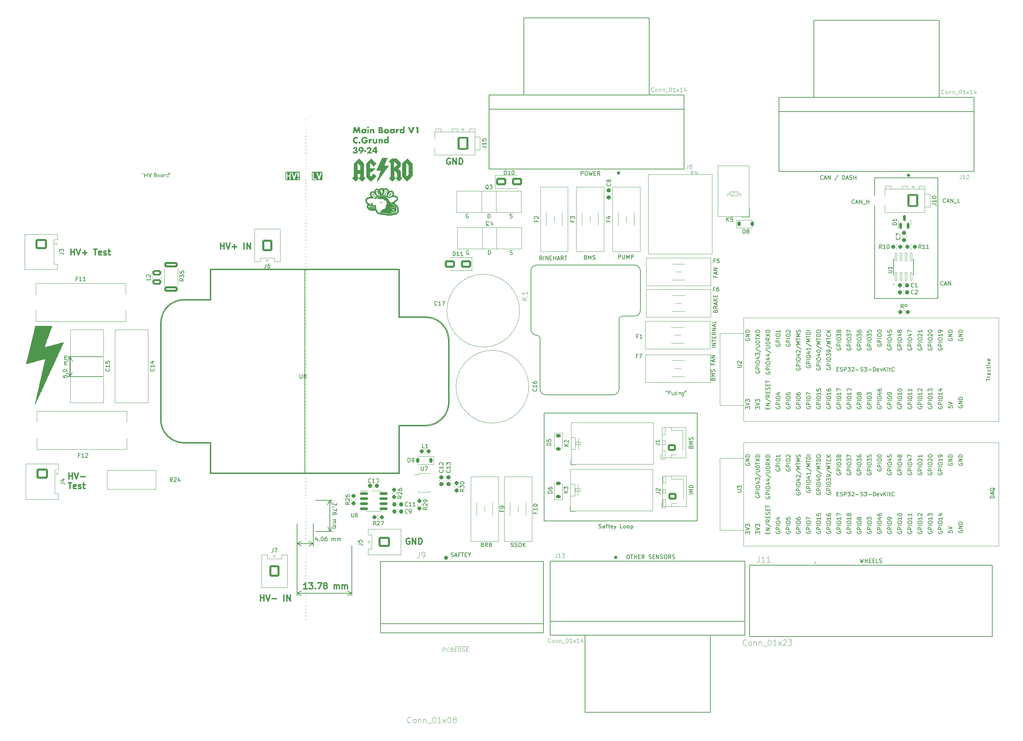
<source format=gto>
G04 #@! TF.GenerationSoftware,KiCad,Pcbnew,8.0.5*
G04 #@! TF.CreationDate,2025-04-14T13:42:12-04:00*
G04 #@! TF.ProjectId,Big Daddy,42696720-4461-4646-9479-2e6b69636164,rev?*
G04 #@! TF.SameCoordinates,Original*
G04 #@! TF.FileFunction,Legend,Top*
G04 #@! TF.FilePolarity,Positive*
%FSLAX46Y46*%
G04 Gerber Fmt 4.6, Leading zero omitted, Abs format (unit mm)*
G04 Created by KiCad (PCBNEW 8.0.5) date 2025-04-14 13:42:12*
%MOMM*%
%LPD*%
G01*
G04 APERTURE LIST*
G04 Aperture macros list*
%AMRoundRect*
0 Rectangle with rounded corners*
0 $1 Rounding radius*
0 $2 $3 $4 $5 $6 $7 $8 $9 X,Y pos of 4 corners*
0 Add a 4 corners polygon primitive as box body*
4,1,4,$2,$3,$4,$5,$6,$7,$8,$9,$2,$3,0*
0 Add four circle primitives for the rounded corners*
1,1,$1+$1,$2,$3*
1,1,$1+$1,$4,$5*
1,1,$1+$1,$6,$7*
1,1,$1+$1,$8,$9*
0 Add four rect primitives between the rounded corners*
20,1,$1+$1,$2,$3,$4,$5,0*
20,1,$1+$1,$4,$5,$6,$7,0*
20,1,$1+$1,$6,$7,$8,$9,0*
20,1,$1+$1,$8,$9,$2,$3,0*%
%AMFreePoly0*
4,1,13,0.900000,0.500000,2.600000,0.500000,2.600000,-0.500000,0.900000,-0.500000,0.400000,-1.000000,-0.400000,-1.000000,-0.900000,-0.500000,-2.600000,-0.500000,-2.600000,0.500000,-0.900000,0.500000,-0.400000,1.000000,0.400000,1.000000,0.900000,0.500000,0.900000,0.500000,$1*%
G04 Aperture macros list end*
%ADD10C,0.200000*%
%ADD11C,0.150000*%
%ADD12C,0.300000*%
%ADD13C,0.050000*%
%ADD14C,0.100000*%
%ADD15C,0.015000*%
%ADD16C,0.127000*%
%ADD17C,0.400000*%
%ADD18C,0.120000*%
%ADD19C,0.010000*%
%ADD20C,0.500000*%
%ADD21C,0.000000*%
%ADD22C,2.850000*%
%ADD23R,2.625000X2.625000*%
%ADD24C,2.625000*%
%ADD25R,1.200000X2.000000*%
%ADD26O,1.200000X2.000000*%
%ADD27RoundRect,0.237500X-0.287500X-0.237500X0.287500X-0.237500X0.287500X0.237500X-0.287500X0.237500X0*%
%ADD28C,1.600000*%
%ADD29RoundRect,0.250000X1.150000X-0.980000X1.150000X0.980000X-1.150000X0.980000X-1.150000X-0.980000X0*%
%ADD30RoundRect,0.237500X0.300000X0.237500X-0.300000X0.237500X-0.300000X-0.237500X0.300000X-0.237500X0*%
%ADD31RoundRect,0.225000X-0.225000X-0.375000X0.225000X-0.375000X0.225000X0.375000X-0.225000X0.375000X0*%
%ADD32RoundRect,0.237500X-0.300000X-0.237500X0.300000X-0.237500X0.300000X0.237500X-0.300000X0.237500X0*%
%ADD33C,2.780000*%
%ADD34RoundRect,0.250000X1.000000X0.650000X-1.000000X0.650000X-1.000000X-0.650000X1.000000X-0.650000X0*%
%ADD35R,2.500000X4.500000*%
%ADD36O,2.500000X4.500000*%
%ADD37RoundRect,0.250001X-0.849999X0.462499X-0.849999X-0.462499X0.849999X-0.462499X0.849999X0.462499X0*%
%ADD38R,1.400000X1.400000*%
%ADD39C,1.400000*%
%ADD40C,2.000000*%
%ADD41RoundRect,0.237500X-0.237500X0.250000X-0.237500X-0.250000X0.237500X-0.250000X0.237500X0.250000X0*%
%ADD42RoundRect,0.250000X-1.150000X0.980000X-1.150000X-0.980000X1.150000X-0.980000X1.150000X0.980000X0*%
%ADD43O,2.800000X2.460000*%
%ADD44RoundRect,0.041300X0.253700X-0.943700X0.253700X0.943700X-0.253700X0.943700X-0.253700X-0.943700X0*%
%ADD45C,0.800000*%
%ADD46C,6.400000*%
%ADD47C,1.699848*%
%ADD48RoundRect,0.237500X-0.250000X-0.237500X0.250000X-0.237500X0.250000X0.237500X-0.250000X0.237500X0*%
%ADD49RoundRect,0.250000X0.980000X1.150000X-0.980000X1.150000X-0.980000X-1.150000X0.980000X-1.150000X0*%
%ADD50R,1.500000X0.700000*%
%ADD51FreePoly0,0.000000*%
%ADD52RoundRect,0.150000X0.150000X-0.587500X0.150000X0.587500X-0.150000X0.587500X-0.150000X-0.587500X0*%
%ADD53RoundRect,0.150000X-0.825000X-0.150000X0.825000X-0.150000X0.825000X0.150000X-0.825000X0.150000X0*%
%ADD54RoundRect,0.237500X0.237500X-0.300000X0.237500X0.300000X-0.237500X0.300000X-0.237500X-0.300000X0*%
%ADD55C,3.180000*%
%ADD56RoundRect,0.250000X-1.070000X1.400000X-1.070000X-1.400000X1.070000X-1.400000X1.070000X1.400000X0*%
%ADD57O,2.640000X3.300000*%
%ADD58RoundRect,0.237500X0.237500X-0.250000X0.237500X0.250000X-0.237500X0.250000X-0.237500X-0.250000X0*%
%ADD59RoundRect,0.250000X-0.980000X-1.150000X0.980000X-1.150000X0.980000X1.150000X-0.980000X1.150000X0*%
%ADD60C,2.400000*%
%ADD61C,1.524000*%
%ADD62R,2.000000X2.000000*%
%ADD63RoundRect,0.225000X0.375000X-0.225000X0.375000X0.225000X-0.375000X0.225000X-0.375000X-0.225000X0*%
%ADD64O,2.400000X2.400000*%
%ADD65C,2.700000*%
%ADD66C,3.000000*%
%ADD67RoundRect,0.237500X-0.237500X0.300000X-0.237500X-0.300000X0.237500X-0.300000X0.237500X0.300000X0*%
%ADD68C,1.200000*%
%ADD69RoundRect,0.250000X0.750000X-0.600000X0.750000X0.600000X-0.750000X0.600000X-0.750000X-0.600000X0*%
%ADD70O,2.000000X1.700000*%
%ADD71RoundRect,0.225000X-0.375000X0.225000X-0.375000X-0.225000X0.375000X-0.225000X0.375000X0.225000X0*%
%ADD72RoundRect,0.250000X-1.000000X-0.650000X1.000000X-0.650000X1.000000X0.650000X-1.000000X0.650000X0*%
%ADD73RoundRect,0.225000X0.225000X0.375000X-0.225000X0.375000X-0.225000X-0.375000X0.225000X-0.375000X0*%
%ADD74RoundRect,0.249999X1.425001X-0.450001X1.425001X0.450001X-1.425001X0.450001X-1.425001X-0.450001X0*%
%ADD75C,1.635000*%
%ADD76O,2.670000X5.340000*%
%ADD77O,5.850000X2.925000*%
G04 APERTURE END LIST*
D10*
X134874003Y-61800000D02*
X134874003Y-61840000D01*
X134874003Y-62640000D02*
X134874003Y-62680000D01*
X134874003Y-63480000D02*
X134874003Y-63520000D01*
X134874003Y-64320000D02*
X134874003Y-64360000D01*
X134874003Y-65160000D02*
X134874003Y-65200000D01*
X134874003Y-66000000D02*
X134874003Y-66040000D01*
X134874003Y-66840000D02*
X134874003Y-66880000D01*
X134874003Y-67680000D02*
X134874003Y-67720000D01*
X134874003Y-68520000D02*
X134874003Y-68560000D01*
X134874003Y-69360000D02*
X134874003Y-69400000D01*
X134874003Y-70200000D02*
X134874003Y-70240000D01*
X134874003Y-71040000D02*
X134874003Y-71080000D01*
X134874003Y-71880000D02*
X134874003Y-71920000D01*
X134874003Y-72720000D02*
X134874003Y-72760000D01*
X134874003Y-73560000D02*
X134874003Y-73600000D01*
X134874003Y-74400000D02*
X134874003Y-74440000D01*
X134874003Y-75240000D02*
X134874003Y-75280000D01*
X134874003Y-76080000D02*
X134874003Y-76120000D01*
X134874003Y-76920000D02*
X134874003Y-76960000D01*
X134874003Y-77760000D02*
X134874003Y-77800000D01*
X134874003Y-78600000D02*
X134874003Y-78640000D01*
X134874003Y-79440000D02*
X134874003Y-79480000D01*
X134874003Y-80280000D02*
X134874003Y-80320000D01*
X134874003Y-81120000D02*
X134874003Y-81160000D01*
X134874003Y-81960000D02*
X134874003Y-82000000D01*
X134874003Y-82800000D02*
X134874003Y-82840000D01*
X134874003Y-83640000D02*
X134874003Y-83680000D01*
X134874003Y-84480000D02*
X134874003Y-84520000D01*
X134874003Y-85320000D02*
X134874003Y-85360000D01*
X134874003Y-86160000D02*
X134874003Y-86200000D01*
X134874003Y-87000000D02*
X134874003Y-87040000D01*
X134874003Y-87840000D02*
X134874003Y-87880000D01*
X134874003Y-88680000D02*
X134874003Y-88720000D01*
X134874003Y-89520000D02*
X134874003Y-89560000D01*
X134874003Y-90360000D02*
X134874003Y-90400000D01*
X134874003Y-91200000D02*
X134874003Y-91240000D01*
X134874003Y-92040000D02*
X134874003Y-92080000D01*
X134874003Y-92880000D02*
X134874003Y-92920000D01*
X134874003Y-93720000D02*
X134874003Y-93760000D01*
X134874003Y-94560000D02*
X134874003Y-94600000D01*
X134874003Y-95400000D02*
X134874003Y-95440000D01*
X134874003Y-96240000D02*
X134874003Y-96280000D01*
X134874003Y-97080000D02*
X134874003Y-97120000D01*
X134874003Y-97920000D02*
X134874003Y-97960000D01*
X134874003Y-98760000D02*
X134874003Y-98800000D01*
X134874003Y-99600000D02*
X134874003Y-99640000D01*
X134874003Y-100440000D02*
X134874003Y-100480000D01*
X134874003Y-101280000D02*
X134874003Y-101320000D01*
X134874003Y-102120000D02*
X134874003Y-102160000D01*
X134874003Y-102960000D02*
X134874003Y-103000000D01*
X134874003Y-103800000D02*
X134874003Y-103840000D01*
X134874003Y-104640000D02*
X134874003Y-104680000D01*
X134874003Y-105480000D02*
X134874003Y-105520000D01*
X134874003Y-106320000D02*
X134874003Y-106360000D01*
X134874003Y-107160000D02*
X134874003Y-107200000D01*
X134874003Y-108000000D02*
X134874003Y-108040000D01*
X134874003Y-108840000D02*
X134874003Y-108880000D01*
X134874003Y-109680000D02*
X134874003Y-109720000D01*
X134874003Y-110520000D02*
X134874003Y-110560000D01*
X134874003Y-111360000D02*
X134874003Y-111400000D01*
X134874003Y-112200000D02*
X134874003Y-112240000D01*
X134874003Y-113040000D02*
X134874003Y-113080000D01*
X134874003Y-113880000D02*
X134874003Y-113920000D01*
X134874003Y-114720000D02*
X134874003Y-114760000D01*
X134874003Y-115560000D02*
X134874003Y-115600000D01*
X134874003Y-116400000D02*
X134874003Y-116440000D01*
X134874003Y-117240000D02*
X134874003Y-117280000D01*
X134874003Y-118080000D02*
X134874003Y-118120000D01*
X134874003Y-118920000D02*
X134874003Y-118960000D01*
X134874003Y-119760000D02*
X134874003Y-119800000D01*
X134874003Y-120600000D02*
X134874003Y-120640000D01*
X134874003Y-121440000D02*
X134874003Y-121480000D01*
X134874003Y-122280000D02*
X134874003Y-122320000D01*
X134874003Y-123120000D02*
X134874003Y-123160000D01*
X134874003Y-123960000D02*
X134874003Y-124000000D01*
X134874003Y-124800000D02*
X134874003Y-124840000D01*
X134874003Y-125640000D02*
X134874003Y-125680000D01*
X134874003Y-126480000D02*
X134874003Y-126520000D01*
X134874003Y-127320000D02*
X134874003Y-127360000D01*
X134874003Y-128160000D02*
X134874003Y-128200000D01*
X134874003Y-129000000D02*
X134874003Y-129040000D01*
X134874003Y-129840000D02*
X134874003Y-129880000D01*
X134874003Y-130680000D02*
X134874003Y-130720000D01*
X134874003Y-131520000D02*
X134874003Y-131560000D01*
X134874003Y-132360000D02*
X134874003Y-132400000D01*
X134874003Y-133200000D02*
X134874003Y-133240000D01*
X134874003Y-134040000D02*
X134874003Y-134080000D01*
X134874003Y-134880000D02*
X134874003Y-134920000D01*
X134874003Y-135720000D02*
X134874003Y-135760000D01*
X134874003Y-136560000D02*
X134874003Y-136600000D01*
X134874003Y-137400000D02*
X134874003Y-137440000D01*
X134874003Y-138240000D02*
X134874003Y-138280000D01*
X134874003Y-139080000D02*
X134874003Y-139120000D01*
X134874003Y-139920000D02*
X134874003Y-139960000D01*
X134874003Y-140760000D02*
X134874003Y-140800000D01*
X134874003Y-141600000D02*
X134874003Y-141640000D01*
X134874003Y-142440000D02*
X134874003Y-142480000D01*
X134874003Y-143280000D02*
X134874003Y-143320000D01*
X134874003Y-144120000D02*
X134874003Y-144160000D01*
X134874003Y-144960000D02*
X134874003Y-145000000D01*
X134874003Y-145800000D02*
X134874003Y-145840000D01*
X134874003Y-146640000D02*
X134874003Y-146680000D01*
X134874003Y-147480000D02*
X134874003Y-147520000D01*
X134874003Y-148320000D02*
X134874003Y-148360000D01*
X134874003Y-149160000D02*
X134874003Y-149200000D01*
X134874003Y-150000000D02*
X134874003Y-150040000D01*
X134874003Y-150840000D02*
X134874003Y-150880000D01*
X134874003Y-151680000D02*
X134874003Y-151720000D01*
X134874003Y-152520000D02*
X134874003Y-152560000D01*
X134874003Y-153360000D02*
X134874003Y-153400000D01*
X134874003Y-154200000D02*
X134874003Y-154240000D01*
X134874003Y-155040000D02*
X134874003Y-155080000D01*
X134874003Y-155880000D02*
X134874003Y-155920000D01*
X134874003Y-156720000D02*
X134874003Y-156760000D01*
X134874003Y-157560000D02*
X134874003Y-157600000D01*
X134874003Y-158400000D02*
X134874003Y-158440000D01*
X134874003Y-159240000D02*
X134874003Y-159280000D01*
X134874003Y-160080000D02*
X134874003Y-160120000D01*
X134874003Y-160920000D02*
X134874003Y-160960000D01*
X134874003Y-161760000D02*
X134874003Y-161800000D01*
X134874003Y-162600000D02*
X134874003Y-162640000D01*
X134874003Y-163440000D02*
X134874003Y-163480000D01*
X134874003Y-164280000D02*
X134874003Y-164320000D01*
X134874003Y-165120000D02*
X134874003Y-165160000D01*
X134874003Y-165960000D02*
X134874003Y-166000000D01*
X134874003Y-166800000D02*
X134874003Y-166840000D01*
X134874003Y-167640000D02*
X134874003Y-167680000D01*
X134874003Y-168480000D02*
X134874003Y-168520000D01*
X134874003Y-169320000D02*
X134874003Y-169360000D01*
X134874003Y-170160000D02*
X134874003Y-170200000D01*
X134874003Y-171000000D02*
X134874003Y-171040000D01*
X134874003Y-171840000D02*
X134874003Y-171880000D01*
X134874003Y-172680000D02*
X134874003Y-172720000D01*
X134874003Y-173520000D02*
X134874003Y-173560000D01*
X134874003Y-174360000D02*
X134874003Y-174400000D01*
X134874003Y-175200000D02*
X134874003Y-175240000D01*
X134874003Y-176040000D02*
X134874003Y-176080000D01*
X134874003Y-176880000D02*
X134874003Y-176920000D01*
X134874003Y-177720000D02*
X134874003Y-177760000D01*
X134874003Y-178560000D02*
X134874003Y-178600000D01*
X134874003Y-179400000D02*
X134874003Y-179440000D01*
X134874003Y-180240000D02*
X134874003Y-180280000D01*
X134874003Y-181080000D02*
X134874003Y-181120000D01*
X134874003Y-181920000D02*
X134874003Y-181960000D01*
X134874003Y-182760000D02*
X134874003Y-182800000D01*
X134874003Y-183600000D02*
X134874003Y-183640000D01*
X134874003Y-184440000D02*
X134874003Y-184480000D01*
X134874003Y-185280000D02*
X134874003Y-185320000D01*
X134874003Y-186120000D02*
X134874003Y-186160000D01*
X134874003Y-186960000D02*
X134874003Y-187000000D01*
D11*
X194564000Y-135382000D02*
X232918000Y-135382000D01*
X232918000Y-162433000D01*
X194564000Y-162433000D01*
X194564000Y-135382000D01*
D10*
X134620001Y-150542955D02*
X134620002Y-99488954D01*
D11*
X277368000Y-76454000D02*
X293243000Y-76454000D01*
X293243000Y-106680000D01*
X277368000Y-106680000D01*
X277368000Y-76454000D01*
X237471009Y-101056887D02*
X237471009Y-101390220D01*
X237994819Y-101390220D02*
X236994819Y-101390220D01*
X236994819Y-101390220D02*
X236994819Y-100914030D01*
X237709104Y-100580696D02*
X237709104Y-100104506D01*
X237994819Y-100675934D02*
X236994819Y-100342601D01*
X236994819Y-100342601D02*
X237994819Y-100009268D01*
X237994819Y-99675934D02*
X236994819Y-99675934D01*
X236994819Y-99675934D02*
X237994819Y-99104506D01*
X237994819Y-99104506D02*
X236994819Y-99104506D01*
X179170112Y-168346009D02*
X179312969Y-168393628D01*
X179312969Y-168393628D02*
X179360588Y-168441247D01*
X179360588Y-168441247D02*
X179408207Y-168536485D01*
X179408207Y-168536485D02*
X179408207Y-168679342D01*
X179408207Y-168679342D02*
X179360588Y-168774580D01*
X179360588Y-168774580D02*
X179312969Y-168822200D01*
X179312969Y-168822200D02*
X179217731Y-168869819D01*
X179217731Y-168869819D02*
X178836779Y-168869819D01*
X178836779Y-168869819D02*
X178836779Y-167869819D01*
X178836779Y-167869819D02*
X179170112Y-167869819D01*
X179170112Y-167869819D02*
X179265350Y-167917438D01*
X179265350Y-167917438D02*
X179312969Y-167965057D01*
X179312969Y-167965057D02*
X179360588Y-168060295D01*
X179360588Y-168060295D02*
X179360588Y-168155533D01*
X179360588Y-168155533D02*
X179312969Y-168250771D01*
X179312969Y-168250771D02*
X179265350Y-168298390D01*
X179265350Y-168298390D02*
X179170112Y-168346009D01*
X179170112Y-168346009D02*
X178836779Y-168346009D01*
X180408207Y-168869819D02*
X180074874Y-168393628D01*
X179836779Y-168869819D02*
X179836779Y-167869819D01*
X179836779Y-167869819D02*
X180217731Y-167869819D01*
X180217731Y-167869819D02*
X180312969Y-167917438D01*
X180312969Y-167917438D02*
X180360588Y-167965057D01*
X180360588Y-167965057D02*
X180408207Y-168060295D01*
X180408207Y-168060295D02*
X180408207Y-168203152D01*
X180408207Y-168203152D02*
X180360588Y-168298390D01*
X180360588Y-168298390D02*
X180312969Y-168346009D01*
X180312969Y-168346009D02*
X180217731Y-168393628D01*
X180217731Y-168393628D02*
X179836779Y-168393628D01*
X181170112Y-168346009D02*
X181312969Y-168393628D01*
X181312969Y-168393628D02*
X181360588Y-168441247D01*
X181360588Y-168441247D02*
X181408207Y-168536485D01*
X181408207Y-168536485D02*
X181408207Y-168679342D01*
X181408207Y-168679342D02*
X181360588Y-168774580D01*
X181360588Y-168774580D02*
X181312969Y-168822200D01*
X181312969Y-168822200D02*
X181217731Y-168869819D01*
X181217731Y-168869819D02*
X180836779Y-168869819D01*
X180836779Y-168869819D02*
X180836779Y-167869819D01*
X180836779Y-167869819D02*
X181170112Y-167869819D01*
X181170112Y-167869819D02*
X181265350Y-167917438D01*
X181265350Y-167917438D02*
X181312969Y-167965057D01*
X181312969Y-167965057D02*
X181360588Y-168060295D01*
X181360588Y-168060295D02*
X181360588Y-168155533D01*
X181360588Y-168155533D02*
X181312969Y-168250771D01*
X181312969Y-168250771D02*
X181265350Y-168298390D01*
X181265350Y-168298390D02*
X181170112Y-168346009D01*
X181170112Y-168346009D02*
X180836779Y-168346009D01*
X215527255Y-170869819D02*
X215717731Y-170869819D01*
X215717731Y-170869819D02*
X215812969Y-170917438D01*
X215812969Y-170917438D02*
X215908207Y-171012676D01*
X215908207Y-171012676D02*
X215955826Y-171203152D01*
X215955826Y-171203152D02*
X215955826Y-171536485D01*
X215955826Y-171536485D02*
X215908207Y-171726961D01*
X215908207Y-171726961D02*
X215812969Y-171822200D01*
X215812969Y-171822200D02*
X215717731Y-171869819D01*
X215717731Y-171869819D02*
X215527255Y-171869819D01*
X215527255Y-171869819D02*
X215432017Y-171822200D01*
X215432017Y-171822200D02*
X215336779Y-171726961D01*
X215336779Y-171726961D02*
X215289160Y-171536485D01*
X215289160Y-171536485D02*
X215289160Y-171203152D01*
X215289160Y-171203152D02*
X215336779Y-171012676D01*
X215336779Y-171012676D02*
X215432017Y-170917438D01*
X215432017Y-170917438D02*
X215527255Y-170869819D01*
X216241541Y-170869819D02*
X216812969Y-170869819D01*
X216527255Y-171869819D02*
X216527255Y-170869819D01*
X217146303Y-171869819D02*
X217146303Y-170869819D01*
X217146303Y-171346009D02*
X217717731Y-171346009D01*
X217717731Y-171869819D02*
X217717731Y-170869819D01*
X218193922Y-171346009D02*
X218527255Y-171346009D01*
X218670112Y-171869819D02*
X218193922Y-171869819D01*
X218193922Y-171869819D02*
X218193922Y-170869819D01*
X218193922Y-170869819D02*
X218670112Y-170869819D01*
X219670112Y-171869819D02*
X219336779Y-171393628D01*
X219098684Y-171869819D02*
X219098684Y-170869819D01*
X219098684Y-170869819D02*
X219479636Y-170869819D01*
X219479636Y-170869819D02*
X219574874Y-170917438D01*
X219574874Y-170917438D02*
X219622493Y-170965057D01*
X219622493Y-170965057D02*
X219670112Y-171060295D01*
X219670112Y-171060295D02*
X219670112Y-171203152D01*
X219670112Y-171203152D02*
X219622493Y-171298390D01*
X219622493Y-171298390D02*
X219574874Y-171346009D01*
X219574874Y-171346009D02*
X219479636Y-171393628D01*
X219479636Y-171393628D02*
X219098684Y-171393628D01*
X220812970Y-171822200D02*
X220955827Y-171869819D01*
X220955827Y-171869819D02*
X221193922Y-171869819D01*
X221193922Y-171869819D02*
X221289160Y-171822200D01*
X221289160Y-171822200D02*
X221336779Y-171774580D01*
X221336779Y-171774580D02*
X221384398Y-171679342D01*
X221384398Y-171679342D02*
X221384398Y-171584104D01*
X221384398Y-171584104D02*
X221336779Y-171488866D01*
X221336779Y-171488866D02*
X221289160Y-171441247D01*
X221289160Y-171441247D02*
X221193922Y-171393628D01*
X221193922Y-171393628D02*
X221003446Y-171346009D01*
X221003446Y-171346009D02*
X220908208Y-171298390D01*
X220908208Y-171298390D02*
X220860589Y-171250771D01*
X220860589Y-171250771D02*
X220812970Y-171155533D01*
X220812970Y-171155533D02*
X220812970Y-171060295D01*
X220812970Y-171060295D02*
X220860589Y-170965057D01*
X220860589Y-170965057D02*
X220908208Y-170917438D01*
X220908208Y-170917438D02*
X221003446Y-170869819D01*
X221003446Y-170869819D02*
X221241541Y-170869819D01*
X221241541Y-170869819D02*
X221384398Y-170917438D01*
X221812970Y-171346009D02*
X222146303Y-171346009D01*
X222289160Y-171869819D02*
X221812970Y-171869819D01*
X221812970Y-171869819D02*
X221812970Y-170869819D01*
X221812970Y-170869819D02*
X222289160Y-170869819D01*
X222717732Y-171869819D02*
X222717732Y-170869819D01*
X222717732Y-170869819D02*
X223289160Y-171869819D01*
X223289160Y-171869819D02*
X223289160Y-170869819D01*
X223717732Y-171822200D02*
X223860589Y-171869819D01*
X223860589Y-171869819D02*
X224098684Y-171869819D01*
X224098684Y-171869819D02*
X224193922Y-171822200D01*
X224193922Y-171822200D02*
X224241541Y-171774580D01*
X224241541Y-171774580D02*
X224289160Y-171679342D01*
X224289160Y-171679342D02*
X224289160Y-171584104D01*
X224289160Y-171584104D02*
X224241541Y-171488866D01*
X224241541Y-171488866D02*
X224193922Y-171441247D01*
X224193922Y-171441247D02*
X224098684Y-171393628D01*
X224098684Y-171393628D02*
X223908208Y-171346009D01*
X223908208Y-171346009D02*
X223812970Y-171298390D01*
X223812970Y-171298390D02*
X223765351Y-171250771D01*
X223765351Y-171250771D02*
X223717732Y-171155533D01*
X223717732Y-171155533D02*
X223717732Y-171060295D01*
X223717732Y-171060295D02*
X223765351Y-170965057D01*
X223765351Y-170965057D02*
X223812970Y-170917438D01*
X223812970Y-170917438D02*
X223908208Y-170869819D01*
X223908208Y-170869819D02*
X224146303Y-170869819D01*
X224146303Y-170869819D02*
X224289160Y-170917438D01*
X224908208Y-170869819D02*
X225098684Y-170869819D01*
X225098684Y-170869819D02*
X225193922Y-170917438D01*
X225193922Y-170917438D02*
X225289160Y-171012676D01*
X225289160Y-171012676D02*
X225336779Y-171203152D01*
X225336779Y-171203152D02*
X225336779Y-171536485D01*
X225336779Y-171536485D02*
X225289160Y-171726961D01*
X225289160Y-171726961D02*
X225193922Y-171822200D01*
X225193922Y-171822200D02*
X225098684Y-171869819D01*
X225098684Y-171869819D02*
X224908208Y-171869819D01*
X224908208Y-171869819D02*
X224812970Y-171822200D01*
X224812970Y-171822200D02*
X224717732Y-171726961D01*
X224717732Y-171726961D02*
X224670113Y-171536485D01*
X224670113Y-171536485D02*
X224670113Y-171203152D01*
X224670113Y-171203152D02*
X224717732Y-171012676D01*
X224717732Y-171012676D02*
X224812970Y-170917438D01*
X224812970Y-170917438D02*
X224908208Y-170869819D01*
X226336779Y-171869819D02*
X226003446Y-171393628D01*
X225765351Y-171869819D02*
X225765351Y-170869819D01*
X225765351Y-170869819D02*
X226146303Y-170869819D01*
X226146303Y-170869819D02*
X226241541Y-170917438D01*
X226241541Y-170917438D02*
X226289160Y-170965057D01*
X226289160Y-170965057D02*
X226336779Y-171060295D01*
X226336779Y-171060295D02*
X226336779Y-171203152D01*
X226336779Y-171203152D02*
X226289160Y-171298390D01*
X226289160Y-171298390D02*
X226241541Y-171346009D01*
X226241541Y-171346009D02*
X226146303Y-171393628D01*
X226146303Y-171393628D02*
X225765351Y-171393628D01*
X226717732Y-171822200D02*
X226860589Y-171869819D01*
X226860589Y-171869819D02*
X227098684Y-171869819D01*
X227098684Y-171869819D02*
X227193922Y-171822200D01*
X227193922Y-171822200D02*
X227241541Y-171774580D01*
X227241541Y-171774580D02*
X227289160Y-171679342D01*
X227289160Y-171679342D02*
X227289160Y-171584104D01*
X227289160Y-171584104D02*
X227241541Y-171488866D01*
X227241541Y-171488866D02*
X227193922Y-171441247D01*
X227193922Y-171441247D02*
X227098684Y-171393628D01*
X227098684Y-171393628D02*
X226908208Y-171346009D01*
X226908208Y-171346009D02*
X226812970Y-171298390D01*
X226812970Y-171298390D02*
X226765351Y-171250771D01*
X226765351Y-171250771D02*
X226717732Y-171155533D01*
X226717732Y-171155533D02*
X226717732Y-171060295D01*
X226717732Y-171060295D02*
X226765351Y-170965057D01*
X226765351Y-170965057D02*
X226812970Y-170917438D01*
X226812970Y-170917438D02*
X226908208Y-170869819D01*
X226908208Y-170869819D02*
X227146303Y-170869819D01*
X227146303Y-170869819D02*
X227289160Y-170917438D01*
X272307207Y-82832580D02*
X272259588Y-82880200D01*
X272259588Y-82880200D02*
X272116731Y-82927819D01*
X272116731Y-82927819D02*
X272021493Y-82927819D01*
X272021493Y-82927819D02*
X271878636Y-82880200D01*
X271878636Y-82880200D02*
X271783398Y-82784961D01*
X271783398Y-82784961D02*
X271735779Y-82689723D01*
X271735779Y-82689723D02*
X271688160Y-82499247D01*
X271688160Y-82499247D02*
X271688160Y-82356390D01*
X271688160Y-82356390D02*
X271735779Y-82165914D01*
X271735779Y-82165914D02*
X271783398Y-82070676D01*
X271783398Y-82070676D02*
X271878636Y-81975438D01*
X271878636Y-81975438D02*
X272021493Y-81927819D01*
X272021493Y-81927819D02*
X272116731Y-81927819D01*
X272116731Y-81927819D02*
X272259588Y-81975438D01*
X272259588Y-81975438D02*
X272307207Y-82023057D01*
X272688160Y-82642104D02*
X273164350Y-82642104D01*
X272592922Y-82927819D02*
X272926255Y-81927819D01*
X272926255Y-81927819D02*
X273259588Y-82927819D01*
X273592922Y-82927819D02*
X273592922Y-81927819D01*
X273592922Y-81927819D02*
X274164350Y-82927819D01*
X274164350Y-82927819D02*
X274164350Y-81927819D01*
X274402446Y-83023057D02*
X275164350Y-83023057D01*
X275402446Y-82927819D02*
X275402446Y-81927819D01*
X275402446Y-82404009D02*
X275973874Y-82404009D01*
X275973874Y-82927819D02*
X275973874Y-81927819D01*
X213188779Y-96770819D02*
X213188779Y-95770819D01*
X213188779Y-95770819D02*
X213569731Y-95770819D01*
X213569731Y-95770819D02*
X213664969Y-95818438D01*
X213664969Y-95818438D02*
X213712588Y-95866057D01*
X213712588Y-95866057D02*
X213760207Y-95961295D01*
X213760207Y-95961295D02*
X213760207Y-96104152D01*
X213760207Y-96104152D02*
X213712588Y-96199390D01*
X213712588Y-96199390D02*
X213664969Y-96247009D01*
X213664969Y-96247009D02*
X213569731Y-96294628D01*
X213569731Y-96294628D02*
X213188779Y-96294628D01*
X214188779Y-95770819D02*
X214188779Y-96580342D01*
X214188779Y-96580342D02*
X214236398Y-96675580D01*
X214236398Y-96675580D02*
X214284017Y-96723200D01*
X214284017Y-96723200D02*
X214379255Y-96770819D01*
X214379255Y-96770819D02*
X214569731Y-96770819D01*
X214569731Y-96770819D02*
X214664969Y-96723200D01*
X214664969Y-96723200D02*
X214712588Y-96675580D01*
X214712588Y-96675580D02*
X214760207Y-96580342D01*
X214760207Y-96580342D02*
X214760207Y-95770819D01*
X215236398Y-96770819D02*
X215236398Y-95770819D01*
X215236398Y-95770819D02*
X215569731Y-96485104D01*
X215569731Y-96485104D02*
X215903064Y-95770819D01*
X215903064Y-95770819D02*
X215903064Y-96770819D01*
X216379255Y-96770819D02*
X216379255Y-95770819D01*
X216379255Y-95770819D02*
X216760207Y-95770819D01*
X216760207Y-95770819D02*
X216855445Y-95818438D01*
X216855445Y-95818438D02*
X216903064Y-95866057D01*
X216903064Y-95866057D02*
X216950683Y-95961295D01*
X216950683Y-95961295D02*
X216950683Y-96104152D01*
X216950683Y-96104152D02*
X216903064Y-96199390D01*
X216903064Y-96199390D02*
X216855445Y-96247009D01*
X216855445Y-96247009D02*
X216760207Y-96294628D01*
X216760207Y-96294628D02*
X216379255Y-96294628D01*
G36*
X93927988Y-75515856D02*
G01*
X93931408Y-75550294D01*
X93934827Y-75583755D01*
X93916265Y-75626254D01*
X93871568Y-75643106D01*
X93826488Y-75620479D01*
X93808778Y-75570954D01*
X93805623Y-75524893D01*
X93806052Y-75472092D01*
X93806913Y-75420683D01*
X93807577Y-75388117D01*
X93808736Y-75335614D01*
X93809560Y-75284323D01*
X93809775Y-75251341D01*
X93826872Y-75207133D01*
X93870836Y-75189792D01*
X93914799Y-75207133D01*
X93932140Y-75251341D01*
X93931657Y-75302446D01*
X93930689Y-75352202D01*
X93929942Y-75383720D01*
X93928912Y-75434406D01*
X93928179Y-75483956D01*
X93927988Y-75515856D01*
G37*
G36*
X94197877Y-75251341D02*
G01*
X94195678Y-75282360D01*
X94193725Y-75311424D01*
X94187618Y-75580824D01*
X94171560Y-75627536D01*
X94126314Y-75643106D01*
X94082594Y-75626009D01*
X94065253Y-75582290D01*
X94071603Y-75308005D01*
X94074883Y-75259112D01*
X94080640Y-75231313D01*
X94113384Y-75193846D01*
X94136816Y-75189792D01*
X94180780Y-75207377D01*
X94197877Y-75251341D01*
G37*
G36*
X95320173Y-75316065D02*
G01*
X95311127Y-75365568D01*
X95309914Y-75400817D01*
X95310784Y-75449871D01*
X95311136Y-75462122D01*
X95312509Y-75511810D01*
X95312601Y-75523427D01*
X95311432Y-75573058D01*
X95308814Y-75622243D01*
X95305296Y-75672191D01*
X95300633Y-75728591D01*
X95296566Y-75777329D01*
X95292884Y-75828199D01*
X95290079Y-75878437D01*
X95288677Y-75929385D01*
X95288665Y-75933755D01*
X95289915Y-75984890D01*
X95292577Y-76036018D01*
X95296237Y-76090803D01*
X95299549Y-76139866D01*
X95302359Y-76192178D01*
X95303779Y-76241728D01*
X95303808Y-76248584D01*
X95285929Y-76294753D01*
X95284757Y-76295967D01*
X95239609Y-76315244D01*
X95237863Y-76315263D01*
X95192426Y-76297155D01*
X95191212Y-76295967D01*
X95171936Y-76250102D01*
X95171917Y-76248340D01*
X95170668Y-76196573D01*
X95168006Y-76145177D01*
X95164346Y-76090315D01*
X95161033Y-76041085D01*
X95158223Y-75988778D01*
X95156804Y-75939547D01*
X95156774Y-75932778D01*
X95157629Y-75882098D01*
X95160193Y-75830685D01*
X95106131Y-75833036D01*
X95055550Y-75837432D01*
X95001053Y-75844027D01*
X94952648Y-75851201D01*
X94901524Y-75859902D01*
X94869545Y-75865856D01*
X94581094Y-75922520D01*
X94579622Y-75971712D01*
X94576228Y-76021190D01*
X94571557Y-76072146D01*
X94568637Y-76100085D01*
X94563295Y-76154368D01*
X94559109Y-76207699D01*
X94556723Y-76257349D01*
X94556425Y-76278382D01*
X94538546Y-76325497D01*
X94537374Y-76326742D01*
X94492226Y-76346506D01*
X94490480Y-76346526D01*
X94444540Y-76328188D01*
X94443341Y-76326986D01*
X94424552Y-76280877D01*
X94424534Y-76279115D01*
X94425703Y-76226612D01*
X94428321Y-76174512D01*
X94431839Y-76121561D01*
X94435766Y-76070705D01*
X94436502Y-76061739D01*
X94440569Y-76009949D01*
X94444251Y-75955910D01*
X94447056Y-75902566D01*
X94448423Y-75853283D01*
X94448470Y-75843874D01*
X94447643Y-75792828D01*
X94446063Y-75743764D01*
X94445539Y-75729812D01*
X94443902Y-75677949D01*
X94442918Y-75627996D01*
X94442852Y-75615018D01*
X94443981Y-75561934D01*
X94446385Y-75508811D01*
X94449270Y-75458619D01*
X94449691Y-75451864D01*
X94452790Y-75400711D01*
X94455218Y-75351374D01*
X94456712Y-75299115D01*
X94456774Y-75288466D01*
X94474424Y-75241565D01*
X94475581Y-75240350D01*
X94520973Y-75221073D01*
X94522720Y-75221055D01*
X94568430Y-75238933D01*
X94569614Y-75240106D01*
X94588647Y-75285483D01*
X94588665Y-75287244D01*
X94587456Y-75340128D01*
X94584880Y-75392821D01*
X94581789Y-75442498D01*
X94581338Y-75449177D01*
X94578239Y-75499690D01*
X94575811Y-75548524D01*
X94574317Y-75600474D01*
X94574255Y-75611110D01*
X94578407Y-75782080D01*
X94872964Y-75725416D01*
X94926788Y-75715670D01*
X94977893Y-75707499D01*
X95035630Y-75699771D01*
X95089451Y-75694309D01*
X95139357Y-75691115D01*
X95170452Y-75690245D01*
X95173764Y-75635626D01*
X95175628Y-75586608D01*
X95176958Y-75530686D01*
X95177661Y-75478810D01*
X95177994Y-75422141D01*
X95178023Y-75398131D01*
X95182297Y-75346229D01*
X95194068Y-75296906D01*
X95195120Y-75293595D01*
X95216639Y-75246628D01*
X95259112Y-75221055D01*
X95305518Y-75240106D01*
X95326258Y-75285941D01*
X95326279Y-75287733D01*
X95320173Y-75316065D01*
G37*
G36*
X96291771Y-75330964D02*
G01*
X96264400Y-75374643D01*
X96240724Y-75419708D01*
X96222406Y-75461878D01*
X96170138Y-75615018D01*
X95985246Y-76123043D01*
X95966241Y-76172999D01*
X95945498Y-76222297D01*
X95923016Y-76270938D01*
X95909775Y-76297677D01*
X95862284Y-76314644D01*
X95847981Y-76315263D01*
X95798599Y-76305371D01*
X95773976Y-76284000D01*
X95752921Y-76228030D01*
X95731279Y-76166244D01*
X95714662Y-76116088D01*
X95697714Y-76062660D01*
X95680435Y-76005961D01*
X95662826Y-75945990D01*
X95644887Y-75882748D01*
X95626616Y-75816234D01*
X95608015Y-75746449D01*
X95595431Y-75698108D01*
X95589084Y-75673392D01*
X95534862Y-75481418D01*
X95521083Y-75430542D01*
X95508611Y-75380107D01*
X95498277Y-75329379D01*
X95494318Y-75291641D01*
X95511148Y-75245105D01*
X95516300Y-75239861D01*
X95562653Y-75221073D01*
X95564415Y-75221055D01*
X95611273Y-75239138D01*
X95631582Y-75278207D01*
X95656983Y-75399596D01*
X95722929Y-75637000D01*
X95735264Y-75685050D01*
X95751617Y-75747152D01*
X95767863Y-75807011D01*
X95784002Y-75864625D01*
X95800034Y-75919996D01*
X95815959Y-75973123D01*
X95831778Y-76024005D01*
X95847490Y-76072644D01*
X95851401Y-76084453D01*
X95855553Y-76073218D01*
X96039712Y-75566414D01*
X96098086Y-75395444D01*
X96117931Y-75349557D01*
X96140986Y-75305014D01*
X96170214Y-75260752D01*
X96181129Y-75247433D01*
X96223361Y-75221982D01*
X96234618Y-75221055D01*
X96281000Y-75239087D01*
X96283711Y-75241571D01*
X96305257Y-75285577D01*
X96305448Y-75290908D01*
X96291771Y-75330964D01*
G37*
G36*
X97176088Y-75224935D02*
G01*
X97227579Y-75236575D01*
X97278136Y-75255977D01*
X97327757Y-75283138D01*
X97355692Y-75302143D01*
X97399353Y-75338677D01*
X97433980Y-75378301D01*
X97459574Y-75421017D01*
X97478017Y-75474759D01*
X97484039Y-75524172D01*
X97484164Y-75532709D01*
X97480813Y-75585175D01*
X97470759Y-75634041D01*
X97449848Y-75687925D01*
X97419285Y-75736623D01*
X97386444Y-75773242D01*
X97346900Y-75806260D01*
X97395183Y-75828471D01*
X97441730Y-75854882D01*
X97483795Y-75885994D01*
X97501017Y-75902248D01*
X97532272Y-75943155D01*
X97549854Y-75990494D01*
X97552308Y-76017286D01*
X97543507Y-76067876D01*
X97520535Y-76112469D01*
X97488146Y-76151361D01*
X97462182Y-76175311D01*
X97422507Y-76206457D01*
X97377487Y-76234381D01*
X97331024Y-76255667D01*
X97280617Y-76272836D01*
X97226023Y-76287095D01*
X97167244Y-76298443D01*
X97117207Y-76305427D01*
X97064490Y-76310549D01*
X97009095Y-76313808D01*
X96951020Y-76315204D01*
X96936083Y-76315263D01*
X96889994Y-76297204D01*
X96879907Y-76287907D01*
X96854791Y-76244121D01*
X96853529Y-76231487D01*
X96853529Y-76039757D01*
X96989572Y-76039757D01*
X96989572Y-76174579D01*
X97044197Y-76171764D01*
X97095565Y-76167137D01*
X97152910Y-76159191D01*
X97205566Y-76148636D01*
X97253534Y-76135469D01*
X97282908Y-76125242D01*
X97327051Y-76104126D01*
X97369261Y-76074208D01*
X97374743Y-76069554D01*
X97409820Y-76034482D01*
X97416753Y-76017531D01*
X97385755Y-75977650D01*
X97339473Y-75952043D01*
X97328826Y-75947189D01*
X97279847Y-75926821D01*
X97231831Y-75910781D01*
X97200354Y-75902492D01*
X97127570Y-75891013D01*
X97100459Y-75892234D01*
X97072615Y-75893211D01*
X97021890Y-75893211D01*
X96993725Y-75893211D01*
X96991535Y-75942785D01*
X96990063Y-75993349D01*
X96989572Y-76039757D01*
X96853529Y-76039757D01*
X96853529Y-76034872D01*
X96854308Y-75981367D01*
X96856266Y-75926111D01*
X96858894Y-75872479D01*
X96861752Y-75823364D01*
X96865219Y-75770231D01*
X96865986Y-75759122D01*
X96866439Y-75752527D01*
X97003250Y-75752527D01*
X97055333Y-75752737D01*
X97104603Y-75752634D01*
X97107786Y-75752527D01*
X97157215Y-75745551D01*
X97207202Y-75730659D01*
X97251239Y-75708311D01*
X97277290Y-75689268D01*
X97311530Y-75652766D01*
X97336431Y-75605864D01*
X97347014Y-75557942D01*
X97348121Y-75534907D01*
X97336189Y-75484486D01*
X97307454Y-75444277D01*
X97275825Y-75416449D01*
X97234639Y-75390002D01*
X97187336Y-75370768D01*
X97138411Y-75362219D01*
X97123418Y-75361739D01*
X97073615Y-75362425D01*
X97024462Y-75365750D01*
X97018393Y-75366623D01*
X97016928Y-75486791D01*
X97003250Y-75752527D01*
X96866439Y-75752527D01*
X96869962Y-75701283D01*
X96873341Y-75648669D01*
X96876610Y-75592426D01*
X96879338Y-75536316D01*
X96881025Y-75484728D01*
X96881129Y-75479219D01*
X96881693Y-75429243D01*
X96883743Y-75377706D01*
X96886765Y-75323850D01*
X96888700Y-75294083D01*
X96910313Y-75250096D01*
X96911415Y-75249387D01*
X96959668Y-75236991D01*
X97011127Y-75228138D01*
X97065791Y-75222825D01*
X97116253Y-75221082D01*
X97123662Y-75221055D01*
X97176088Y-75224935D01*
G37*
G36*
X98056959Y-75569354D02*
G01*
X98108384Y-75585627D01*
X98153451Y-75613893D01*
X98192159Y-75654149D01*
X98215916Y-75690245D01*
X98237795Y-75736554D01*
X98254063Y-75786790D01*
X98264722Y-75840953D01*
X98269393Y-75890503D01*
X98270138Y-75934000D01*
X98266743Y-75989406D01*
X98258025Y-76041688D01*
X98243983Y-76090843D01*
X98224617Y-76136874D01*
X98199927Y-76179778D01*
X98190515Y-76193385D01*
X98155532Y-76234805D01*
X98116532Y-76267654D01*
X98073513Y-76291935D01*
X98026475Y-76307645D01*
X97975419Y-76314787D01*
X97957507Y-76315263D01*
X97908602Y-76311195D01*
X97856460Y-76296587D01*
X97808317Y-76271353D01*
X97769473Y-76240559D01*
X97758937Y-76230266D01*
X97727307Y-76192619D01*
X97701842Y-76150387D01*
X97682542Y-76103570D01*
X97669407Y-76052167D01*
X97662438Y-75996179D01*
X97661484Y-75976498D01*
X97661504Y-75975765D01*
X97797039Y-75975765D01*
X97801328Y-76027693D01*
X97816155Y-76077324D01*
X97844695Y-76122110D01*
X97851261Y-76129150D01*
X97890752Y-76158563D01*
X97939051Y-76173470D01*
X97957751Y-76174579D01*
X98008458Y-76167332D01*
X98053601Y-76145590D01*
X98080605Y-76123043D01*
X98111722Y-76083435D01*
X98132106Y-76036051D01*
X98141275Y-75986757D01*
X98142399Y-75968926D01*
X98142292Y-75907377D01*
X98137086Y-75854010D01*
X98123410Y-75798807D01*
X98096482Y-75749440D01*
X98058082Y-75718482D01*
X98008211Y-75705934D01*
X97998784Y-75705632D01*
X97945579Y-75712950D01*
X97899445Y-75735454D01*
X97860382Y-75773143D01*
X97841736Y-75800643D01*
X97820130Y-75845502D01*
X97805594Y-75893800D01*
X97798130Y-75945536D01*
X97797039Y-75975765D01*
X97661504Y-75975765D01*
X97663050Y-75919734D01*
X97670678Y-75865581D01*
X97684368Y-75814038D01*
X97704120Y-75765106D01*
X97729935Y-75718783D01*
X97739886Y-75703923D01*
X97771737Y-75663886D01*
X97814854Y-75624800D01*
X97863311Y-75595485D01*
X97917109Y-75575942D01*
X97966021Y-75567120D01*
X98007821Y-75564949D01*
X98056959Y-75569354D01*
G37*
G36*
X98813773Y-75570068D02*
G01*
X98865070Y-75583881D01*
X98896865Y-75595967D01*
X98941966Y-75618950D01*
X98979141Y-75653560D01*
X98990166Y-75689268D01*
X98976244Y-75722241D01*
X98968530Y-75771378D01*
X98965497Y-75808703D01*
X98963196Y-75858357D01*
X98961871Y-75912261D01*
X98961345Y-75962332D01*
X98962175Y-76012382D01*
X98966571Y-76063124D01*
X98973069Y-76097642D01*
X98988676Y-76146985D01*
X99007663Y-76197206D01*
X99016300Y-76219031D01*
X99031931Y-76255667D01*
X99036083Y-76267391D01*
X99016788Y-76312820D01*
X98972092Y-76330894D01*
X98930977Y-76302009D01*
X98924709Y-76295723D01*
X98892346Y-76257369D01*
X98878791Y-76237105D01*
X98835300Y-76261413D01*
X98788665Y-76284412D01*
X98762531Y-76295479D01*
X98713951Y-76310916D01*
X98678756Y-76315263D01*
X98621554Y-76312094D01*
X98570484Y-76302589D01*
X98518650Y-76283490D01*
X98475161Y-76255766D01*
X98444527Y-76225137D01*
X98417499Y-76183745D01*
X98397110Y-76133728D01*
X98384917Y-76083991D01*
X98377601Y-76027918D01*
X98375230Y-75976349D01*
X98375180Y-75968438D01*
X98510717Y-75968438D01*
X98513866Y-76022338D01*
X98524752Y-76072666D01*
X98548079Y-76119772D01*
X98550528Y-76123043D01*
X98589486Y-76156411D01*
X98637182Y-76172113D01*
X98670207Y-76174579D01*
X98720483Y-76170951D01*
X98770278Y-76157749D01*
X98782071Y-76152597D01*
X98825456Y-76124828D01*
X98851436Y-76104725D01*
X98845103Y-76054716D01*
X98838921Y-76000105D01*
X98834284Y-75951384D01*
X98830828Y-75901988D01*
X98829454Y-75855353D01*
X98832062Y-75806300D01*
X98833117Y-75796491D01*
X98840811Y-75746528D01*
X98844353Y-75728836D01*
X98800877Y-75711250D01*
X98771812Y-75705632D01*
X98720384Y-75710609D01*
X98672589Y-75725538D01*
X98628427Y-75750420D01*
X98587898Y-75785256D01*
X98554131Y-75826472D01*
X98530012Y-75870741D01*
X98515541Y-75918063D01*
X98510717Y-75968438D01*
X98375180Y-75968438D01*
X98375162Y-75965507D01*
X98377953Y-75914933D01*
X98386325Y-75866708D01*
X98403739Y-75811939D01*
X98429189Y-75760554D01*
X98462677Y-75712551D01*
X98489468Y-75682429D01*
X98526344Y-75648585D01*
X98573445Y-75615543D01*
X98623654Y-75590762D01*
X98676971Y-75574241D01*
X98733397Y-75565981D01*
X98762775Y-75564949D01*
X98813773Y-75570068D01*
G37*
G36*
X99686258Y-75762053D02*
G01*
X99675944Y-75810027D01*
X99639461Y-75843354D01*
X99617625Y-75846316D01*
X99571506Y-75827360D01*
X99558519Y-75779150D01*
X99556321Y-75731522D01*
X99554367Y-75674369D01*
X99502831Y-75683040D01*
X99451277Y-75698049D01*
X99406523Y-75718623D01*
X99380466Y-75735430D01*
X99340911Y-75771498D01*
X99309159Y-75813554D01*
X99284009Y-75858949D01*
X99278861Y-75870008D01*
X99280326Y-76245898D01*
X99267330Y-76293315D01*
X99220649Y-76314992D01*
X99212427Y-76315263D01*
X99165164Y-76295824D01*
X99151854Y-76246386D01*
X99151854Y-75768647D01*
X99152983Y-75717299D01*
X99153564Y-75701236D01*
X99155072Y-75651929D01*
X99155274Y-75633825D01*
X99168583Y-75584387D01*
X99215846Y-75564949D01*
X99261901Y-75585659D01*
X99280246Y-75630988D01*
X99283745Y-75673148D01*
X99325665Y-75637474D01*
X99368992Y-75607847D01*
X99413726Y-75584265D01*
X99459867Y-75566731D01*
X99507416Y-75555243D01*
X99556372Y-75549801D01*
X99576348Y-75549317D01*
X99624953Y-75559636D01*
X99659391Y-75590594D01*
X99679201Y-75638293D01*
X99686317Y-75689744D01*
X99686990Y-75714669D01*
X99686258Y-75762053D01*
G37*
G36*
X100468568Y-75206400D02*
G01*
X100484199Y-75256226D01*
X100482890Y-75308791D01*
X100480352Y-75359804D01*
X100477360Y-75408694D01*
X100473513Y-75464767D01*
X100468812Y-75528022D01*
X100464725Y-75580177D01*
X100460156Y-75636371D01*
X100456844Y-75676079D01*
X100453211Y-75726286D01*
X100450616Y-75776524D01*
X100449059Y-75826792D01*
X100448540Y-75877091D01*
X100448872Y-75932259D01*
X100449868Y-75983947D01*
X100452047Y-76043663D01*
X100455263Y-76097940D01*
X100459517Y-76146779D01*
X100465991Y-76198207D01*
X100469789Y-76220985D01*
X100471010Y-76236616D01*
X100451715Y-76281801D01*
X100407263Y-76299631D01*
X100362917Y-76275398D01*
X100344736Y-76237593D01*
X100300818Y-76266398D01*
X100255405Y-76289125D01*
X100242154Y-76294502D01*
X100194677Y-76308694D01*
X100145423Y-76314938D01*
X100131024Y-76315263D01*
X100079435Y-76311922D01*
X100031281Y-76301902D01*
X99979443Y-76281768D01*
X99932279Y-76252541D01*
X99895574Y-76220252D01*
X99862870Y-76181867D01*
X99836933Y-76139618D01*
X99817761Y-76093504D01*
X99805357Y-76043527D01*
X99799718Y-75989686D01*
X99799342Y-75970880D01*
X99799477Y-75967705D01*
X99920975Y-75967705D01*
X99927105Y-76018362D01*
X99945495Y-76064391D01*
X99976144Y-76105793D01*
X99983745Y-76113518D01*
X100025205Y-76145718D01*
X100070814Y-76165992D01*
X100120574Y-76174340D01*
X100131024Y-76174579D01*
X100181320Y-76170124D01*
X100228721Y-76154307D01*
X100272008Y-76125345D01*
X100304925Y-76099596D01*
X100324709Y-76079324D01*
X100322755Y-75965751D01*
X100323487Y-75889547D01*
X100324709Y-75812122D01*
X100298689Y-75770629D01*
X100260709Y-75735687D01*
X100255344Y-75732255D01*
X100207838Y-75712288D01*
X100159259Y-75705736D01*
X100151785Y-75705632D01*
X100097639Y-75709724D01*
X100045374Y-75724106D01*
X100002267Y-75748844D01*
X99978616Y-75771090D01*
X99950753Y-75813007D01*
X99933640Y-75859059D01*
X99923733Y-75913384D01*
X99920975Y-75967705D01*
X99799477Y-75967705D01*
X99801715Y-75915119D01*
X99808835Y-75862936D01*
X99820701Y-75814331D01*
X99841206Y-75760727D01*
X99868546Y-75712276D01*
X99896551Y-75675835D01*
X99935039Y-75638151D01*
X99977597Y-75608264D01*
X100024226Y-75586173D01*
X100074924Y-75571879D01*
X100129693Y-75565382D01*
X100148854Y-75564949D01*
X100199433Y-75567863D01*
X100248047Y-75578825D01*
X100271952Y-75589617D01*
X100336432Y-75637000D01*
X100338250Y-75584795D01*
X100340133Y-75535892D01*
X100342743Y-75475824D01*
X100345468Y-75421625D01*
X100349035Y-75362130D01*
X100352781Y-75311806D01*
X100358326Y-75256760D01*
X100359147Y-75250364D01*
X100379175Y-75204935D01*
X100421673Y-75189792D01*
X100468568Y-75206400D01*
G37*
G36*
X100752133Y-75515856D02*
G01*
X100755553Y-75550294D01*
X100758972Y-75583755D01*
X100740410Y-75626254D01*
X100695713Y-75643106D01*
X100650633Y-75620479D01*
X100632923Y-75570954D01*
X100629768Y-75524893D01*
X100630197Y-75472092D01*
X100631058Y-75420683D01*
X100631722Y-75388117D01*
X100632881Y-75335614D01*
X100633705Y-75284323D01*
X100633920Y-75251341D01*
X100651017Y-75207133D01*
X100694981Y-75189792D01*
X100738944Y-75207133D01*
X100756286Y-75251341D01*
X100755803Y-75302446D01*
X100754834Y-75352202D01*
X100754087Y-75383720D01*
X100753057Y-75434406D01*
X100752324Y-75483956D01*
X100752133Y-75515856D01*
G37*
G36*
X101022022Y-75251341D02*
G01*
X101019824Y-75282360D01*
X101017870Y-75311424D01*
X101011764Y-75580824D01*
X100995705Y-75627536D01*
X100950459Y-75643106D01*
X100906739Y-75626009D01*
X100889398Y-75582290D01*
X100895748Y-75308005D01*
X100899029Y-75259112D01*
X100904785Y-75231313D01*
X100937529Y-75193846D01*
X100960961Y-75189792D01*
X101004925Y-75207377D01*
X101022022Y-75251341D01*
G37*
X264408207Y-76774580D02*
X264360588Y-76822200D01*
X264360588Y-76822200D02*
X264217731Y-76869819D01*
X264217731Y-76869819D02*
X264122493Y-76869819D01*
X264122493Y-76869819D02*
X263979636Y-76822200D01*
X263979636Y-76822200D02*
X263884398Y-76726961D01*
X263884398Y-76726961D02*
X263836779Y-76631723D01*
X263836779Y-76631723D02*
X263789160Y-76441247D01*
X263789160Y-76441247D02*
X263789160Y-76298390D01*
X263789160Y-76298390D02*
X263836779Y-76107914D01*
X263836779Y-76107914D02*
X263884398Y-76012676D01*
X263884398Y-76012676D02*
X263979636Y-75917438D01*
X263979636Y-75917438D02*
X264122493Y-75869819D01*
X264122493Y-75869819D02*
X264217731Y-75869819D01*
X264217731Y-75869819D02*
X264360588Y-75917438D01*
X264360588Y-75917438D02*
X264408207Y-75965057D01*
X264789160Y-76584104D02*
X265265350Y-76584104D01*
X264693922Y-76869819D02*
X265027255Y-75869819D01*
X265027255Y-75869819D02*
X265360588Y-76869819D01*
X265693922Y-76869819D02*
X265693922Y-75869819D01*
X265693922Y-75869819D02*
X266265350Y-76869819D01*
X266265350Y-76869819D02*
X266265350Y-75869819D01*
X268217731Y-75822200D02*
X267360589Y-77107914D01*
X269312970Y-76869819D02*
X269312970Y-75869819D01*
X269312970Y-75869819D02*
X269551065Y-75869819D01*
X269551065Y-75869819D02*
X269693922Y-75917438D01*
X269693922Y-75917438D02*
X269789160Y-76012676D01*
X269789160Y-76012676D02*
X269836779Y-76107914D01*
X269836779Y-76107914D02*
X269884398Y-76298390D01*
X269884398Y-76298390D02*
X269884398Y-76441247D01*
X269884398Y-76441247D02*
X269836779Y-76631723D01*
X269836779Y-76631723D02*
X269789160Y-76726961D01*
X269789160Y-76726961D02*
X269693922Y-76822200D01*
X269693922Y-76822200D02*
X269551065Y-76869819D01*
X269551065Y-76869819D02*
X269312970Y-76869819D01*
X270265351Y-76584104D02*
X270741541Y-76584104D01*
X270170113Y-76869819D02*
X270503446Y-75869819D01*
X270503446Y-75869819D02*
X270836779Y-76869819D01*
X271122494Y-76822200D02*
X271265351Y-76869819D01*
X271265351Y-76869819D02*
X271503446Y-76869819D01*
X271503446Y-76869819D02*
X271598684Y-76822200D01*
X271598684Y-76822200D02*
X271646303Y-76774580D01*
X271646303Y-76774580D02*
X271693922Y-76679342D01*
X271693922Y-76679342D02*
X271693922Y-76584104D01*
X271693922Y-76584104D02*
X271646303Y-76488866D01*
X271646303Y-76488866D02*
X271598684Y-76441247D01*
X271598684Y-76441247D02*
X271503446Y-76393628D01*
X271503446Y-76393628D02*
X271312970Y-76346009D01*
X271312970Y-76346009D02*
X271217732Y-76298390D01*
X271217732Y-76298390D02*
X271170113Y-76250771D01*
X271170113Y-76250771D02*
X271122494Y-76155533D01*
X271122494Y-76155533D02*
X271122494Y-76060295D01*
X271122494Y-76060295D02*
X271170113Y-75965057D01*
X271170113Y-75965057D02*
X271217732Y-75917438D01*
X271217732Y-75917438D02*
X271312970Y-75869819D01*
X271312970Y-75869819D02*
X271551065Y-75869819D01*
X271551065Y-75869819D02*
X271693922Y-75917438D01*
X272122494Y-76869819D02*
X272122494Y-75869819D01*
X272122494Y-76346009D02*
X272693922Y-76346009D01*
X272693922Y-76869819D02*
X272693922Y-75869819D01*
D12*
G36*
X133339231Y-77078318D02*
G01*
X129777843Y-77078318D01*
X129777843Y-75262828D01*
X129944510Y-75262828D01*
X129944510Y-76762828D01*
X129947392Y-76792092D01*
X129969790Y-76846164D01*
X130011174Y-76887548D01*
X130065246Y-76909946D01*
X130123774Y-76909946D01*
X130177846Y-76887548D01*
X130219230Y-76846164D01*
X130241628Y-76792092D01*
X130244510Y-76762828D01*
X130244510Y-76127114D01*
X130801653Y-76127114D01*
X130801653Y-76762828D01*
X130804535Y-76792092D01*
X130826933Y-76846164D01*
X130868317Y-76887548D01*
X130922389Y-76909946D01*
X130980917Y-76909946D01*
X131034989Y-76887548D01*
X131076373Y-76846164D01*
X131098771Y-76792092D01*
X131101653Y-76762828D01*
X131101653Y-75281589D01*
X131302832Y-75281589D01*
X131309352Y-75310262D01*
X131809352Y-76810262D01*
X131821340Y-76837113D01*
X131828362Y-76845210D01*
X131833155Y-76854795D01*
X131847361Y-76867116D01*
X131859687Y-76881328D01*
X131869274Y-76886121D01*
X131877369Y-76893142D01*
X131895211Y-76899089D01*
X131912035Y-76907501D01*
X131922725Y-76908260D01*
X131932893Y-76911650D01*
X131951649Y-76910317D01*
X131970415Y-76911651D01*
X131980585Y-76908260D01*
X131991274Y-76907501D01*
X132008095Y-76899090D01*
X132025939Y-76893142D01*
X132034035Y-76886119D01*
X132043621Y-76881327D01*
X132055944Y-76867118D01*
X132070153Y-76854795D01*
X132074945Y-76845209D01*
X132081968Y-76837113D01*
X132093956Y-76810262D01*
X132143331Y-76662138D01*
X132733107Y-76662138D01*
X132733107Y-76720664D01*
X132735333Y-76726037D01*
X132755504Y-76774735D01*
X132774159Y-76797466D01*
X132845587Y-76868894D01*
X132868317Y-76887549D01*
X132890714Y-76896825D01*
X132922389Y-76909946D01*
X132980917Y-76909946D01*
X133021484Y-76893142D01*
X133034988Y-76887549D01*
X133034992Y-76887544D01*
X133057718Y-76868895D01*
X133129147Y-76797467D01*
X133147802Y-76774736D01*
X133147803Y-76774735D01*
X133170200Y-76720663D01*
X133170200Y-76662137D01*
X133147803Y-76608065D01*
X133129148Y-76585334D01*
X133057719Y-76513905D01*
X133034988Y-76495250D01*
X133003314Y-76482130D01*
X132980917Y-76472853D01*
X132922389Y-76472853D01*
X132899992Y-76482130D01*
X132868318Y-76495250D01*
X132868317Y-76495251D01*
X132845586Y-76513906D01*
X132774158Y-76585335D01*
X132755508Y-76608060D01*
X132755504Y-76608065D01*
X132735334Y-76656762D01*
X132733107Y-76662138D01*
X132143331Y-76662138D01*
X132581806Y-75346714D01*
X132730743Y-75346714D01*
X132802171Y-76203857D01*
X132802578Y-76206082D01*
X132802613Y-76208345D01*
X132803504Y-76211133D01*
X132803702Y-76212212D01*
X132804535Y-76220664D01*
X132805821Y-76223768D01*
X132807473Y-76232780D01*
X132815263Y-76247896D01*
X132820443Y-76264091D01*
X132824518Y-76268907D01*
X132826933Y-76274736D01*
X132831393Y-76279196D01*
X132834284Y-76284805D01*
X132847264Y-76295788D01*
X132858247Y-76308768D01*
X132863855Y-76311658D01*
X132868317Y-76316120D01*
X132874145Y-76318534D01*
X132878962Y-76322610D01*
X132895157Y-76327790D01*
X132910273Y-76335580D01*
X132916561Y-76336103D01*
X132922389Y-76338518D01*
X132928698Y-76338518D01*
X132934707Y-76340440D01*
X132951652Y-76339028D01*
X132968598Y-76340440D01*
X132974607Y-76338518D01*
X132980917Y-76338518D01*
X132986744Y-76336103D01*
X132993033Y-76335580D01*
X133008149Y-76327789D01*
X133024344Y-76322610D01*
X133029160Y-76318534D01*
X133034989Y-76316120D01*
X133039449Y-76311659D01*
X133045058Y-76308769D01*
X133056041Y-76295788D01*
X133069021Y-76284806D01*
X133071911Y-76279197D01*
X133076373Y-76274736D01*
X133078787Y-76268907D01*
X133082863Y-76264091D01*
X133088043Y-76247895D01*
X133095833Y-76232780D01*
X133097484Y-76223768D01*
X133098771Y-76220664D01*
X133099603Y-76212212D01*
X133099800Y-76211135D01*
X133100693Y-76208346D01*
X133100727Y-76206082D01*
X133101135Y-76203857D01*
X133172564Y-75346714D01*
X133172122Y-75317312D01*
X133170200Y-75311302D01*
X133170200Y-75304994D01*
X133161342Y-75283610D01*
X133154292Y-75261566D01*
X133150217Y-75256750D01*
X133147803Y-75250922D01*
X133129148Y-75228191D01*
X133057719Y-75156762D01*
X133034988Y-75138107D01*
X133003314Y-75124987D01*
X132980917Y-75115710D01*
X132922389Y-75115710D01*
X132899992Y-75124987D01*
X132868318Y-75138107D01*
X132868317Y-75138108D01*
X132845586Y-75156763D01*
X132774158Y-75228192D01*
X132755504Y-75250923D01*
X132753090Y-75256749D01*
X132749015Y-75261566D01*
X132741962Y-75283616D01*
X132733107Y-75304995D01*
X132733107Y-75311301D01*
X132731185Y-75317311D01*
X132730743Y-75346714D01*
X132581806Y-75346714D01*
X132593957Y-75310262D01*
X132600477Y-75281588D01*
X132596327Y-75223208D01*
X132570153Y-75170861D01*
X132525939Y-75132514D01*
X132470415Y-75114005D01*
X132412035Y-75118155D01*
X132359687Y-75144328D01*
X132321340Y-75188543D01*
X132309352Y-75215394D01*
X131951654Y-76288486D01*
X131593956Y-75215394D01*
X131581968Y-75188543D01*
X131543621Y-75144329D01*
X131491274Y-75118155D01*
X131432893Y-75114006D01*
X131377369Y-75132514D01*
X131333155Y-75170861D01*
X131306981Y-75223208D01*
X131302832Y-75281589D01*
X131101653Y-75281589D01*
X131101653Y-75262828D01*
X131098771Y-75233564D01*
X131076373Y-75179492D01*
X131034989Y-75138108D01*
X130980917Y-75115710D01*
X130922389Y-75115710D01*
X130868317Y-75138108D01*
X130826933Y-75179492D01*
X130804535Y-75233564D01*
X130801653Y-75262828D01*
X130801653Y-75827114D01*
X130244510Y-75827114D01*
X130244510Y-75262828D01*
X130241628Y-75233564D01*
X130219230Y-75179492D01*
X130177846Y-75138108D01*
X130123774Y-75115710D01*
X130065246Y-75115710D01*
X130011174Y-75138108D01*
X129969790Y-75179492D01*
X129947392Y-75233564D01*
X129944510Y-75262828D01*
X129777843Y-75262828D01*
X129777843Y-74947338D01*
X133339231Y-74947338D01*
X133339231Y-77078318D01*
G37*
D11*
X237471009Y-109819887D02*
X237518628Y-109677030D01*
X237518628Y-109677030D02*
X237566247Y-109629411D01*
X237566247Y-109629411D02*
X237661485Y-109581792D01*
X237661485Y-109581792D02*
X237804342Y-109581792D01*
X237804342Y-109581792D02*
X237899580Y-109629411D01*
X237899580Y-109629411D02*
X237947200Y-109677030D01*
X237947200Y-109677030D02*
X237994819Y-109772268D01*
X237994819Y-109772268D02*
X237994819Y-110153220D01*
X237994819Y-110153220D02*
X236994819Y-110153220D01*
X236994819Y-110153220D02*
X236994819Y-109819887D01*
X236994819Y-109819887D02*
X237042438Y-109724649D01*
X237042438Y-109724649D02*
X237090057Y-109677030D01*
X237090057Y-109677030D02*
X237185295Y-109629411D01*
X237185295Y-109629411D02*
X237280533Y-109629411D01*
X237280533Y-109629411D02*
X237375771Y-109677030D01*
X237375771Y-109677030D02*
X237423390Y-109724649D01*
X237423390Y-109724649D02*
X237471009Y-109819887D01*
X237471009Y-109819887D02*
X237471009Y-110153220D01*
X237994819Y-108581792D02*
X237518628Y-108915125D01*
X237994819Y-109153220D02*
X236994819Y-109153220D01*
X236994819Y-109153220D02*
X236994819Y-108772268D01*
X236994819Y-108772268D02*
X237042438Y-108677030D01*
X237042438Y-108677030D02*
X237090057Y-108629411D01*
X237090057Y-108629411D02*
X237185295Y-108581792D01*
X237185295Y-108581792D02*
X237328152Y-108581792D01*
X237328152Y-108581792D02*
X237423390Y-108629411D01*
X237423390Y-108629411D02*
X237471009Y-108677030D01*
X237471009Y-108677030D02*
X237518628Y-108772268D01*
X237518628Y-108772268D02*
X237518628Y-109153220D01*
X237709104Y-108200839D02*
X237709104Y-107724649D01*
X237994819Y-108296077D02*
X236994819Y-107962744D01*
X236994819Y-107962744D02*
X237994819Y-107629411D01*
X237994819Y-107296077D02*
X236994819Y-107296077D01*
X237994819Y-106724649D02*
X237423390Y-107153220D01*
X236994819Y-106724649D02*
X237566247Y-107296077D01*
X237471009Y-106296077D02*
X237471009Y-105962744D01*
X237994819Y-105819887D02*
X237994819Y-106296077D01*
X237994819Y-106296077D02*
X236994819Y-106296077D01*
X236994819Y-106296077D02*
X236994819Y-105819887D01*
X236846009Y-126829887D02*
X236893628Y-126687030D01*
X236893628Y-126687030D02*
X236941247Y-126639411D01*
X236941247Y-126639411D02*
X237036485Y-126591792D01*
X237036485Y-126591792D02*
X237179342Y-126591792D01*
X237179342Y-126591792D02*
X237274580Y-126639411D01*
X237274580Y-126639411D02*
X237322200Y-126687030D01*
X237322200Y-126687030D02*
X237369819Y-126782268D01*
X237369819Y-126782268D02*
X237369819Y-127163220D01*
X237369819Y-127163220D02*
X236369819Y-127163220D01*
X236369819Y-127163220D02*
X236369819Y-126829887D01*
X236369819Y-126829887D02*
X236417438Y-126734649D01*
X236417438Y-126734649D02*
X236465057Y-126687030D01*
X236465057Y-126687030D02*
X236560295Y-126639411D01*
X236560295Y-126639411D02*
X236655533Y-126639411D01*
X236655533Y-126639411D02*
X236750771Y-126687030D01*
X236750771Y-126687030D02*
X236798390Y-126734649D01*
X236798390Y-126734649D02*
X236846009Y-126829887D01*
X236846009Y-126829887D02*
X236846009Y-127163220D01*
X237369819Y-126163220D02*
X236369819Y-126163220D01*
X236369819Y-126163220D02*
X237084104Y-125829887D01*
X237084104Y-125829887D02*
X236369819Y-125496554D01*
X236369819Y-125496554D02*
X237369819Y-125496554D01*
X237322200Y-125067982D02*
X237369819Y-124925125D01*
X237369819Y-124925125D02*
X237369819Y-124687030D01*
X237369819Y-124687030D02*
X237322200Y-124591792D01*
X237322200Y-124591792D02*
X237274580Y-124544173D01*
X237274580Y-124544173D02*
X237179342Y-124496554D01*
X237179342Y-124496554D02*
X237084104Y-124496554D01*
X237084104Y-124496554D02*
X236988866Y-124544173D01*
X236988866Y-124544173D02*
X236941247Y-124591792D01*
X236941247Y-124591792D02*
X236893628Y-124687030D01*
X236893628Y-124687030D02*
X236846009Y-124877506D01*
X236846009Y-124877506D02*
X236798390Y-124972744D01*
X236798390Y-124972744D02*
X236750771Y-125020363D01*
X236750771Y-125020363D02*
X236655533Y-125067982D01*
X236655533Y-125067982D02*
X236560295Y-125067982D01*
X236560295Y-125067982D02*
X236465057Y-125020363D01*
X236465057Y-125020363D02*
X236417438Y-124972744D01*
X236417438Y-124972744D02*
X236369819Y-124877506D01*
X236369819Y-124877506D02*
X236369819Y-124639411D01*
X236369819Y-124639411D02*
X236417438Y-124496554D01*
X236846009Y-122972744D02*
X236846009Y-123306077D01*
X237369819Y-123306077D02*
X236369819Y-123306077D01*
X236369819Y-123306077D02*
X236369819Y-122829887D01*
X237084104Y-122496553D02*
X237084104Y-122020363D01*
X237369819Y-122591791D02*
X236369819Y-122258458D01*
X236369819Y-122258458D02*
X237369819Y-121925125D01*
X237369819Y-121591791D02*
X236369819Y-121591791D01*
X236369819Y-121591791D02*
X237369819Y-121020363D01*
X237369819Y-121020363D02*
X236369819Y-121020363D01*
X171289160Y-171322200D02*
X171432017Y-171369819D01*
X171432017Y-171369819D02*
X171670112Y-171369819D01*
X171670112Y-171369819D02*
X171765350Y-171322200D01*
X171765350Y-171322200D02*
X171812969Y-171274580D01*
X171812969Y-171274580D02*
X171860588Y-171179342D01*
X171860588Y-171179342D02*
X171860588Y-171084104D01*
X171860588Y-171084104D02*
X171812969Y-170988866D01*
X171812969Y-170988866D02*
X171765350Y-170941247D01*
X171765350Y-170941247D02*
X171670112Y-170893628D01*
X171670112Y-170893628D02*
X171479636Y-170846009D01*
X171479636Y-170846009D02*
X171384398Y-170798390D01*
X171384398Y-170798390D02*
X171336779Y-170750771D01*
X171336779Y-170750771D02*
X171289160Y-170655533D01*
X171289160Y-170655533D02*
X171289160Y-170560295D01*
X171289160Y-170560295D02*
X171336779Y-170465057D01*
X171336779Y-170465057D02*
X171384398Y-170417438D01*
X171384398Y-170417438D02*
X171479636Y-170369819D01*
X171479636Y-170369819D02*
X171717731Y-170369819D01*
X171717731Y-170369819D02*
X171860588Y-170417438D01*
X172241541Y-171084104D02*
X172717731Y-171084104D01*
X172146303Y-171369819D02*
X172479636Y-170369819D01*
X172479636Y-170369819D02*
X172812969Y-171369819D01*
X173479636Y-170846009D02*
X173146303Y-170846009D01*
X173146303Y-171369819D02*
X173146303Y-170369819D01*
X173146303Y-170369819D02*
X173622493Y-170369819D01*
X173860589Y-170369819D02*
X174432017Y-170369819D01*
X174146303Y-171369819D02*
X174146303Y-170369819D01*
X174765351Y-170846009D02*
X175098684Y-170846009D01*
X175241541Y-171369819D02*
X174765351Y-171369819D01*
X174765351Y-171369819D02*
X174765351Y-170369819D01*
X174765351Y-170369819D02*
X175241541Y-170369819D01*
X175860589Y-170893628D02*
X175860589Y-171369819D01*
X175527256Y-170369819D02*
X175860589Y-170893628D01*
X175860589Y-170893628D02*
X176193922Y-170369819D01*
X231869819Y-155663220D02*
X230869819Y-155663220D01*
X231869819Y-155187030D02*
X230869819Y-155187030D01*
X230869819Y-155187030D02*
X231584104Y-154853697D01*
X231584104Y-154853697D02*
X230869819Y-154520364D01*
X230869819Y-154520364D02*
X231869819Y-154520364D01*
X231869819Y-154044173D02*
X230869819Y-154044173D01*
X230869819Y-154044173D02*
X230869819Y-153806078D01*
X230869819Y-153806078D02*
X230917438Y-153663221D01*
X230917438Y-153663221D02*
X231012676Y-153567983D01*
X231012676Y-153567983D02*
X231107914Y-153520364D01*
X231107914Y-153520364D02*
X231298390Y-153472745D01*
X231298390Y-153472745D02*
X231441247Y-153472745D01*
X231441247Y-153472745D02*
X231631723Y-153520364D01*
X231631723Y-153520364D02*
X231726961Y-153567983D01*
X231726961Y-153567983D02*
X231822200Y-153663221D01*
X231822200Y-153663221D02*
X231869819Y-153806078D01*
X231869819Y-153806078D02*
X231869819Y-154044173D01*
X194075207Y-97024819D02*
X193741874Y-96548628D01*
X193503779Y-97024819D02*
X193503779Y-96024819D01*
X193503779Y-96024819D02*
X193884731Y-96024819D01*
X193884731Y-96024819D02*
X193979969Y-96072438D01*
X193979969Y-96072438D02*
X194027588Y-96120057D01*
X194027588Y-96120057D02*
X194075207Y-96215295D01*
X194075207Y-96215295D02*
X194075207Y-96358152D01*
X194075207Y-96358152D02*
X194027588Y-96453390D01*
X194027588Y-96453390D02*
X193979969Y-96501009D01*
X193979969Y-96501009D02*
X193884731Y-96548628D01*
X193884731Y-96548628D02*
X193503779Y-96548628D01*
X194503779Y-97024819D02*
X194503779Y-96024819D01*
X194979969Y-97024819D02*
X194979969Y-96024819D01*
X194979969Y-96024819D02*
X195551397Y-97024819D01*
X195551397Y-97024819D02*
X195551397Y-96024819D01*
X196027588Y-96501009D02*
X196360921Y-96501009D01*
X196503778Y-97024819D02*
X196027588Y-97024819D01*
X196027588Y-97024819D02*
X196027588Y-96024819D01*
X196027588Y-96024819D02*
X196503778Y-96024819D01*
X196932350Y-97024819D02*
X196932350Y-96024819D01*
X196932350Y-96501009D02*
X197503778Y-96501009D01*
X197503778Y-97024819D02*
X197503778Y-96024819D01*
X197932350Y-96739104D02*
X198408540Y-96739104D01*
X197837112Y-97024819D02*
X198170445Y-96024819D01*
X198170445Y-96024819D02*
X198503778Y-97024819D01*
X199408540Y-97024819D02*
X199075207Y-96548628D01*
X198837112Y-97024819D02*
X198837112Y-96024819D01*
X198837112Y-96024819D02*
X199218064Y-96024819D01*
X199218064Y-96024819D02*
X199313302Y-96072438D01*
X199313302Y-96072438D02*
X199360921Y-96120057D01*
X199360921Y-96120057D02*
X199408540Y-96215295D01*
X199408540Y-96215295D02*
X199408540Y-96358152D01*
X199408540Y-96358152D02*
X199360921Y-96453390D01*
X199360921Y-96453390D02*
X199313302Y-96501009D01*
X199313302Y-96501009D02*
X199218064Y-96548628D01*
X199218064Y-96548628D02*
X198837112Y-96548628D01*
X199694255Y-96024819D02*
X200265683Y-96024819D01*
X199979969Y-97024819D02*
X199979969Y-96024819D01*
D12*
X75554510Y-151885912D02*
X75554510Y-150385912D01*
X75554510Y-151100198D02*
X76411653Y-151100198D01*
X76411653Y-151885912D02*
X76411653Y-150385912D01*
X76911654Y-150385912D02*
X77411654Y-151885912D01*
X77411654Y-151885912D02*
X77911654Y-150385912D01*
X78411653Y-151314484D02*
X79554511Y-151314484D01*
X75340225Y-152800828D02*
X76197368Y-152800828D01*
X75768796Y-154300828D02*
X75768796Y-152800828D01*
X77268796Y-154229400D02*
X77125939Y-154300828D01*
X77125939Y-154300828D02*
X76840225Y-154300828D01*
X76840225Y-154300828D02*
X76697367Y-154229400D01*
X76697367Y-154229400D02*
X76625939Y-154086542D01*
X76625939Y-154086542D02*
X76625939Y-153515114D01*
X76625939Y-153515114D02*
X76697367Y-153372257D01*
X76697367Y-153372257D02*
X76840225Y-153300828D01*
X76840225Y-153300828D02*
X77125939Y-153300828D01*
X77125939Y-153300828D02*
X77268796Y-153372257D01*
X77268796Y-153372257D02*
X77340225Y-153515114D01*
X77340225Y-153515114D02*
X77340225Y-153657971D01*
X77340225Y-153657971D02*
X76625939Y-153800828D01*
X77911653Y-154229400D02*
X78054510Y-154300828D01*
X78054510Y-154300828D02*
X78340224Y-154300828D01*
X78340224Y-154300828D02*
X78483081Y-154229400D01*
X78483081Y-154229400D02*
X78554510Y-154086542D01*
X78554510Y-154086542D02*
X78554510Y-154015114D01*
X78554510Y-154015114D02*
X78483081Y-153872257D01*
X78483081Y-153872257D02*
X78340224Y-153800828D01*
X78340224Y-153800828D02*
X78125939Y-153800828D01*
X78125939Y-153800828D02*
X77983081Y-153729400D01*
X77983081Y-153729400D02*
X77911653Y-153586542D01*
X77911653Y-153586542D02*
X77911653Y-153515114D01*
X77911653Y-153515114D02*
X77983081Y-153372257D01*
X77983081Y-153372257D02*
X78125939Y-153300828D01*
X78125939Y-153300828D02*
X78340224Y-153300828D01*
X78340224Y-153300828D02*
X78483081Y-153372257D01*
X78983082Y-153300828D02*
X79554510Y-153300828D01*
X79197367Y-152800828D02*
X79197367Y-154086542D01*
X79197367Y-154086542D02*
X79268796Y-154229400D01*
X79268796Y-154229400D02*
X79411653Y-154300828D01*
X79411653Y-154300828D02*
X79554510Y-154300828D01*
D11*
X208315160Y-164160200D02*
X208458017Y-164207819D01*
X208458017Y-164207819D02*
X208696112Y-164207819D01*
X208696112Y-164207819D02*
X208791350Y-164160200D01*
X208791350Y-164160200D02*
X208838969Y-164112580D01*
X208838969Y-164112580D02*
X208886588Y-164017342D01*
X208886588Y-164017342D02*
X208886588Y-163922104D01*
X208886588Y-163922104D02*
X208838969Y-163826866D01*
X208838969Y-163826866D02*
X208791350Y-163779247D01*
X208791350Y-163779247D02*
X208696112Y-163731628D01*
X208696112Y-163731628D02*
X208505636Y-163684009D01*
X208505636Y-163684009D02*
X208410398Y-163636390D01*
X208410398Y-163636390D02*
X208362779Y-163588771D01*
X208362779Y-163588771D02*
X208315160Y-163493533D01*
X208315160Y-163493533D02*
X208315160Y-163398295D01*
X208315160Y-163398295D02*
X208362779Y-163303057D01*
X208362779Y-163303057D02*
X208410398Y-163255438D01*
X208410398Y-163255438D02*
X208505636Y-163207819D01*
X208505636Y-163207819D02*
X208743731Y-163207819D01*
X208743731Y-163207819D02*
X208886588Y-163255438D01*
X209743731Y-164207819D02*
X209743731Y-163684009D01*
X209743731Y-163684009D02*
X209696112Y-163588771D01*
X209696112Y-163588771D02*
X209600874Y-163541152D01*
X209600874Y-163541152D02*
X209410398Y-163541152D01*
X209410398Y-163541152D02*
X209315160Y-163588771D01*
X209743731Y-164160200D02*
X209648493Y-164207819D01*
X209648493Y-164207819D02*
X209410398Y-164207819D01*
X209410398Y-164207819D02*
X209315160Y-164160200D01*
X209315160Y-164160200D02*
X209267541Y-164064961D01*
X209267541Y-164064961D02*
X209267541Y-163969723D01*
X209267541Y-163969723D02*
X209315160Y-163874485D01*
X209315160Y-163874485D02*
X209410398Y-163826866D01*
X209410398Y-163826866D02*
X209648493Y-163826866D01*
X209648493Y-163826866D02*
X209743731Y-163779247D01*
X210077065Y-163541152D02*
X210458017Y-163541152D01*
X210219922Y-164207819D02*
X210219922Y-163350676D01*
X210219922Y-163350676D02*
X210267541Y-163255438D01*
X210267541Y-163255438D02*
X210362779Y-163207819D01*
X210362779Y-163207819D02*
X210458017Y-163207819D01*
X210648494Y-163541152D02*
X211029446Y-163541152D01*
X210791351Y-163207819D02*
X210791351Y-164064961D01*
X210791351Y-164064961D02*
X210838970Y-164160200D01*
X210838970Y-164160200D02*
X210934208Y-164207819D01*
X210934208Y-164207819D02*
X211029446Y-164207819D01*
X211743732Y-164160200D02*
X211648494Y-164207819D01*
X211648494Y-164207819D02*
X211458018Y-164207819D01*
X211458018Y-164207819D02*
X211362780Y-164160200D01*
X211362780Y-164160200D02*
X211315161Y-164064961D01*
X211315161Y-164064961D02*
X211315161Y-163684009D01*
X211315161Y-163684009D02*
X211362780Y-163588771D01*
X211362780Y-163588771D02*
X211458018Y-163541152D01*
X211458018Y-163541152D02*
X211648494Y-163541152D01*
X211648494Y-163541152D02*
X211743732Y-163588771D01*
X211743732Y-163588771D02*
X211791351Y-163684009D01*
X211791351Y-163684009D02*
X211791351Y-163779247D01*
X211791351Y-163779247D02*
X211315161Y-163874485D01*
X212124685Y-163541152D02*
X212362780Y-164207819D01*
X212600875Y-163541152D02*
X212362780Y-164207819D01*
X212362780Y-164207819D02*
X212267542Y-164445914D01*
X212267542Y-164445914D02*
X212219923Y-164493533D01*
X212219923Y-164493533D02*
X212124685Y-164541152D01*
X214219923Y-164207819D02*
X213743733Y-164207819D01*
X213743733Y-164207819D02*
X213743733Y-163207819D01*
X214696114Y-164207819D02*
X214600876Y-164160200D01*
X214600876Y-164160200D02*
X214553257Y-164112580D01*
X214553257Y-164112580D02*
X214505638Y-164017342D01*
X214505638Y-164017342D02*
X214505638Y-163731628D01*
X214505638Y-163731628D02*
X214553257Y-163636390D01*
X214553257Y-163636390D02*
X214600876Y-163588771D01*
X214600876Y-163588771D02*
X214696114Y-163541152D01*
X214696114Y-163541152D02*
X214838971Y-163541152D01*
X214838971Y-163541152D02*
X214934209Y-163588771D01*
X214934209Y-163588771D02*
X214981828Y-163636390D01*
X214981828Y-163636390D02*
X215029447Y-163731628D01*
X215029447Y-163731628D02*
X215029447Y-164017342D01*
X215029447Y-164017342D02*
X214981828Y-164112580D01*
X214981828Y-164112580D02*
X214934209Y-164160200D01*
X214934209Y-164160200D02*
X214838971Y-164207819D01*
X214838971Y-164207819D02*
X214696114Y-164207819D01*
X215600876Y-164207819D02*
X215505638Y-164160200D01*
X215505638Y-164160200D02*
X215458019Y-164112580D01*
X215458019Y-164112580D02*
X215410400Y-164017342D01*
X215410400Y-164017342D02*
X215410400Y-163731628D01*
X215410400Y-163731628D02*
X215458019Y-163636390D01*
X215458019Y-163636390D02*
X215505638Y-163588771D01*
X215505638Y-163588771D02*
X215600876Y-163541152D01*
X215600876Y-163541152D02*
X215743733Y-163541152D01*
X215743733Y-163541152D02*
X215838971Y-163588771D01*
X215838971Y-163588771D02*
X215886590Y-163636390D01*
X215886590Y-163636390D02*
X215934209Y-163731628D01*
X215934209Y-163731628D02*
X215934209Y-164017342D01*
X215934209Y-164017342D02*
X215886590Y-164112580D01*
X215886590Y-164112580D02*
X215838971Y-164160200D01*
X215838971Y-164160200D02*
X215743733Y-164207819D01*
X215743733Y-164207819D02*
X215600876Y-164207819D01*
X216362781Y-163541152D02*
X216362781Y-164541152D01*
X216362781Y-163588771D02*
X216458019Y-163541152D01*
X216458019Y-163541152D02*
X216648495Y-163541152D01*
X216648495Y-163541152D02*
X216743733Y-163588771D01*
X216743733Y-163588771D02*
X216791352Y-163636390D01*
X216791352Y-163636390D02*
X216838971Y-163731628D01*
X216838971Y-163731628D02*
X216838971Y-164017342D01*
X216838971Y-164017342D02*
X216791352Y-164112580D01*
X216791352Y-164112580D02*
X216743733Y-164160200D01*
X216743733Y-164160200D02*
X216648495Y-164207819D01*
X216648495Y-164207819D02*
X216458019Y-164207819D01*
X216458019Y-164207819D02*
X216362781Y-164160200D01*
X307369819Y-156663220D02*
X306369819Y-156663220D01*
X306369819Y-156663220D02*
X306369819Y-156425125D01*
X306369819Y-156425125D02*
X306417438Y-156282268D01*
X306417438Y-156282268D02*
X306512676Y-156187030D01*
X306512676Y-156187030D02*
X306607914Y-156139411D01*
X306607914Y-156139411D02*
X306798390Y-156091792D01*
X306798390Y-156091792D02*
X306941247Y-156091792D01*
X306941247Y-156091792D02*
X307131723Y-156139411D01*
X307131723Y-156139411D02*
X307226961Y-156187030D01*
X307226961Y-156187030D02*
X307322200Y-156282268D01*
X307322200Y-156282268D02*
X307369819Y-156425125D01*
X307369819Y-156425125D02*
X307369819Y-156663220D01*
X307084104Y-155710839D02*
X307084104Y-155234649D01*
X307369819Y-155806077D02*
X306369819Y-155472744D01*
X306369819Y-155472744D02*
X307369819Y-155139411D01*
X307465057Y-154139411D02*
X307417438Y-154234649D01*
X307417438Y-154234649D02*
X307322200Y-154329887D01*
X307322200Y-154329887D02*
X307179342Y-154472744D01*
X307179342Y-154472744D02*
X307131723Y-154567982D01*
X307131723Y-154567982D02*
X307131723Y-154663220D01*
X307369819Y-154615601D02*
X307322200Y-154710839D01*
X307322200Y-154710839D02*
X307226961Y-154806077D01*
X307226961Y-154806077D02*
X307036485Y-154853696D01*
X307036485Y-154853696D02*
X306703152Y-154853696D01*
X306703152Y-154853696D02*
X306512676Y-154806077D01*
X306512676Y-154806077D02*
X306417438Y-154710839D01*
X306417438Y-154710839D02*
X306369819Y-154615601D01*
X306369819Y-154615601D02*
X306369819Y-154425125D01*
X306369819Y-154425125D02*
X306417438Y-154329887D01*
X306417438Y-154329887D02*
X306512676Y-154234649D01*
X306512676Y-154234649D02*
X306703152Y-154187030D01*
X306703152Y-154187030D02*
X307036485Y-154187030D01*
X307036485Y-154187030D02*
X307226961Y-154234649D01*
X307226961Y-154234649D02*
X307322200Y-154329887D01*
X307322200Y-154329887D02*
X307369819Y-154425125D01*
X307369819Y-154425125D02*
X307369819Y-154615601D01*
X294532207Y-103279580D02*
X294484588Y-103327200D01*
X294484588Y-103327200D02*
X294341731Y-103374819D01*
X294341731Y-103374819D02*
X294246493Y-103374819D01*
X294246493Y-103374819D02*
X294103636Y-103327200D01*
X294103636Y-103327200D02*
X294008398Y-103231961D01*
X294008398Y-103231961D02*
X293960779Y-103136723D01*
X293960779Y-103136723D02*
X293913160Y-102946247D01*
X293913160Y-102946247D02*
X293913160Y-102803390D01*
X293913160Y-102803390D02*
X293960779Y-102612914D01*
X293960779Y-102612914D02*
X294008398Y-102517676D01*
X294008398Y-102517676D02*
X294103636Y-102422438D01*
X294103636Y-102422438D02*
X294246493Y-102374819D01*
X294246493Y-102374819D02*
X294341731Y-102374819D01*
X294341731Y-102374819D02*
X294484588Y-102422438D01*
X294484588Y-102422438D02*
X294532207Y-102470057D01*
X294913160Y-103089104D02*
X295389350Y-103089104D01*
X294817922Y-103374819D02*
X295151255Y-102374819D01*
X295151255Y-102374819D02*
X295484588Y-103374819D01*
X295817922Y-103374819D02*
X295817922Y-102374819D01*
X295817922Y-102374819D02*
X296389350Y-103374819D01*
X296389350Y-103374819D02*
X296389350Y-102374819D01*
D12*
G36*
X146652521Y-65317000D02*
G01*
X146921433Y-63722582D01*
X147328830Y-63722582D01*
X147645735Y-64572547D01*
X147960808Y-63722582D01*
X148368205Y-63722582D01*
X148637117Y-65317000D01*
X148227521Y-65317000D01*
X148090868Y-64399257D01*
X147717176Y-65317000D01*
X147553411Y-65317000D01*
X147198404Y-64399257D01*
X147062117Y-65317000D01*
X146652521Y-65317000D01*
G37*
G36*
X149388137Y-64192381D02*
G01*
X149465817Y-64212524D01*
X149536941Y-64246096D01*
X149601508Y-64293097D01*
X149635459Y-64325984D01*
X149635459Y-64214976D01*
X150010616Y-64214976D01*
X150010616Y-65293552D01*
X149635459Y-65293552D01*
X149635459Y-65176682D01*
X149587108Y-65232336D01*
X149523079Y-65282713D01*
X149450846Y-65317417D01*
X149370408Y-65336449D01*
X149307930Y-65340447D01*
X149229833Y-65335338D01*
X149156238Y-65320013D01*
X149093240Y-65297216D01*
X149023328Y-65259847D01*
X148960319Y-65212586D01*
X148922148Y-65175583D01*
X148875835Y-65118226D01*
X148837140Y-65054462D01*
X148808575Y-64990935D01*
X148785422Y-64915849D01*
X148772714Y-64843606D01*
X148767948Y-64767572D01*
X148767911Y-64760126D01*
X149169078Y-64760126D01*
X149179382Y-64834246D01*
X149187396Y-64857212D01*
X149224417Y-64920467D01*
X149237588Y-64935614D01*
X149297364Y-64980116D01*
X149313425Y-64987638D01*
X149386716Y-65005429D01*
X149408680Y-65006323D01*
X149482382Y-64994918D01*
X149501736Y-64987638D01*
X149565196Y-64947601D01*
X149577574Y-64935614D01*
X149621145Y-64874424D01*
X149628865Y-64858311D01*
X149647353Y-64785817D01*
X149648282Y-64764156D01*
X149636431Y-64689085D01*
X149628865Y-64669267D01*
X149590923Y-64606012D01*
X149577574Y-64590866D01*
X149517798Y-64546364D01*
X149501736Y-64538842D01*
X149430038Y-64520702D01*
X149408680Y-64519791D01*
X149336002Y-64530507D01*
X149313425Y-64538842D01*
X149249965Y-64578879D01*
X149237588Y-64590866D01*
X149194853Y-64651330D01*
X149187396Y-64667069D01*
X149169954Y-64738392D01*
X149169078Y-64760126D01*
X148767911Y-64760126D01*
X148767909Y-64759759D01*
X148772584Y-64681048D01*
X148786611Y-64605108D01*
X148807476Y-64538475D01*
X148838567Y-64469556D01*
X148876931Y-64406871D01*
X148918118Y-64355293D01*
X148974962Y-64300905D01*
X149039431Y-64255894D01*
X149086646Y-64231096D01*
X149156616Y-64205231D01*
X149231521Y-64190103D01*
X149303900Y-64185667D01*
X149388137Y-64192381D01*
G37*
G36*
X150637832Y-64238423D02*
G01*
X150637832Y-65317000D01*
X150262675Y-65317000D01*
X150262675Y-64238423D01*
X150637832Y-64238423D01*
G37*
G36*
X150239228Y-63816371D02*
G01*
X150252768Y-63741865D01*
X150255714Y-63734672D01*
X150295826Y-63672772D01*
X150301143Y-63667261D01*
X150361124Y-63625033D01*
X150368188Y-63621832D01*
X150442124Y-63605491D01*
X150450254Y-63605346D01*
X150524760Y-63618886D01*
X150531953Y-63621832D01*
X150593552Y-63661944D01*
X150598997Y-63667261D01*
X150641226Y-63727543D01*
X150644427Y-63734672D01*
X150661131Y-63808245D01*
X150661279Y-63816371D01*
X150647438Y-63890816D01*
X150644427Y-63898071D01*
X150604315Y-63959971D01*
X150598997Y-63965482D01*
X150536723Y-64008758D01*
X150531953Y-64010911D01*
X150458380Y-64027252D01*
X150450254Y-64027397D01*
X150377885Y-64014775D01*
X150368188Y-64010911D01*
X150306651Y-63970737D01*
X150301143Y-63965482D01*
X150258915Y-63905200D01*
X150255714Y-63898071D01*
X150239373Y-63824435D01*
X150239228Y-63816371D01*
G37*
G36*
X150926527Y-64238423D02*
G01*
X151301684Y-64238423D01*
X151301684Y-64375077D01*
X151354838Y-64317201D01*
X151413416Y-64270850D01*
X151457755Y-64247582D01*
X151532438Y-64225293D01*
X151610953Y-64215772D01*
X151643502Y-64214976D01*
X151717018Y-64219348D01*
X151794078Y-64235790D01*
X151836210Y-64251979D01*
X151902106Y-64289926D01*
X151958747Y-64339654D01*
X151973230Y-64356026D01*
X152013616Y-64417645D01*
X152035512Y-64478025D01*
X152048376Y-64554637D01*
X152051998Y-64631166D01*
X152051998Y-65317000D01*
X151676841Y-65317000D01*
X151676841Y-64772582D01*
X151673532Y-64696305D01*
X151665117Y-64643256D01*
X151634811Y-64575945D01*
X151624451Y-64564121D01*
X151567665Y-64528584D01*
X151500620Y-64517959D01*
X151424936Y-64529039D01*
X151359562Y-64568835D01*
X151352975Y-64575845D01*
X151316160Y-64640980D01*
X151302485Y-64715011D01*
X151301684Y-64741075D01*
X151301684Y-65317000D01*
X150926527Y-65317000D01*
X150926527Y-64238423D01*
G37*
G36*
X153746688Y-63726330D02*
G01*
X153828287Y-63740177D01*
X153899859Y-63764228D01*
X153969377Y-63804207D01*
X153999224Y-63829194D01*
X154048752Y-63888362D01*
X154084129Y-63959254D01*
X154103476Y-64030901D01*
X154111989Y-64111524D01*
X154112431Y-64136207D01*
X154107496Y-64214686D01*
X154090855Y-64289141D01*
X154070665Y-64337341D01*
X154029773Y-64398183D01*
X153974369Y-64450922D01*
X153943903Y-64472530D01*
X154018145Y-64490892D01*
X154090113Y-64519950D01*
X154098143Y-64524187D01*
X154159153Y-64565327D01*
X154201824Y-64609184D01*
X154241237Y-64673436D01*
X154258976Y-64722757D01*
X154273196Y-64796198D01*
X154276562Y-64856846D01*
X154271930Y-64930472D01*
X154256311Y-65004077D01*
X154237361Y-65054683D01*
X154200250Y-65120101D01*
X154152618Y-65176449D01*
X154127085Y-65199397D01*
X154064258Y-65242247D01*
X153997248Y-65273322D01*
X153954161Y-65287690D01*
X153881153Y-65304377D01*
X153802170Y-65314137D01*
X153725184Y-65317000D01*
X153057302Y-65317000D01*
X153057302Y-64982875D01*
X153458471Y-64982875D01*
X153552626Y-64982875D01*
X153627845Y-64980494D01*
X153705705Y-64970820D01*
X153780071Y-64947118D01*
X153784535Y-64944773D01*
X153839135Y-64890873D01*
X153854510Y-64821675D01*
X153837016Y-64748860D01*
X153784535Y-64698943D01*
X153712503Y-64674036D01*
X153636439Y-64663518D01*
X153562657Y-64660512D01*
X153552626Y-64660475D01*
X153458471Y-64660475D01*
X153458471Y-64982875D01*
X153057302Y-64982875D01*
X153057302Y-64355660D01*
X153458471Y-64355660D01*
X153537239Y-64355660D01*
X153615182Y-64348367D01*
X153687265Y-64317558D01*
X153730241Y-64255047D01*
X153737274Y-64203252D01*
X153721451Y-64129579D01*
X153666754Y-64075998D01*
X153594866Y-64054565D01*
X153537239Y-64050845D01*
X153458471Y-64050845D01*
X153458471Y-64355660D01*
X153057302Y-64355660D01*
X153057302Y-63722582D01*
X153668764Y-63722582D01*
X153746688Y-63726330D01*
G37*
G36*
X155161609Y-64194977D02*
G01*
X155234845Y-64205323D01*
X155312411Y-64224908D01*
X155342316Y-64235126D01*
X155413199Y-64265544D01*
X155477928Y-64302760D01*
X155542022Y-64351549D01*
X155547480Y-64356392D01*
X155602837Y-64413297D01*
X155649017Y-64477214D01*
X155683034Y-64541406D01*
X155708537Y-64610715D01*
X155724594Y-64684460D01*
X155731206Y-64762642D01*
X155731394Y-64778810D01*
X155726564Y-64857686D01*
X155712074Y-64932197D01*
X155687924Y-65002343D01*
X155681935Y-65015848D01*
X155643603Y-65086184D01*
X155596612Y-65149594D01*
X155546381Y-65201228D01*
X155483329Y-65250470D01*
X155418872Y-65288022D01*
X155347617Y-65318705D01*
X155340117Y-65321396D01*
X155262816Y-65343807D01*
X155189880Y-65356880D01*
X155113756Y-65363230D01*
X155078900Y-65363894D01*
X155002653Y-65360532D01*
X154929711Y-65350447D01*
X154852538Y-65331356D01*
X154822811Y-65321396D01*
X154752687Y-65291292D01*
X154688859Y-65254105D01*
X154625922Y-65205017D01*
X154620578Y-65200129D01*
X154566472Y-65142174D01*
X154521024Y-65077120D01*
X154487221Y-65011818D01*
X154461912Y-64940957D01*
X154445977Y-64865301D01*
X154439415Y-64784851D01*
X154439298Y-64774414D01*
X154840397Y-64774414D01*
X154850617Y-64849733D01*
X154860180Y-64876630D01*
X154898695Y-64941602D01*
X154912204Y-64957230D01*
X154970754Y-65001648D01*
X154989873Y-65010719D01*
X155063414Y-65028858D01*
X155085128Y-65029770D01*
X155157668Y-65019054D01*
X155180383Y-65010719D01*
X155242967Y-64971560D01*
X155257685Y-64957230D01*
X155300807Y-64896264D01*
X155310076Y-64876630D01*
X155328966Y-64802922D01*
X155330226Y-64776612D01*
X155318891Y-64702561D01*
X155310076Y-64679159D01*
X155271337Y-64614187D01*
X155257685Y-64598559D01*
X155196830Y-64552755D01*
X155180383Y-64545070D01*
X155106967Y-64526582D01*
X155085128Y-64525653D01*
X155009834Y-64537504D01*
X154989873Y-64545070D01*
X154927065Y-64584229D01*
X154912204Y-64598559D01*
X154869432Y-64658854D01*
X154860180Y-64678060D01*
X154841633Y-64749158D01*
X154840397Y-64774414D01*
X154439298Y-64774414D01*
X154439228Y-64768186D01*
X154443915Y-64693775D01*
X154459897Y-64615643D01*
X154487221Y-64541406D01*
X154524885Y-64472365D01*
X154571379Y-64409817D01*
X154621311Y-64358591D01*
X154684311Y-64308924D01*
X154748196Y-64270685D01*
X154818378Y-64239028D01*
X154825742Y-64236225D01*
X154902077Y-64212655D01*
X154974450Y-64198905D01*
X155050300Y-64192227D01*
X155085128Y-64191528D01*
X155161609Y-64194977D01*
G37*
G36*
X156529309Y-64192381D02*
G01*
X156606989Y-64212524D01*
X156678113Y-64246096D01*
X156742680Y-64293097D01*
X156776632Y-64325984D01*
X156776632Y-64214976D01*
X157151789Y-64214976D01*
X157151789Y-65293552D01*
X156776632Y-65293552D01*
X156776632Y-65176682D01*
X156728280Y-65232336D01*
X156664252Y-65282713D01*
X156592018Y-65317417D01*
X156511581Y-65336449D01*
X156449102Y-65340447D01*
X156371005Y-65335338D01*
X156297410Y-65320013D01*
X156234413Y-65297216D01*
X156164500Y-65259847D01*
X156101491Y-65212586D01*
X156063321Y-65175583D01*
X156017007Y-65118226D01*
X155978313Y-65054462D01*
X155949748Y-64990935D01*
X155926595Y-64915849D01*
X155913886Y-64843606D01*
X155909121Y-64767572D01*
X155909083Y-64760126D01*
X156310250Y-64760126D01*
X156320554Y-64834246D01*
X156328568Y-64857212D01*
X156365589Y-64920467D01*
X156378760Y-64935614D01*
X156438536Y-64980116D01*
X156454598Y-64987638D01*
X156527888Y-65005429D01*
X156549852Y-65006323D01*
X156623554Y-64994918D01*
X156642909Y-64987638D01*
X156706369Y-64947601D01*
X156718746Y-64935614D01*
X156762318Y-64874424D01*
X156770037Y-64858311D01*
X156788525Y-64785817D01*
X156789454Y-64764156D01*
X156777603Y-64689085D01*
X156770037Y-64669267D01*
X156732095Y-64606012D01*
X156718746Y-64590866D01*
X156658970Y-64546364D01*
X156642909Y-64538842D01*
X156571210Y-64520702D01*
X156549852Y-64519791D01*
X156477175Y-64530507D01*
X156454598Y-64538842D01*
X156391138Y-64578879D01*
X156378760Y-64590866D01*
X156336026Y-64651330D01*
X156328568Y-64667069D01*
X156311127Y-64738392D01*
X156310250Y-64760126D01*
X155909083Y-64760126D01*
X155909081Y-64759759D01*
X155913757Y-64681048D01*
X155927783Y-64605108D01*
X155948648Y-64538475D01*
X155979739Y-64469556D01*
X156018103Y-64406871D01*
X156059290Y-64355293D01*
X156116134Y-64300905D01*
X156180603Y-64255894D01*
X156227818Y-64231096D01*
X156297788Y-64205231D01*
X156372694Y-64190103D01*
X156445072Y-64185667D01*
X156529309Y-64192381D01*
G37*
G36*
X157427295Y-64238423D02*
G01*
X157802452Y-64238423D01*
X157802452Y-64413912D01*
X157848057Y-64351360D01*
X157900242Y-64299718D01*
X157953394Y-64262237D01*
X158024612Y-64229865D01*
X158097226Y-64213316D01*
X158161855Y-64209114D01*
X158194828Y-64209114D01*
X158236227Y-64214609D01*
X158236227Y-64581340D01*
X158166774Y-64555294D01*
X158092412Y-64543834D01*
X158070264Y-64543238D01*
X157993199Y-64550966D01*
X157923469Y-64577319D01*
X157869496Y-64622373D01*
X157831325Y-64685350D01*
X157810374Y-64757478D01*
X157802714Y-64834506D01*
X157802452Y-64853182D01*
X157802452Y-65317000D01*
X157427295Y-65317000D01*
X157427295Y-64238423D01*
G37*
G36*
X159613757Y-65317000D02*
G01*
X159238600Y-65317000D01*
X159238600Y-65190604D01*
X159181604Y-65248990D01*
X159116403Y-65293036D01*
X159042998Y-65322741D01*
X158961388Y-65338106D01*
X158911070Y-65340447D01*
X158832973Y-65335209D01*
X158759378Y-65319494D01*
X158696381Y-65296117D01*
X158626468Y-65258078D01*
X158563459Y-65210456D01*
X158525288Y-65173385D01*
X158478975Y-65116028D01*
X158440280Y-65052264D01*
X158411715Y-64988737D01*
X158388563Y-64913910D01*
X158375020Y-64835014D01*
X158371068Y-64760126D01*
X158772218Y-64760126D01*
X158782522Y-64834246D01*
X158790536Y-64857212D01*
X158827557Y-64920467D01*
X158840728Y-64935614D01*
X158900504Y-64980116D01*
X158916565Y-64987638D01*
X158989856Y-65005429D01*
X159011820Y-65006323D01*
X159085522Y-64994918D01*
X159104877Y-64987638D01*
X159168336Y-64947601D01*
X159180714Y-64935614D01*
X159224286Y-64874424D01*
X159232005Y-64858311D01*
X159250493Y-64785817D01*
X159251422Y-64764156D01*
X159239571Y-64689085D01*
X159232005Y-64669267D01*
X159194063Y-64606012D01*
X159180714Y-64590866D01*
X159120938Y-64546364D01*
X159104877Y-64538842D01*
X159033178Y-64520702D01*
X159011820Y-64519791D01*
X158937894Y-64531419D01*
X158918397Y-64538842D01*
X158855291Y-64578879D01*
X158842926Y-64590866D01*
X158799355Y-64651330D01*
X158791635Y-64667069D01*
X158773147Y-64738392D01*
X158772218Y-64760126D01*
X158371068Y-64760126D01*
X158371049Y-64759759D01*
X158375595Y-64681048D01*
X158389231Y-64605108D01*
X158409517Y-64538475D01*
X158439982Y-64469556D01*
X158477980Y-64406871D01*
X158519060Y-64355293D01*
X158576282Y-64300905D01*
X158641334Y-64255894D01*
X158689053Y-64231096D01*
X158759441Y-64205231D01*
X158834590Y-64190103D01*
X158907040Y-64185667D01*
X158991277Y-64192539D01*
X159068957Y-64213155D01*
X159140081Y-64247516D01*
X159204648Y-64295622D01*
X159238600Y-64329281D01*
X159238600Y-63558451D01*
X159613757Y-63558451D01*
X159613757Y-65317000D01*
G37*
G36*
X160909587Y-63722582D02*
G01*
X161291705Y-64693081D01*
X161676021Y-63722582D01*
X162123352Y-63722582D01*
X161455470Y-65317000D01*
X161127940Y-65317000D01*
X160462256Y-63722582D01*
X160909587Y-63722582D01*
G37*
G36*
X162685355Y-64074292D02*
G01*
X162450882Y-64074292D01*
X162450882Y-63722582D01*
X163086524Y-63722582D01*
X163086524Y-65317000D01*
X162685355Y-65317000D01*
X162685355Y-64074292D01*
G37*
G36*
X147859325Y-66771979D02*
G01*
X147803212Y-66711593D01*
X147742306Y-66663701D01*
X147676610Y-66628302D01*
X147606122Y-66605397D01*
X147530843Y-66594986D01*
X147504685Y-66594292D01*
X147431374Y-66599976D01*
X147357563Y-66618809D01*
X147332494Y-66628730D01*
X147267458Y-66663311D01*
X147207115Y-66710946D01*
X147196206Y-66721787D01*
X147148201Y-66781995D01*
X147112839Y-66847051D01*
X147106447Y-66862104D01*
X147084157Y-66935725D01*
X147074636Y-67008482D01*
X147073840Y-67037593D01*
X147079222Y-67113638D01*
X147097053Y-67189854D01*
X147106447Y-67215646D01*
X147140066Y-67282745D01*
X147186671Y-67345610D01*
X147197305Y-67357062D01*
X147256263Y-67407493D01*
X147323915Y-67446814D01*
X147333593Y-67451218D01*
X147404398Y-67474509D01*
X147480253Y-67484757D01*
X147502853Y-67485290D01*
X147587656Y-67477085D01*
X147668637Y-67452472D01*
X147735008Y-67418314D01*
X147798570Y-67372100D01*
X147859325Y-67313831D01*
X147859325Y-67804027D01*
X147817560Y-67818681D01*
X147743114Y-67843104D01*
X147667540Y-67862779D01*
X147641705Y-67868140D01*
X147565777Y-67879448D01*
X147490494Y-67883833D01*
X147480505Y-67883894D01*
X147399813Y-67880002D01*
X147320770Y-67868324D01*
X147243375Y-67848861D01*
X147167630Y-67821612D01*
X147095090Y-67787128D01*
X147026946Y-67746324D01*
X146963198Y-67699201D01*
X146903847Y-67645757D01*
X146849671Y-67586338D01*
X146801082Y-67521651D01*
X146758080Y-67451699D01*
X146725037Y-67386170D01*
X146720665Y-67376480D01*
X146693828Y-67306814D01*
X146673582Y-67234378D01*
X146659927Y-67159172D01*
X146652865Y-67081196D01*
X146651789Y-67035394D01*
X146655050Y-66956227D01*
X146664832Y-66879969D01*
X146681136Y-66806621D01*
X146703961Y-66736184D01*
X146719933Y-66697240D01*
X146756867Y-66622983D01*
X146799525Y-66554083D01*
X146847908Y-66490542D01*
X146902016Y-66432359D01*
X146961275Y-66379717D01*
X147025114Y-66333166D01*
X147093532Y-66292705D01*
X147166531Y-66258336D01*
X147242895Y-66230927D01*
X147321045Y-66211350D01*
X147400981Y-66199603D01*
X147482703Y-66195688D01*
X147558660Y-66199013D01*
X147633529Y-66208990D01*
X147667717Y-66215838D01*
X147743349Y-66235540D01*
X147815846Y-66260166D01*
X147859325Y-66277387D01*
X147859325Y-66771979D01*
G37*
G36*
X148074748Y-67638064D02*
G01*
X148085258Y-67564974D01*
X148093432Y-67542076D01*
X148132144Y-67478598D01*
X148146189Y-67463308D01*
X148205785Y-67419462D01*
X148224957Y-67410551D01*
X148299071Y-67392412D01*
X148320944Y-67391501D01*
X148393691Y-67402217D01*
X148416565Y-67410551D01*
X148480044Y-67449138D01*
X148495334Y-67463308D01*
X148539179Y-67522905D01*
X148548090Y-67542076D01*
X148566230Y-67616065D01*
X148567141Y-67638064D01*
X148556425Y-67710673D01*
X148548090Y-67733685D01*
X148509504Y-67797163D01*
X148495334Y-67812453D01*
X148435737Y-67855950D01*
X148416565Y-67864843D01*
X148342801Y-67882983D01*
X148320944Y-67883894D01*
X148247992Y-67873178D01*
X148224957Y-67864843D01*
X148161478Y-67826480D01*
X148146189Y-67812453D01*
X148102468Y-67752856D01*
X148093432Y-67733685D01*
X148075642Y-67659795D01*
X148074748Y-67638064D01*
G37*
G36*
X149609081Y-66940140D02*
G01*
X150429737Y-66940140D01*
X150428700Y-67017570D01*
X150425161Y-67097537D01*
X150419113Y-67172048D01*
X150408431Y-67248298D01*
X150391773Y-67320426D01*
X150377347Y-67366221D01*
X150349919Y-67434794D01*
X150313597Y-67505549D01*
X150271122Y-67570578D01*
X150257180Y-67588971D01*
X150207205Y-67646344D01*
X150152079Y-67697564D01*
X150091800Y-67742629D01*
X150079127Y-67750904D01*
X150013274Y-67788428D01*
X149943486Y-67819941D01*
X149869762Y-67845443D01*
X149854545Y-67849822D01*
X149776850Y-67867790D01*
X149696722Y-67879103D01*
X149622527Y-67883595D01*
X149597357Y-67883894D01*
X149517814Y-67880949D01*
X149441391Y-67872113D01*
X149368088Y-67857387D01*
X149288135Y-67833344D01*
X149259203Y-67822345D01*
X149185495Y-67788479D01*
X149117146Y-67748431D01*
X149054154Y-67702200D01*
X148996520Y-67649787D01*
X148944771Y-67591329D01*
X148899067Y-67527330D01*
X148859408Y-67457790D01*
X148825794Y-67382708D01*
X148802097Y-67312849D01*
X148784221Y-67239834D01*
X148772164Y-67163664D01*
X148765928Y-67084338D01*
X148764978Y-67037593D01*
X148767853Y-66957481D01*
X148776478Y-66880314D01*
X148790854Y-66806092D01*
X148810979Y-66734815D01*
X148825062Y-66695408D01*
X148858263Y-66620235D01*
X148897785Y-66550786D01*
X148943626Y-66487062D01*
X148995787Y-66429062D01*
X149053925Y-66376969D01*
X149117695Y-66330968D01*
X149187098Y-66291057D01*
X149262134Y-66257237D01*
X149332116Y-66233254D01*
X149405499Y-66215162D01*
X149482282Y-66202960D01*
X149562467Y-66196649D01*
X149609814Y-66195688D01*
X149686058Y-66198281D01*
X149759315Y-66206063D01*
X149843280Y-66222249D01*
X149922942Y-66245905D01*
X149998303Y-66277032D01*
X150046154Y-66301933D01*
X150113752Y-66345871D01*
X150175864Y-66398001D01*
X150232489Y-66458322D01*
X150283626Y-66526835D01*
X150322050Y-66590187D01*
X150343275Y-66630928D01*
X149950899Y-66796525D01*
X149917144Y-66727659D01*
X149873452Y-66665076D01*
X149817870Y-66613178D01*
X149806918Y-66605649D01*
X149736971Y-66570152D01*
X149660120Y-66551038D01*
X149605051Y-66547397D01*
X149531629Y-66553323D01*
X149458779Y-66572958D01*
X149434325Y-66583301D01*
X149367371Y-66623299D01*
X149310076Y-66676659D01*
X149303167Y-66684784D01*
X149260141Y-66747425D01*
X149228099Y-66815010D01*
X149217804Y-66843420D01*
X149199051Y-66916200D01*
X149188953Y-66994957D01*
X149187030Y-67050782D01*
X149190739Y-67126430D01*
X149203129Y-67203615D01*
X149213408Y-67243123D01*
X149241928Y-67315892D01*
X149280687Y-67379685D01*
X149293642Y-67396263D01*
X149349342Y-67450617D01*
X149411352Y-67489726D01*
X149425899Y-67496647D01*
X149499980Y-67520940D01*
X149577435Y-67531317D01*
X149609448Y-67532184D01*
X149685125Y-67526746D01*
X149728882Y-67518263D01*
X149799650Y-67492732D01*
X149832563Y-67473566D01*
X149888086Y-67422593D01*
X149908401Y-67393699D01*
X149938225Y-67324032D01*
X149948701Y-67274264D01*
X149609081Y-67274264D01*
X149609081Y-66940140D01*
G37*
G36*
X150659814Y-66758423D02*
G01*
X151034971Y-66758423D01*
X151034971Y-66933912D01*
X151080576Y-66871360D01*
X151132762Y-66819718D01*
X151185913Y-66782237D01*
X151257131Y-66749865D01*
X151329746Y-66733316D01*
X151394374Y-66729114D01*
X151427347Y-66729114D01*
X151468746Y-66734609D01*
X151468746Y-67101340D01*
X151399293Y-67075294D01*
X151324931Y-67063834D01*
X151302783Y-67063238D01*
X151225718Y-67070966D01*
X151155988Y-67097319D01*
X151102016Y-67142373D01*
X151063845Y-67205350D01*
X151042893Y-67277478D01*
X151035233Y-67354506D01*
X151034971Y-67373182D01*
X151034971Y-67837000D01*
X150659814Y-67837000D01*
X150659814Y-66758423D01*
G37*
G36*
X152012431Y-66758423D02*
G01*
X152012431Y-67376113D01*
X152021950Y-67455199D01*
X152056142Y-67521797D01*
X152124332Y-67566394D01*
X152199127Y-67578881D01*
X152211367Y-67579079D01*
X152289167Y-67569367D01*
X152354683Y-67534482D01*
X152398556Y-67464911D01*
X152410840Y-67388600D01*
X152411035Y-67376113D01*
X152411035Y-66758423D01*
X152786192Y-66758423D01*
X152786192Y-67443524D01*
X152781130Y-67522230D01*
X152762430Y-67604285D01*
X152729949Y-67675822D01*
X152683690Y-67736840D01*
X152642211Y-67773985D01*
X152572400Y-67816811D01*
X152501706Y-67845147D01*
X152420991Y-67865755D01*
X152346074Y-67877025D01*
X152264199Y-67882928D01*
X152211733Y-67883894D01*
X152125884Y-67881211D01*
X152046941Y-67873161D01*
X151974902Y-67859744D01*
X151897571Y-67836560D01*
X151830182Y-67805648D01*
X151781621Y-67773985D01*
X151725376Y-67720480D01*
X151682946Y-67656456D01*
X151654330Y-67581914D01*
X151640798Y-67509649D01*
X151637274Y-67443524D01*
X151637274Y-66758423D01*
X152012431Y-66758423D01*
G37*
G36*
X153041182Y-66758423D02*
G01*
X153416339Y-66758423D01*
X153416339Y-66895077D01*
X153469492Y-66837201D01*
X153528070Y-66790850D01*
X153572410Y-66767582D01*
X153647092Y-66745293D01*
X153725608Y-66735772D01*
X153758157Y-66734976D01*
X153831673Y-66739348D01*
X153908732Y-66755790D01*
X153950864Y-66771979D01*
X154016761Y-66809926D01*
X154073402Y-66859654D01*
X154087884Y-66876026D01*
X154128270Y-66937645D01*
X154150166Y-66998025D01*
X154163030Y-67074637D01*
X154166653Y-67151166D01*
X154166653Y-67837000D01*
X153791496Y-67837000D01*
X153791496Y-67292582D01*
X153788187Y-67216305D01*
X153779772Y-67163256D01*
X153749465Y-67095945D01*
X153739106Y-67084121D01*
X153682319Y-67048584D01*
X153615274Y-67037959D01*
X153539590Y-67049039D01*
X153474217Y-67088835D01*
X153467630Y-67095845D01*
X153430814Y-67160980D01*
X153417140Y-67235011D01*
X153416339Y-67261075D01*
X153416339Y-67837000D01*
X153041182Y-67837000D01*
X153041182Y-66758423D01*
G37*
G36*
X155630644Y-67837000D02*
G01*
X155255487Y-67837000D01*
X155255487Y-67710604D01*
X155198491Y-67768990D01*
X155133290Y-67813036D01*
X155059885Y-67842741D01*
X154978275Y-67858106D01*
X154927958Y-67860447D01*
X154849861Y-67855209D01*
X154776266Y-67839494D01*
X154713268Y-67816117D01*
X154643356Y-67778078D01*
X154580347Y-67730456D01*
X154542176Y-67693385D01*
X154495862Y-67636028D01*
X154457168Y-67572264D01*
X154428603Y-67508737D01*
X154405450Y-67433910D01*
X154391908Y-67355014D01*
X154387956Y-67280126D01*
X154789106Y-67280126D01*
X154799410Y-67354246D01*
X154807424Y-67377212D01*
X154844445Y-67440467D01*
X154857616Y-67455614D01*
X154917392Y-67500116D01*
X154933453Y-67507638D01*
X155006744Y-67525429D01*
X155028708Y-67526323D01*
X155102410Y-67514918D01*
X155121764Y-67507638D01*
X155185224Y-67467601D01*
X155197602Y-67455614D01*
X155241173Y-67394424D01*
X155248893Y-67378311D01*
X155267381Y-67305817D01*
X155268310Y-67284156D01*
X155256459Y-67209085D01*
X155248893Y-67189267D01*
X155210950Y-67126012D01*
X155197602Y-67110866D01*
X155137826Y-67066364D01*
X155121764Y-67058842D01*
X155050066Y-67040702D01*
X155028708Y-67039791D01*
X154954782Y-67051419D01*
X154935285Y-67058842D01*
X154872179Y-67098879D01*
X154859814Y-67110866D01*
X154816242Y-67171330D01*
X154808523Y-67187069D01*
X154790035Y-67258392D01*
X154789106Y-67280126D01*
X154387956Y-67280126D01*
X154387937Y-67279759D01*
X154392482Y-67201048D01*
X154406119Y-67125108D01*
X154426405Y-67058475D01*
X154456870Y-66989556D01*
X154494868Y-66926871D01*
X154535948Y-66875293D01*
X154593169Y-66820905D01*
X154658222Y-66775894D01*
X154705941Y-66751096D01*
X154776328Y-66725231D01*
X154851478Y-66710103D01*
X154923928Y-66705667D01*
X155008165Y-66712539D01*
X155085845Y-66733155D01*
X155156969Y-66767516D01*
X155221536Y-66815622D01*
X155255487Y-66849281D01*
X155255487Y-66078451D01*
X155630644Y-66078451D01*
X155630644Y-67837000D01*
G37*
G36*
X147178987Y-69370014D02*
G01*
X147207197Y-69372212D01*
X147227347Y-69372212D01*
X147301885Y-69359288D01*
X147353743Y-69326417D01*
X147394121Y-69262606D01*
X147402103Y-69208081D01*
X147386087Y-69133673D01*
X147356674Y-69093775D01*
X147290041Y-69055994D01*
X147240170Y-69049812D01*
X147167864Y-69063977D01*
X147117804Y-69100004D01*
X147080478Y-69165331D01*
X147071642Y-69228964D01*
X146698317Y-69228964D01*
X146710589Y-69154940D01*
X146731278Y-69079712D01*
X146759500Y-69010977D01*
X146798054Y-68943538D01*
X146843924Y-68884650D01*
X146878568Y-68850143D01*
X146936700Y-68805338D01*
X147001735Y-68769291D01*
X147048928Y-68750126D01*
X147124954Y-68729140D01*
X147199804Y-68718412D01*
X147264716Y-68715688D01*
X147341963Y-68719540D01*
X147420308Y-68732532D01*
X147475009Y-68748294D01*
X147547334Y-68779024D01*
X147610710Y-68818823D01*
X147636942Y-68840251D01*
X147689966Y-68897343D01*
X147731069Y-68964111D01*
X147740623Y-68984965D01*
X147764344Y-69057053D01*
X147775507Y-69129499D01*
X147777260Y-69174376D01*
X147771438Y-69253510D01*
X147751992Y-69326216D01*
X147735861Y-69359756D01*
X147692904Y-69419191D01*
X147636484Y-69471194D01*
X147617891Y-69484686D01*
X147688037Y-69514704D01*
X147753214Y-69561525D01*
X147801571Y-69616637D01*
X147805836Y-69622806D01*
X147841578Y-69689560D01*
X147864082Y-69765258D01*
X147873018Y-69841034D01*
X147873614Y-69867903D01*
X147869141Y-69941090D01*
X147853891Y-70016637D01*
X147827818Y-70086989D01*
X147792005Y-70151245D01*
X147743061Y-70213936D01*
X147699591Y-70255883D01*
X147639447Y-70300685D01*
X147571858Y-70337868D01*
X147503952Y-70365060D01*
X147430822Y-70385539D01*
X147353399Y-70398433D01*
X147280048Y-70403553D01*
X147254824Y-70403894D01*
X147177452Y-70400440D01*
X147103376Y-70390080D01*
X147022753Y-70369781D01*
X146946434Y-70340460D01*
X146928027Y-70331720D01*
X146858785Y-70290298D01*
X146796869Y-70238206D01*
X146742281Y-70175443D01*
X146700527Y-70111773D01*
X146695020Y-70102010D01*
X146661955Y-70032218D01*
X146641897Y-69962059D01*
X146631320Y-69886804D01*
X146628341Y-69819543D01*
X147029510Y-69819543D01*
X147038217Y-69897321D01*
X147070384Y-69968658D01*
X147091426Y-69992833D01*
X147153877Y-70033405D01*
X147226685Y-70050735D01*
X147258488Y-70052184D01*
X147333570Y-70043684D01*
X147399807Y-70012278D01*
X147421154Y-69991734D01*
X147459622Y-69924415D01*
X147472395Y-69848825D01*
X147472445Y-69843357D01*
X147462166Y-69766153D01*
X147424760Y-69698259D01*
X147410163Y-69683988D01*
X147346884Y-69645332D01*
X147273141Y-69630343D01*
X147262518Y-69630133D01*
X147221485Y-69633430D01*
X147178987Y-69640757D01*
X147178987Y-69370014D01*
G37*
G36*
X148777343Y-68718596D02*
G01*
X148858345Y-68728819D01*
X148934015Y-68746403D01*
X148981499Y-68762216D01*
X149055087Y-68794623D01*
X149121519Y-68833685D01*
X149180796Y-68879402D01*
X149191792Y-68889344D01*
X149246890Y-68947874D01*
X149292291Y-69012637D01*
X149325149Y-69076923D01*
X149351430Y-69152072D01*
X149366803Y-69230425D01*
X149371311Y-69304435D01*
X149366587Y-69382452D01*
X149354457Y-69454769D01*
X149334862Y-69529880D01*
X149311593Y-69597893D01*
X149282542Y-69666712D01*
X149247319Y-69735006D01*
X149205926Y-69802774D01*
X149158362Y-69870016D01*
X149128411Y-69908203D01*
X148762047Y-70357000D01*
X148281011Y-70357000D01*
X148733837Y-69842624D01*
X148725411Y-69842624D01*
X148659980Y-69876026D01*
X148628690Y-69885489D01*
X148562012Y-69892816D01*
X148484958Y-69887534D01*
X148411973Y-69871690D01*
X148349154Y-69848120D01*
X148279877Y-69809960D01*
X148218225Y-69762528D01*
X148181360Y-69725754D01*
X148133154Y-69663793D01*
X148093501Y-69594412D01*
X148071817Y-69544037D01*
X148049290Y-69470478D01*
X148036113Y-69393368D01*
X148032249Y-69320189D01*
X148032461Y-69316525D01*
X148433418Y-69316525D01*
X148443635Y-69389128D01*
X148455034Y-69419840D01*
X148493677Y-69482963D01*
X148512919Y-69504470D01*
X148571641Y-69548848D01*
X148597916Y-69561989D01*
X148671219Y-69581557D01*
X148701963Y-69583238D01*
X148775070Y-69573195D01*
X148806011Y-69561989D01*
X148869283Y-69523684D01*
X148890641Y-69504470D01*
X148935357Y-69445938D01*
X148948526Y-69419840D01*
X148968432Y-69347063D01*
X148970142Y-69316525D01*
X148959925Y-69243922D01*
X148948526Y-69213210D01*
X148910032Y-69150276D01*
X148890641Y-69128946D01*
X148832257Y-69084568D01*
X148806011Y-69071427D01*
X148732708Y-69051522D01*
X148701963Y-69049812D01*
X148628856Y-69060028D01*
X148597916Y-69071427D01*
X148534455Y-69109733D01*
X148512919Y-69128946D01*
X148468352Y-69187141D01*
X148455034Y-69213210D01*
X148435128Y-69285987D01*
X148433418Y-69316525D01*
X148032461Y-69316525D01*
X148036757Y-69242257D01*
X148050281Y-69167833D01*
X148072821Y-69096914D01*
X148078411Y-69083151D01*
X148111234Y-69017213D01*
X148156512Y-68951044D01*
X148206014Y-68896676D01*
X148211401Y-68891542D01*
X148269440Y-68843686D01*
X148334563Y-68802699D01*
X148406769Y-68768581D01*
X148422061Y-68762582D01*
X148494031Y-68739913D01*
X148571044Y-68724663D01*
X148653099Y-68716832D01*
X148700864Y-68715688D01*
X148777343Y-68718596D01*
G37*
G36*
X149412710Y-69630133D02*
G01*
X150022340Y-69630133D01*
X150022340Y-69958395D01*
X149412710Y-69958395D01*
X149412710Y-69630133D01*
G37*
G36*
X151351510Y-70357000D02*
G01*
X150077295Y-70357000D01*
X150468572Y-69942275D01*
X150524441Y-69882229D01*
X150575544Y-69825737D01*
X150629142Y-69764323D01*
X150676253Y-69707748D01*
X150711471Y-69663106D01*
X150757366Y-69601443D01*
X150799999Y-69539590D01*
X150839540Y-69474623D01*
X150842263Y-69469665D01*
X150875284Y-69402077D01*
X150895386Y-69341438D01*
X150905845Y-69266665D01*
X150906011Y-69257907D01*
X150894653Y-69187198D01*
X150860581Y-69126382D01*
X150805627Y-69083517D01*
X150732869Y-69067413D01*
X150730156Y-69067397D01*
X150656425Y-69081319D01*
X150600829Y-69123085D01*
X150564524Y-69190111D01*
X150554301Y-69262303D01*
X150560529Y-69331180D01*
X150108802Y-69331180D01*
X150112367Y-69255487D01*
X150124688Y-69176075D01*
X150145812Y-69101600D01*
X150153865Y-69080220D01*
X150185571Y-69012543D01*
X150228630Y-68945205D01*
X150280260Y-68885314D01*
X150339727Y-68833605D01*
X150406293Y-68790814D01*
X150472968Y-68759651D01*
X150544953Y-68736467D01*
X150621231Y-68721870D01*
X150701803Y-68715859D01*
X150718432Y-68715688D01*
X150798703Y-68719838D01*
X150875110Y-68732288D01*
X150947653Y-68753040D01*
X150961698Y-68758186D01*
X151034927Y-68791429D01*
X151100969Y-68832725D01*
X151154772Y-68877254D01*
X151206698Y-68933064D01*
X151250138Y-68995714D01*
X151282267Y-69058605D01*
X151308340Y-69132805D01*
X151323590Y-69211335D01*
X151328062Y-69286483D01*
X151322660Y-69366718D01*
X151306453Y-69443018D01*
X151279440Y-69515382D01*
X151272741Y-69529383D01*
X151232026Y-69599335D01*
X151184493Y-69663272D01*
X151133579Y-69720882D01*
X151097619Y-69757261D01*
X150837867Y-70005290D01*
X151351510Y-70005290D01*
X151351510Y-70357000D01*
G37*
G36*
X152649905Y-69700475D02*
G01*
X152837483Y-69700475D01*
X152837483Y-70028737D01*
X152649905Y-70028737D01*
X152649905Y-70357000D01*
X152274748Y-70357000D01*
X152274748Y-70028737D01*
X151500986Y-70028737D01*
X151500986Y-69752865D01*
X151533374Y-69700475D01*
X151906918Y-69700475D01*
X152274748Y-69700475D01*
X152274748Y-69080220D01*
X151906918Y-69700475D01*
X151533374Y-69700475D01*
X152113181Y-68762582D01*
X152649905Y-68762582D01*
X152649905Y-69700475D01*
G37*
G36*
X139014001Y-77079495D02*
G01*
X136381843Y-77079495D01*
X136381843Y-75262828D01*
X136548510Y-75262828D01*
X136548510Y-76762828D01*
X136551392Y-76792092D01*
X136573790Y-76846164D01*
X136615174Y-76887548D01*
X136669246Y-76909946D01*
X136698510Y-76912828D01*
X137412796Y-76912828D01*
X137442060Y-76909946D01*
X137496132Y-76887548D01*
X137537516Y-76846164D01*
X137559914Y-76792092D01*
X137559914Y-76733564D01*
X137537516Y-76679492D01*
X137496132Y-76638108D01*
X137442060Y-76615710D01*
X137412796Y-76612828D01*
X136848510Y-76612828D01*
X136848510Y-75281589D01*
X137549689Y-75281589D01*
X137556209Y-75310262D01*
X138056209Y-76810262D01*
X138068197Y-76837113D01*
X138075219Y-76845210D01*
X138080012Y-76854795D01*
X138094218Y-76867116D01*
X138106544Y-76881328D01*
X138116131Y-76886121D01*
X138124226Y-76893142D01*
X138142068Y-76899089D01*
X138158892Y-76907501D01*
X138169582Y-76908260D01*
X138179750Y-76911650D01*
X138198506Y-76910317D01*
X138217272Y-76911651D01*
X138227442Y-76908260D01*
X138238131Y-76907501D01*
X138254952Y-76899090D01*
X138272796Y-76893142D01*
X138280892Y-76886119D01*
X138290478Y-76881327D01*
X138302801Y-76867118D01*
X138317010Y-76854795D01*
X138321802Y-76845209D01*
X138328825Y-76837113D01*
X138340813Y-76810262D01*
X138840814Y-75310262D01*
X138847334Y-75281588D01*
X138843184Y-75223208D01*
X138817010Y-75170861D01*
X138772796Y-75132514D01*
X138717272Y-75114005D01*
X138658892Y-75118155D01*
X138606544Y-75144328D01*
X138568197Y-75188543D01*
X138556209Y-75215394D01*
X138198511Y-76288486D01*
X137840813Y-75215394D01*
X137828825Y-75188543D01*
X137790478Y-75144329D01*
X137738131Y-75118155D01*
X137679750Y-75114006D01*
X137624226Y-75132514D01*
X137580012Y-75170861D01*
X137553838Y-75223208D01*
X137549689Y-75281589D01*
X136848510Y-75281589D01*
X136848510Y-75262828D01*
X136845628Y-75233564D01*
X136823230Y-75179492D01*
X136781846Y-75138108D01*
X136727774Y-75115710D01*
X136669246Y-75115710D01*
X136615174Y-75138108D01*
X136573790Y-75179492D01*
X136551392Y-75233564D01*
X136548510Y-75262828D01*
X136381843Y-75262828D01*
X136381843Y-74947338D01*
X139014001Y-74947338D01*
X139014001Y-77079495D01*
G37*
X76054510Y-95800828D02*
X76054510Y-94300828D01*
X76054510Y-95015114D02*
X76911653Y-95015114D01*
X76911653Y-95800828D02*
X76911653Y-94300828D01*
X77411654Y-94300828D02*
X77911654Y-95800828D01*
X77911654Y-95800828D02*
X78411654Y-94300828D01*
X78911653Y-95229400D02*
X80054511Y-95229400D01*
X79483082Y-95800828D02*
X79483082Y-94657971D01*
X81697368Y-94300828D02*
X82554511Y-94300828D01*
X82125939Y-95800828D02*
X82125939Y-94300828D01*
X83625939Y-95729400D02*
X83483082Y-95800828D01*
X83483082Y-95800828D02*
X83197368Y-95800828D01*
X83197368Y-95800828D02*
X83054510Y-95729400D01*
X83054510Y-95729400D02*
X82983082Y-95586542D01*
X82983082Y-95586542D02*
X82983082Y-95015114D01*
X82983082Y-95015114D02*
X83054510Y-94872257D01*
X83054510Y-94872257D02*
X83197368Y-94800828D01*
X83197368Y-94800828D02*
X83483082Y-94800828D01*
X83483082Y-94800828D02*
X83625939Y-94872257D01*
X83625939Y-94872257D02*
X83697368Y-95015114D01*
X83697368Y-95015114D02*
X83697368Y-95157971D01*
X83697368Y-95157971D02*
X82983082Y-95300828D01*
X84268796Y-95729400D02*
X84411653Y-95800828D01*
X84411653Y-95800828D02*
X84697367Y-95800828D01*
X84697367Y-95800828D02*
X84840224Y-95729400D01*
X84840224Y-95729400D02*
X84911653Y-95586542D01*
X84911653Y-95586542D02*
X84911653Y-95515114D01*
X84911653Y-95515114D02*
X84840224Y-95372257D01*
X84840224Y-95372257D02*
X84697367Y-95300828D01*
X84697367Y-95300828D02*
X84483082Y-95300828D01*
X84483082Y-95300828D02*
X84340224Y-95229400D01*
X84340224Y-95229400D02*
X84268796Y-95086542D01*
X84268796Y-95086542D02*
X84268796Y-95015114D01*
X84268796Y-95015114D02*
X84340224Y-94872257D01*
X84340224Y-94872257D02*
X84483082Y-94800828D01*
X84483082Y-94800828D02*
X84697367Y-94800828D01*
X84697367Y-94800828D02*
X84840224Y-94872257D01*
X85340225Y-94800828D02*
X85911653Y-94800828D01*
X85554510Y-94300828D02*
X85554510Y-95586542D01*
X85554510Y-95586542D02*
X85625939Y-95729400D01*
X85625939Y-95729400D02*
X85768796Y-95800828D01*
X85768796Y-95800828D02*
X85911653Y-95800828D01*
D11*
X205013112Y-96374009D02*
X205155969Y-96421628D01*
X205155969Y-96421628D02*
X205203588Y-96469247D01*
X205203588Y-96469247D02*
X205251207Y-96564485D01*
X205251207Y-96564485D02*
X205251207Y-96707342D01*
X205251207Y-96707342D02*
X205203588Y-96802580D01*
X205203588Y-96802580D02*
X205155969Y-96850200D01*
X205155969Y-96850200D02*
X205060731Y-96897819D01*
X205060731Y-96897819D02*
X204679779Y-96897819D01*
X204679779Y-96897819D02*
X204679779Y-95897819D01*
X204679779Y-95897819D02*
X205013112Y-95897819D01*
X205013112Y-95897819D02*
X205108350Y-95945438D01*
X205108350Y-95945438D02*
X205155969Y-95993057D01*
X205155969Y-95993057D02*
X205203588Y-96088295D01*
X205203588Y-96088295D02*
X205203588Y-96183533D01*
X205203588Y-96183533D02*
X205155969Y-96278771D01*
X205155969Y-96278771D02*
X205108350Y-96326390D01*
X205108350Y-96326390D02*
X205013112Y-96374009D01*
X205013112Y-96374009D02*
X204679779Y-96374009D01*
X205679779Y-96897819D02*
X205679779Y-95897819D01*
X205679779Y-95897819D02*
X206013112Y-96612104D01*
X206013112Y-96612104D02*
X206346445Y-95897819D01*
X206346445Y-95897819D02*
X206346445Y-96897819D01*
X206775017Y-96850200D02*
X206917874Y-96897819D01*
X206917874Y-96897819D02*
X207155969Y-96897819D01*
X207155969Y-96897819D02*
X207251207Y-96850200D01*
X207251207Y-96850200D02*
X207298826Y-96802580D01*
X207298826Y-96802580D02*
X207346445Y-96707342D01*
X207346445Y-96707342D02*
X207346445Y-96612104D01*
X207346445Y-96612104D02*
X207298826Y-96516866D01*
X207298826Y-96516866D02*
X207251207Y-96469247D01*
X207251207Y-96469247D02*
X207155969Y-96421628D01*
X207155969Y-96421628D02*
X206965493Y-96374009D01*
X206965493Y-96374009D02*
X206870255Y-96326390D01*
X206870255Y-96326390D02*
X206822636Y-96278771D01*
X206822636Y-96278771D02*
X206775017Y-96183533D01*
X206775017Y-96183533D02*
X206775017Y-96088295D01*
X206775017Y-96088295D02*
X206822636Y-95993057D01*
X206822636Y-95993057D02*
X206870255Y-95945438D01*
X206870255Y-95945438D02*
X206965493Y-95897819D01*
X206965493Y-95897819D02*
X207203588Y-95897819D01*
X207203588Y-95897819D02*
X207346445Y-95945438D01*
X295167207Y-82578580D02*
X295119588Y-82626200D01*
X295119588Y-82626200D02*
X294976731Y-82673819D01*
X294976731Y-82673819D02*
X294881493Y-82673819D01*
X294881493Y-82673819D02*
X294738636Y-82626200D01*
X294738636Y-82626200D02*
X294643398Y-82530961D01*
X294643398Y-82530961D02*
X294595779Y-82435723D01*
X294595779Y-82435723D02*
X294548160Y-82245247D01*
X294548160Y-82245247D02*
X294548160Y-82102390D01*
X294548160Y-82102390D02*
X294595779Y-81911914D01*
X294595779Y-81911914D02*
X294643398Y-81816676D01*
X294643398Y-81816676D02*
X294738636Y-81721438D01*
X294738636Y-81721438D02*
X294881493Y-81673819D01*
X294881493Y-81673819D02*
X294976731Y-81673819D01*
X294976731Y-81673819D02*
X295119588Y-81721438D01*
X295119588Y-81721438D02*
X295167207Y-81769057D01*
X295548160Y-82388104D02*
X296024350Y-82388104D01*
X295452922Y-82673819D02*
X295786255Y-81673819D01*
X295786255Y-81673819D02*
X296119588Y-82673819D01*
X296452922Y-82673819D02*
X296452922Y-81673819D01*
X296452922Y-81673819D02*
X297024350Y-82673819D01*
X297024350Y-82673819D02*
X297024350Y-81673819D01*
X297262446Y-82769057D02*
X298024350Y-82769057D01*
X298738636Y-82673819D02*
X298262446Y-82673819D01*
X298262446Y-82673819D02*
X298262446Y-81673819D01*
X305369819Y-127306077D02*
X305369819Y-126734649D01*
X306369819Y-127020363D02*
X305369819Y-127020363D01*
X306369819Y-126401315D02*
X305703152Y-126401315D01*
X305893628Y-126401315D02*
X305798390Y-126353696D01*
X305798390Y-126353696D02*
X305750771Y-126306077D01*
X305750771Y-126306077D02*
X305703152Y-126210839D01*
X305703152Y-126210839D02*
X305703152Y-126115601D01*
X306369819Y-125353696D02*
X305846009Y-125353696D01*
X305846009Y-125353696D02*
X305750771Y-125401315D01*
X305750771Y-125401315D02*
X305703152Y-125496553D01*
X305703152Y-125496553D02*
X305703152Y-125687029D01*
X305703152Y-125687029D02*
X305750771Y-125782267D01*
X306322200Y-125353696D02*
X306369819Y-125448934D01*
X306369819Y-125448934D02*
X306369819Y-125687029D01*
X306369819Y-125687029D02*
X306322200Y-125782267D01*
X306322200Y-125782267D02*
X306226961Y-125829886D01*
X306226961Y-125829886D02*
X306131723Y-125829886D01*
X306131723Y-125829886D02*
X306036485Y-125782267D01*
X306036485Y-125782267D02*
X305988866Y-125687029D01*
X305988866Y-125687029D02*
X305988866Y-125448934D01*
X305988866Y-125448934D02*
X305941247Y-125353696D01*
X306322200Y-124448934D02*
X306369819Y-124544172D01*
X306369819Y-124544172D02*
X306369819Y-124734648D01*
X306369819Y-124734648D02*
X306322200Y-124829886D01*
X306322200Y-124829886D02*
X306274580Y-124877505D01*
X306274580Y-124877505D02*
X306179342Y-124925124D01*
X306179342Y-124925124D02*
X305893628Y-124925124D01*
X305893628Y-124925124D02*
X305798390Y-124877505D01*
X305798390Y-124877505D02*
X305750771Y-124829886D01*
X305750771Y-124829886D02*
X305703152Y-124734648D01*
X305703152Y-124734648D02*
X305703152Y-124544172D01*
X305703152Y-124544172D02*
X305750771Y-124448934D01*
X305703152Y-124163219D02*
X305703152Y-123782267D01*
X305369819Y-124020362D02*
X306226961Y-124020362D01*
X306226961Y-124020362D02*
X306322200Y-123972743D01*
X306322200Y-123972743D02*
X306369819Y-123877505D01*
X306369819Y-123877505D02*
X306369819Y-123782267D01*
X306369819Y-123448933D02*
X305703152Y-123448933D01*
X305369819Y-123448933D02*
X305417438Y-123496552D01*
X305417438Y-123496552D02*
X305465057Y-123448933D01*
X305465057Y-123448933D02*
X305417438Y-123401314D01*
X305417438Y-123401314D02*
X305369819Y-123448933D01*
X305369819Y-123448933D02*
X305465057Y-123448933D01*
X305703152Y-123067981D02*
X306369819Y-122829886D01*
X306369819Y-122829886D02*
X305703152Y-122591791D01*
X306322200Y-121829886D02*
X306369819Y-121925124D01*
X306369819Y-121925124D02*
X306369819Y-122115600D01*
X306369819Y-122115600D02*
X306322200Y-122210838D01*
X306322200Y-122210838D02*
X306226961Y-122258457D01*
X306226961Y-122258457D02*
X305846009Y-122258457D01*
X305846009Y-122258457D02*
X305750771Y-122210838D01*
X305750771Y-122210838D02*
X305703152Y-122115600D01*
X305703152Y-122115600D02*
X305703152Y-121925124D01*
X305703152Y-121925124D02*
X305750771Y-121829886D01*
X305750771Y-121829886D02*
X305846009Y-121782267D01*
X305846009Y-121782267D02*
X305941247Y-121782267D01*
X305941247Y-121782267D02*
X306036485Y-122258457D01*
D12*
X123554510Y-182426828D02*
X123554510Y-180926828D01*
X123554510Y-181641114D02*
X124411653Y-181641114D01*
X124411653Y-182426828D02*
X124411653Y-180926828D01*
X124911654Y-180926828D02*
X125411654Y-182426828D01*
X125411654Y-182426828D02*
X125911654Y-180926828D01*
X126411653Y-181855400D02*
X127554511Y-181855400D01*
X129411653Y-182426828D02*
X129411653Y-180926828D01*
X130125939Y-182426828D02*
X130125939Y-180926828D01*
X130125939Y-180926828D02*
X130983082Y-182426828D01*
X130983082Y-182426828D02*
X130983082Y-180926828D01*
D11*
X203836779Y-75869819D02*
X203836779Y-74869819D01*
X203836779Y-74869819D02*
X204217731Y-74869819D01*
X204217731Y-74869819D02*
X204312969Y-74917438D01*
X204312969Y-74917438D02*
X204360588Y-74965057D01*
X204360588Y-74965057D02*
X204408207Y-75060295D01*
X204408207Y-75060295D02*
X204408207Y-75203152D01*
X204408207Y-75203152D02*
X204360588Y-75298390D01*
X204360588Y-75298390D02*
X204312969Y-75346009D01*
X204312969Y-75346009D02*
X204217731Y-75393628D01*
X204217731Y-75393628D02*
X203836779Y-75393628D01*
X205027255Y-74869819D02*
X205217731Y-74869819D01*
X205217731Y-74869819D02*
X205312969Y-74917438D01*
X205312969Y-74917438D02*
X205408207Y-75012676D01*
X205408207Y-75012676D02*
X205455826Y-75203152D01*
X205455826Y-75203152D02*
X205455826Y-75536485D01*
X205455826Y-75536485D02*
X205408207Y-75726961D01*
X205408207Y-75726961D02*
X205312969Y-75822200D01*
X205312969Y-75822200D02*
X205217731Y-75869819D01*
X205217731Y-75869819D02*
X205027255Y-75869819D01*
X205027255Y-75869819D02*
X204932017Y-75822200D01*
X204932017Y-75822200D02*
X204836779Y-75726961D01*
X204836779Y-75726961D02*
X204789160Y-75536485D01*
X204789160Y-75536485D02*
X204789160Y-75203152D01*
X204789160Y-75203152D02*
X204836779Y-75012676D01*
X204836779Y-75012676D02*
X204932017Y-74917438D01*
X204932017Y-74917438D02*
X205027255Y-74869819D01*
X205789160Y-74869819D02*
X206027255Y-75869819D01*
X206027255Y-75869819D02*
X206217731Y-75155533D01*
X206217731Y-75155533D02*
X206408207Y-75869819D01*
X206408207Y-75869819D02*
X206646303Y-74869819D01*
X207027255Y-75346009D02*
X207360588Y-75346009D01*
X207503445Y-75869819D02*
X207027255Y-75869819D01*
X207027255Y-75869819D02*
X207027255Y-74869819D01*
X207027255Y-74869819D02*
X207503445Y-74869819D01*
X208503445Y-75869819D02*
X208170112Y-75393628D01*
X207932017Y-75869819D02*
X207932017Y-74869819D01*
X207932017Y-74869819D02*
X208312969Y-74869819D01*
X208312969Y-74869819D02*
X208408207Y-74917438D01*
X208408207Y-74917438D02*
X208455826Y-74965057D01*
X208455826Y-74965057D02*
X208503445Y-75060295D01*
X208503445Y-75060295D02*
X208503445Y-75203152D01*
X208503445Y-75203152D02*
X208455826Y-75298390D01*
X208455826Y-75298390D02*
X208408207Y-75346009D01*
X208408207Y-75346009D02*
X208312969Y-75393628D01*
X208312969Y-75393628D02*
X207932017Y-75393628D01*
D12*
X171012225Y-71651257D02*
X170869368Y-71579828D01*
X170869368Y-71579828D02*
X170655082Y-71579828D01*
X170655082Y-71579828D02*
X170440796Y-71651257D01*
X170440796Y-71651257D02*
X170297939Y-71794114D01*
X170297939Y-71794114D02*
X170226510Y-71936971D01*
X170226510Y-71936971D02*
X170155082Y-72222685D01*
X170155082Y-72222685D02*
X170155082Y-72436971D01*
X170155082Y-72436971D02*
X170226510Y-72722685D01*
X170226510Y-72722685D02*
X170297939Y-72865542D01*
X170297939Y-72865542D02*
X170440796Y-73008400D01*
X170440796Y-73008400D02*
X170655082Y-73079828D01*
X170655082Y-73079828D02*
X170797939Y-73079828D01*
X170797939Y-73079828D02*
X171012225Y-73008400D01*
X171012225Y-73008400D02*
X171083653Y-72936971D01*
X171083653Y-72936971D02*
X171083653Y-72436971D01*
X171083653Y-72436971D02*
X170797939Y-72436971D01*
X171726510Y-73079828D02*
X171726510Y-71579828D01*
X171726510Y-71579828D02*
X172583653Y-73079828D01*
X172583653Y-73079828D02*
X172583653Y-71579828D01*
X173297939Y-73079828D02*
X173297939Y-71579828D01*
X173297939Y-71579828D02*
X173655082Y-71579828D01*
X173655082Y-71579828D02*
X173869368Y-71651257D01*
X173869368Y-71651257D02*
X174012225Y-71794114D01*
X174012225Y-71794114D02*
X174083654Y-71936971D01*
X174083654Y-71936971D02*
X174155082Y-72222685D01*
X174155082Y-72222685D02*
X174155082Y-72436971D01*
X174155082Y-72436971D02*
X174083654Y-72722685D01*
X174083654Y-72722685D02*
X174012225Y-72865542D01*
X174012225Y-72865542D02*
X173869368Y-73008400D01*
X173869368Y-73008400D02*
X173655082Y-73079828D01*
X173655082Y-73079828D02*
X173297939Y-73079828D01*
D11*
X273741541Y-171869819D02*
X273979636Y-172869819D01*
X273979636Y-172869819D02*
X274170112Y-172155533D01*
X274170112Y-172155533D02*
X274360588Y-172869819D01*
X274360588Y-172869819D02*
X274598684Y-171869819D01*
X274979636Y-172869819D02*
X274979636Y-171869819D01*
X274979636Y-172346009D02*
X275551064Y-172346009D01*
X275551064Y-172869819D02*
X275551064Y-171869819D01*
X276027255Y-172346009D02*
X276360588Y-172346009D01*
X276503445Y-172869819D02*
X276027255Y-172869819D01*
X276027255Y-172869819D02*
X276027255Y-171869819D01*
X276027255Y-171869819D02*
X276503445Y-171869819D01*
X276932017Y-172346009D02*
X277265350Y-172346009D01*
X277408207Y-172869819D02*
X276932017Y-172869819D01*
X276932017Y-172869819D02*
X276932017Y-171869819D01*
X276932017Y-171869819D02*
X277408207Y-171869819D01*
X278312969Y-172869819D02*
X277836779Y-172869819D01*
X277836779Y-172869819D02*
X277836779Y-171869819D01*
X278598684Y-172822200D02*
X278741541Y-172869819D01*
X278741541Y-172869819D02*
X278979636Y-172869819D01*
X278979636Y-172869819D02*
X279074874Y-172822200D01*
X279074874Y-172822200D02*
X279122493Y-172774580D01*
X279122493Y-172774580D02*
X279170112Y-172679342D01*
X279170112Y-172679342D02*
X279170112Y-172584104D01*
X279170112Y-172584104D02*
X279122493Y-172488866D01*
X279122493Y-172488866D02*
X279074874Y-172441247D01*
X279074874Y-172441247D02*
X278979636Y-172393628D01*
X278979636Y-172393628D02*
X278789160Y-172346009D01*
X278789160Y-172346009D02*
X278693922Y-172298390D01*
X278693922Y-172298390D02*
X278646303Y-172250771D01*
X278646303Y-172250771D02*
X278598684Y-172155533D01*
X278598684Y-172155533D02*
X278598684Y-172060295D01*
X278598684Y-172060295D02*
X278646303Y-171965057D01*
X278646303Y-171965057D02*
X278693922Y-171917438D01*
X278693922Y-171917438D02*
X278789160Y-171869819D01*
X278789160Y-171869819D02*
X279027255Y-171869819D01*
X279027255Y-171869819D02*
X279170112Y-171917438D01*
G36*
X225201988Y-130061856D02*
G01*
X225205408Y-130096294D01*
X225208827Y-130129755D01*
X225190265Y-130172254D01*
X225145568Y-130189106D01*
X225100488Y-130166479D01*
X225082778Y-130116954D01*
X225079623Y-130070893D01*
X225080052Y-130018092D01*
X225080913Y-129966683D01*
X225081577Y-129934117D01*
X225082736Y-129881614D01*
X225083560Y-129830323D01*
X225083775Y-129797341D01*
X225100872Y-129753133D01*
X225144836Y-129735792D01*
X225188799Y-129753133D01*
X225206140Y-129797341D01*
X225205657Y-129848446D01*
X225204689Y-129898202D01*
X225203942Y-129929720D01*
X225202912Y-129980406D01*
X225202179Y-130029956D01*
X225201988Y-130061856D01*
G37*
G36*
X225471877Y-129797341D02*
G01*
X225469678Y-129828360D01*
X225467725Y-129857424D01*
X225461618Y-130126824D01*
X225445560Y-130173536D01*
X225400314Y-130189106D01*
X225356594Y-130172009D01*
X225339253Y-130128290D01*
X225345603Y-129854005D01*
X225348883Y-129805112D01*
X225354640Y-129777313D01*
X225387384Y-129739846D01*
X225410816Y-129735792D01*
X225454780Y-129753377D01*
X225471877Y-129797341D01*
G37*
G36*
X226353593Y-129939002D02*
G01*
X226327459Y-129934361D01*
X226275283Y-129921492D01*
X226221572Y-129913588D01*
X226168915Y-129909402D01*
X226119576Y-129907843D01*
X226102267Y-129907739D01*
X226052991Y-129909631D01*
X226003564Y-129914393D01*
X225996022Y-129915310D01*
X225944190Y-129922873D01*
X225892052Y-129932358D01*
X225859734Y-129939002D01*
X225858513Y-130204738D01*
X225913380Y-130192556D01*
X225961937Y-130183367D01*
X226015092Y-130175948D01*
X226057815Y-130173475D01*
X226111167Y-130174452D01*
X226165465Y-130177383D01*
X226220710Y-130182267D01*
X226269825Y-130188145D01*
X226276901Y-130189106D01*
X226323183Y-130207807D01*
X226341318Y-130254847D01*
X226341381Y-130258715D01*
X226324933Y-130305869D01*
X226321353Y-130309762D01*
X226275672Y-130329712D01*
X226272016Y-130329790D01*
X226220539Y-130327317D01*
X226169231Y-130322455D01*
X226164794Y-130321974D01*
X226112732Y-130316914D01*
X226062412Y-130314189D01*
X226057815Y-130314159D01*
X226007429Y-130320753D01*
X225956932Y-130332477D01*
X225901652Y-130347544D01*
X225855826Y-130361053D01*
X225849476Y-130837571D01*
X225832517Y-130885070D01*
X225830181Y-130887641D01*
X225785230Y-130908077D01*
X225781577Y-130908157D01*
X225734965Y-130890555D01*
X225732484Y-130888129D01*
X225713021Y-130842420D01*
X225712944Y-130838792D01*
X225713125Y-130783786D01*
X225713550Y-130730732D01*
X225714227Y-130671120D01*
X225714948Y-130618707D01*
X225715829Y-130562096D01*
X225716871Y-130501287D01*
X225718073Y-130436280D01*
X225718990Y-130387131D01*
X225720072Y-130325273D01*
X225720994Y-130267613D01*
X225721755Y-130214150D01*
X225722356Y-130164886D01*
X225722882Y-130109208D01*
X225723157Y-130060090D01*
X225723203Y-130033768D01*
X225722726Y-129984480D01*
X225721981Y-129943642D01*
X225721280Y-129893793D01*
X225721004Y-129853517D01*
X225736450Y-129807089D01*
X225739811Y-129803203D01*
X225785192Y-129782766D01*
X225788904Y-129782686D01*
X225829448Y-129795143D01*
X225881030Y-129786642D01*
X225933858Y-129779164D01*
X225982588Y-129773649D01*
X226031361Y-129769631D01*
X226082358Y-129767286D01*
X226102267Y-129767055D01*
X226153816Y-129769201D01*
X226204044Y-129774804D01*
X226257904Y-129783884D01*
X226283007Y-129789036D01*
X226336778Y-129803282D01*
X226382058Y-129821737D01*
X226418848Y-129856676D01*
X226421004Y-129868660D01*
X226403175Y-129915799D01*
X226359051Y-129938798D01*
X226353593Y-129939002D01*
G37*
G36*
X227099023Y-130424312D02*
G01*
X227099163Y-130474842D01*
X227099470Y-130527269D01*
X227099755Y-130566461D01*
X227100109Y-130616019D01*
X227100385Y-130666410D01*
X227100488Y-130708611D01*
X227102686Y-130752819D01*
X227105129Y-130796782D01*
X227086333Y-130842049D01*
X227085101Y-130843189D01*
X227038289Y-130861245D01*
X227036496Y-130861263D01*
X226989081Y-130847120D01*
X226969085Y-130816566D01*
X226918776Y-130838172D01*
X226870553Y-130851442D01*
X226819033Y-130859124D01*
X226771249Y-130861263D01*
X226718078Y-130857446D01*
X226666533Y-130844433D01*
X226622260Y-130822184D01*
X226583661Y-130787955D01*
X226557529Y-130744375D01*
X226544591Y-130696643D01*
X226536922Y-130641879D01*
X226530552Y-130589023D01*
X226525482Y-130538076D01*
X226521713Y-130489036D01*
X226518905Y-130432708D01*
X226517969Y-130379127D01*
X226519592Y-130325304D01*
X226523759Y-130274055D01*
X226530491Y-130219600D01*
X226538485Y-130169323D01*
X226561634Y-130123775D01*
X226603698Y-130110949D01*
X226650524Y-130127049D01*
X226653035Y-130129267D01*
X226673043Y-130174615D01*
X226673063Y-130176406D01*
X226669533Y-130225866D01*
X226663049Y-130274591D01*
X226656724Y-130324082D01*
X226653317Y-130372866D01*
X226653279Y-130377418D01*
X226653753Y-130431120D01*
X226655172Y-130480854D01*
X226657901Y-130532061D01*
X226660851Y-130568415D01*
X226666922Y-130619294D01*
X226676330Y-130669898D01*
X226683321Y-130695910D01*
X226728018Y-130714228D01*
X226771249Y-130720579D01*
X226823855Y-130718299D01*
X226878084Y-130711460D01*
X226927650Y-130701553D01*
X226965666Y-130691758D01*
X226965177Y-130555226D01*
X226963712Y-130424801D01*
X226964167Y-130371735D01*
X226965532Y-130321349D01*
X226968276Y-130265950D01*
X226972258Y-130214198D01*
X226976657Y-130172742D01*
X226997112Y-130126397D01*
X227043335Y-130110949D01*
X227090161Y-130127263D01*
X227092672Y-130129511D01*
X227111479Y-130175429D01*
X227099023Y-130424312D01*
G37*
G36*
X227730146Y-130298527D02*
G01*
X227683623Y-130280146D01*
X227677145Y-130270683D01*
X227663787Y-130220542D01*
X227659316Y-130189106D01*
X227608253Y-130203292D01*
X227556466Y-130219197D01*
X227507205Y-130235046D01*
X227500558Y-130237222D01*
X227452106Y-130260502D01*
X227410861Y-130293250D01*
X227389704Y-130337901D01*
X227389183Y-130345910D01*
X227429727Y-130356901D01*
X227486136Y-130368273D01*
X227536843Y-130381138D01*
X227588795Y-130398037D01*
X227638667Y-130419839D01*
X227664689Y-130434815D01*
X227708371Y-130469648D01*
X227741325Y-130510676D01*
X227763549Y-130557898D01*
X227775045Y-130611314D01*
X227776796Y-130644619D01*
X227770736Y-130697360D01*
X227752555Y-130743232D01*
X227722254Y-130782235D01*
X227679832Y-130814368D01*
X227631270Y-130837037D01*
X227582460Y-130850959D01*
X227528337Y-130859019D01*
X227476622Y-130861263D01*
X227426583Y-130858906D01*
X227377858Y-130851834D01*
X227330447Y-130840049D01*
X227304675Y-130831465D01*
X227258406Y-130810659D01*
X227219160Y-130779370D01*
X227199331Y-130734078D01*
X227198918Y-130725708D01*
X227219089Y-130679598D01*
X227220411Y-130678325D01*
X227266321Y-130658132D01*
X227269748Y-130658053D01*
X227314474Y-130679788D01*
X227324703Y-130688583D01*
X227372468Y-130707817D01*
X227398709Y-130713007D01*
X227448359Y-130719329D01*
X227476378Y-130720579D01*
X227527411Y-130717573D01*
X227577983Y-130706901D01*
X227621727Y-130684935D01*
X227641974Y-130643642D01*
X227631658Y-130595814D01*
X227600707Y-130557570D01*
X227555873Y-130531619D01*
X227511549Y-130517124D01*
X227439986Y-130501737D01*
X227388070Y-130489034D01*
X227339435Y-130472089D01*
X227310293Y-130456552D01*
X227274237Y-130419942D01*
X227256563Y-130370835D01*
X227254605Y-130343956D01*
X227259362Y-130294640D01*
X227276937Y-130244181D01*
X227307461Y-130201341D01*
X227350935Y-130166122D01*
X227389916Y-130145631D01*
X227439454Y-130127184D01*
X227489561Y-130111746D01*
X227521807Y-130102644D01*
X227568819Y-130089230D01*
X227618759Y-130073207D01*
X227651744Y-130060390D01*
X227700612Y-130048843D01*
X227712805Y-130048422D01*
X227758772Y-130064952D01*
X227761165Y-130067229D01*
X227780141Y-130112581D01*
X227780216Y-130116322D01*
X227787237Y-130166581D01*
X227788764Y-130173475D01*
X227797012Y-130222665D01*
X227797313Y-130230628D01*
X227780569Y-130277325D01*
X227778262Y-130279720D01*
X227731968Y-130298509D01*
X227730146Y-130298527D01*
G37*
G36*
X228078436Y-129939002D02*
G01*
X228030660Y-129925458D01*
X228021284Y-129918485D01*
X227997558Y-129874036D01*
X227997348Y-129868660D01*
X228017006Y-129823000D01*
X228021284Y-129819078D01*
X228066381Y-129799048D01*
X228078436Y-129798318D01*
X228125890Y-129812023D01*
X228135101Y-129819078D01*
X228158584Y-129863285D01*
X228158792Y-129868660D01*
X228139335Y-129914520D01*
X228135101Y-129918485D01*
X228088514Y-129938501D01*
X228078436Y-129939002D01*
G37*
G36*
X228109455Y-130509309D02*
G01*
X228110005Y-130561516D01*
X228111138Y-130614375D01*
X228111653Y-130634605D01*
X228113044Y-130687126D01*
X228113943Y-130736546D01*
X228114096Y-130760146D01*
X228098851Y-130806698D01*
X228095533Y-130810460D01*
X228050425Y-130829923D01*
X228046685Y-130830000D01*
X228000746Y-130812826D01*
X227998325Y-130810460D01*
X227979591Y-130763949D01*
X227979518Y-130760146D01*
X227978907Y-130707756D01*
X227977648Y-130654839D01*
X227977076Y-130634605D01*
X227975685Y-130582113D01*
X227974786Y-130532802D01*
X227974633Y-130509309D01*
X227975441Y-130460301D01*
X227977578Y-130409086D01*
X227980644Y-130357568D01*
X227981472Y-130345422D01*
X227984896Y-130292762D01*
X227987386Y-130240278D01*
X227988527Y-130189874D01*
X227988555Y-130181535D01*
X228004001Y-130134257D01*
X228007362Y-130130488D01*
X228053900Y-130110968D01*
X228055722Y-130110949D01*
X228101689Y-130128122D01*
X228104082Y-130130488D01*
X228122965Y-130175732D01*
X228123133Y-130181535D01*
X228122325Y-130230543D01*
X228120188Y-130281758D01*
X228117122Y-130333275D01*
X228116294Y-130345422D01*
X228112988Y-130398082D01*
X228110584Y-130450565D01*
X228109482Y-130500969D01*
X228109455Y-130509309D01*
G37*
G36*
X228865875Y-130861263D02*
G01*
X228817619Y-130844030D01*
X228799197Y-130800202D01*
X228779902Y-130657808D01*
X228774479Y-130606712D01*
X228771307Y-130557866D01*
X228770376Y-130515415D01*
X228772246Y-130464337D01*
X228772819Y-130453866D01*
X228775068Y-130404267D01*
X228775261Y-130392072D01*
X228772632Y-130337350D01*
X228761523Y-130286742D01*
X228726961Y-130252181D01*
X228720307Y-130251632D01*
X228668221Y-130262109D01*
X228622273Y-130289815D01*
X228586476Y-130324448D01*
X228573272Y-130340293D01*
X228543368Y-130383264D01*
X228516913Y-130431578D01*
X228496596Y-130478236D01*
X228478919Y-130528985D01*
X228474354Y-130544235D01*
X228469951Y-130595174D01*
X228468248Y-130609448D01*
X228464355Y-130658175D01*
X228464096Y-130673928D01*
X228467275Y-130724311D01*
X228468248Y-130734012D01*
X228472201Y-130784226D01*
X228472400Y-130793852D01*
X228455656Y-130840091D01*
X228453349Y-130842456D01*
X228406826Y-130861244D01*
X228404989Y-130861263D01*
X228358507Y-130844733D01*
X228356140Y-130842456D01*
X228337894Y-130797104D01*
X228337822Y-130793363D01*
X228334269Y-130742793D01*
X228333182Y-130733035D01*
X228329060Y-130683851D01*
X228328785Y-130672463D01*
X228329940Y-130618622D01*
X228332602Y-130565168D01*
X228336265Y-130510549D01*
X228338555Y-130480732D01*
X228342457Y-130429638D01*
X228345743Y-130377485D01*
X228347943Y-130326768D01*
X228348569Y-130288757D01*
X228346830Y-130237707D01*
X228346127Y-130225010D01*
X228344102Y-130174995D01*
X228343928Y-130161263D01*
X228362266Y-130115035D01*
X228363468Y-130113879D01*
X228410036Y-130095335D01*
X228411828Y-130095317D01*
X228458629Y-130115227D01*
X228478960Y-130164693D01*
X228481437Y-130185931D01*
X228483391Y-130267264D01*
X228519572Y-130222232D01*
X228556063Y-130184832D01*
X228600261Y-130150027D01*
X228644906Y-130126214D01*
X228697556Y-130112322D01*
X228720307Y-130110949D01*
X228771094Y-130116749D01*
X228818267Y-130137143D01*
X228854891Y-130172219D01*
X228873447Y-130203761D01*
X228890590Y-130253257D01*
X228899894Y-130304187D01*
X228904595Y-130357340D01*
X228905687Y-130386699D01*
X228905687Y-130453133D01*
X228904954Y-130514438D01*
X228907373Y-130564130D01*
X228913197Y-130614364D01*
X228919609Y-130655610D01*
X228927466Y-130706477D01*
X228932747Y-130755102D01*
X228934508Y-130796050D01*
X228916170Y-130842048D01*
X228914968Y-130843189D01*
X228869530Y-130861192D01*
X228865875Y-130861263D01*
G37*
G36*
X229475501Y-130114174D02*
G01*
X229525219Y-130125761D01*
X229530704Y-130127801D01*
X229574808Y-130153551D01*
X229596650Y-130178115D01*
X229644249Y-130192763D01*
X229668372Y-130237750D01*
X229670167Y-130261158D01*
X229667409Y-130310993D01*
X229660654Y-130363978D01*
X229655757Y-130394026D01*
X229647870Y-130443425D01*
X229640600Y-130494144D01*
X229637194Y-130525429D01*
X229621318Y-130760146D01*
X229619066Y-130810825D01*
X229614680Y-130865391D01*
X229608400Y-130915049D01*
X229598905Y-130965791D01*
X229593230Y-130988757D01*
X229577895Y-131035487D01*
X229556047Y-131081908D01*
X229525957Y-131125228D01*
X229494312Y-131155819D01*
X229448456Y-131184243D01*
X229400818Y-131202452D01*
X229346167Y-131214443D01*
X229293743Y-131219773D01*
X229255931Y-131220788D01*
X229206867Y-131219667D01*
X229157789Y-131215794D01*
X229106453Y-131207494D01*
X229102547Y-131206622D01*
X229053321Y-131187970D01*
X229020222Y-131149622D01*
X229016085Y-131124312D01*
X229029233Y-131076277D01*
X229075924Y-131057390D01*
X229125428Y-131063046D01*
X229158234Y-131069357D01*
X229207123Y-131077023D01*
X229255901Y-131080091D01*
X229285973Y-131080104D01*
X229339772Y-131073159D01*
X229385763Y-131054245D01*
X229423948Y-131023364D01*
X229454325Y-130980514D01*
X229468178Y-130950655D01*
X229482726Y-130902448D01*
X229492274Y-130850900D01*
X229498096Y-130799758D01*
X229501737Y-130742193D01*
X229503105Y-130689316D01*
X229478518Y-130734348D01*
X229448278Y-130775068D01*
X229414689Y-130806552D01*
X229370755Y-130831854D01*
X229321902Y-130844257D01*
X229297697Y-130845631D01*
X229245527Y-130841494D01*
X229197799Y-130829082D01*
X229148691Y-130804764D01*
X229105384Y-130769639D01*
X229095464Y-130759169D01*
X229065105Y-130718876D01*
X229042202Y-130673651D01*
X229026757Y-130623493D01*
X229018767Y-130568404D01*
X229017550Y-130534710D01*
X229018115Y-130522254D01*
X229150662Y-130522254D01*
X229154359Y-130574780D01*
X229166966Y-130622366D01*
X229188520Y-130659274D01*
X229228845Y-130690496D01*
X229279182Y-130703832D01*
X229301849Y-130704947D01*
X229353323Y-130694884D01*
X229399542Y-130667978D01*
X229436671Y-130633384D01*
X229468628Y-130592287D01*
X229492264Y-130547356D01*
X229503838Y-130502714D01*
X229513059Y-130452869D01*
X229520745Y-130402104D01*
X229527695Y-130349746D01*
X229533821Y-130298970D01*
X229534856Y-130289979D01*
X229490540Y-130265709D01*
X229477704Y-130261158D01*
X229428389Y-130251967D01*
X229416643Y-130251632D01*
X229362315Y-130255571D01*
X229313667Y-130267387D01*
X229265024Y-130290537D01*
X229223801Y-130323975D01*
X229214654Y-130333942D01*
X229183721Y-130378758D01*
X229164723Y-130423947D01*
X229153725Y-130474173D01*
X229150662Y-130522254D01*
X229018115Y-130522254D01*
X229020150Y-130477423D01*
X229027949Y-130423713D01*
X229040949Y-130373581D01*
X229059148Y-130327027D01*
X229082546Y-130284051D01*
X229117488Y-130237202D01*
X229124040Y-130229895D01*
X229160331Y-130195628D01*
X229200509Y-130167169D01*
X229244575Y-130144518D01*
X229292529Y-130127675D01*
X229344371Y-130116640D01*
X229400101Y-130111413D01*
X229423482Y-130110949D01*
X229475501Y-130114174D01*
G37*
G36*
X229920760Y-130061856D02*
G01*
X229924180Y-130096294D01*
X229927599Y-130129755D01*
X229909036Y-130172254D01*
X229864340Y-130189106D01*
X229819260Y-130166479D01*
X229801550Y-130116954D01*
X229798394Y-130070893D01*
X229798824Y-130018092D01*
X229799684Y-129966683D01*
X229800348Y-129934117D01*
X229801508Y-129881614D01*
X229802332Y-129830323D01*
X229802547Y-129797341D01*
X229819644Y-129753133D01*
X229863607Y-129735792D01*
X229907571Y-129753133D01*
X229924912Y-129797341D01*
X229924429Y-129848446D01*
X229923461Y-129898202D01*
X229922714Y-129929720D01*
X229921684Y-129980406D01*
X229920951Y-130029956D01*
X229920760Y-130061856D01*
G37*
G36*
X230190648Y-129797341D02*
G01*
X230188450Y-129828360D01*
X230186496Y-129857424D01*
X230180390Y-130126824D01*
X230164331Y-130173536D01*
X230119085Y-130189106D01*
X230075366Y-130172009D01*
X230058025Y-130128290D01*
X230064375Y-129854005D01*
X230067655Y-129805112D01*
X230073412Y-129777313D01*
X230106156Y-129739846D01*
X230129588Y-129735792D01*
X230173551Y-129753377D01*
X230190648Y-129797341D01*
G37*
X237613819Y-118916220D02*
X236613819Y-118916220D01*
X237613819Y-118440030D02*
X236613819Y-118440030D01*
X236613819Y-118440030D02*
X237613819Y-117868602D01*
X237613819Y-117868602D02*
X236613819Y-117868602D01*
X236613819Y-117535268D02*
X236613819Y-116963840D01*
X237613819Y-117249554D02*
X236613819Y-117249554D01*
X237090009Y-116630506D02*
X237090009Y-116297173D01*
X237613819Y-116154316D02*
X237613819Y-116630506D01*
X237613819Y-116630506D02*
X236613819Y-116630506D01*
X236613819Y-116630506D02*
X236613819Y-116154316D01*
X237613819Y-115154316D02*
X237137628Y-115487649D01*
X237613819Y-115725744D02*
X236613819Y-115725744D01*
X236613819Y-115725744D02*
X236613819Y-115344792D01*
X236613819Y-115344792D02*
X236661438Y-115249554D01*
X236661438Y-115249554D02*
X236709057Y-115201935D01*
X236709057Y-115201935D02*
X236804295Y-115154316D01*
X236804295Y-115154316D02*
X236947152Y-115154316D01*
X236947152Y-115154316D02*
X237042390Y-115201935D01*
X237042390Y-115201935D02*
X237090009Y-115249554D01*
X237090009Y-115249554D02*
X237137628Y-115344792D01*
X237137628Y-115344792D02*
X237137628Y-115725744D01*
X237613819Y-114725744D02*
X236613819Y-114725744D01*
X236613819Y-114725744D02*
X237613819Y-114154316D01*
X237613819Y-114154316D02*
X236613819Y-114154316D01*
X237328104Y-113725744D02*
X237328104Y-113249554D01*
X237613819Y-113820982D02*
X236613819Y-113487649D01*
X236613819Y-113487649D02*
X237613819Y-113154316D01*
X237613819Y-112344792D02*
X237613819Y-112820982D01*
X237613819Y-112820982D02*
X236613819Y-112820982D01*
X186289160Y-168822200D02*
X186432017Y-168869819D01*
X186432017Y-168869819D02*
X186670112Y-168869819D01*
X186670112Y-168869819D02*
X186765350Y-168822200D01*
X186765350Y-168822200D02*
X186812969Y-168774580D01*
X186812969Y-168774580D02*
X186860588Y-168679342D01*
X186860588Y-168679342D02*
X186860588Y-168584104D01*
X186860588Y-168584104D02*
X186812969Y-168488866D01*
X186812969Y-168488866D02*
X186765350Y-168441247D01*
X186765350Y-168441247D02*
X186670112Y-168393628D01*
X186670112Y-168393628D02*
X186479636Y-168346009D01*
X186479636Y-168346009D02*
X186384398Y-168298390D01*
X186384398Y-168298390D02*
X186336779Y-168250771D01*
X186336779Y-168250771D02*
X186289160Y-168155533D01*
X186289160Y-168155533D02*
X186289160Y-168060295D01*
X186289160Y-168060295D02*
X186336779Y-167965057D01*
X186336779Y-167965057D02*
X186384398Y-167917438D01*
X186384398Y-167917438D02*
X186479636Y-167869819D01*
X186479636Y-167869819D02*
X186717731Y-167869819D01*
X186717731Y-167869819D02*
X186860588Y-167917438D01*
X187241541Y-168822200D02*
X187384398Y-168869819D01*
X187384398Y-168869819D02*
X187622493Y-168869819D01*
X187622493Y-168869819D02*
X187717731Y-168822200D01*
X187717731Y-168822200D02*
X187765350Y-168774580D01*
X187765350Y-168774580D02*
X187812969Y-168679342D01*
X187812969Y-168679342D02*
X187812969Y-168584104D01*
X187812969Y-168584104D02*
X187765350Y-168488866D01*
X187765350Y-168488866D02*
X187717731Y-168441247D01*
X187717731Y-168441247D02*
X187622493Y-168393628D01*
X187622493Y-168393628D02*
X187432017Y-168346009D01*
X187432017Y-168346009D02*
X187336779Y-168298390D01*
X187336779Y-168298390D02*
X187289160Y-168250771D01*
X187289160Y-168250771D02*
X187241541Y-168155533D01*
X187241541Y-168155533D02*
X187241541Y-168060295D01*
X187241541Y-168060295D02*
X187289160Y-167965057D01*
X187289160Y-167965057D02*
X187336779Y-167917438D01*
X187336779Y-167917438D02*
X187432017Y-167869819D01*
X187432017Y-167869819D02*
X187670112Y-167869819D01*
X187670112Y-167869819D02*
X187812969Y-167917438D01*
X188432017Y-167869819D02*
X188622493Y-167869819D01*
X188622493Y-167869819D02*
X188717731Y-167917438D01*
X188717731Y-167917438D02*
X188812969Y-168012676D01*
X188812969Y-168012676D02*
X188860588Y-168203152D01*
X188860588Y-168203152D02*
X188860588Y-168536485D01*
X188860588Y-168536485D02*
X188812969Y-168726961D01*
X188812969Y-168726961D02*
X188717731Y-168822200D01*
X188717731Y-168822200D02*
X188622493Y-168869819D01*
X188622493Y-168869819D02*
X188432017Y-168869819D01*
X188432017Y-168869819D02*
X188336779Y-168822200D01*
X188336779Y-168822200D02*
X188241541Y-168726961D01*
X188241541Y-168726961D02*
X188193922Y-168536485D01*
X188193922Y-168536485D02*
X188193922Y-168203152D01*
X188193922Y-168203152D02*
X188241541Y-168012676D01*
X188241541Y-168012676D02*
X188336779Y-167917438D01*
X188336779Y-167917438D02*
X188432017Y-167869819D01*
X189289160Y-168869819D02*
X189289160Y-167869819D01*
X189860588Y-168869819D02*
X189432017Y-168298390D01*
X189860588Y-167869819D02*
X189289160Y-168441247D01*
D12*
X160852225Y-166774257D02*
X160709368Y-166702828D01*
X160709368Y-166702828D02*
X160495082Y-166702828D01*
X160495082Y-166702828D02*
X160280796Y-166774257D01*
X160280796Y-166774257D02*
X160137939Y-166917114D01*
X160137939Y-166917114D02*
X160066510Y-167059971D01*
X160066510Y-167059971D02*
X159995082Y-167345685D01*
X159995082Y-167345685D02*
X159995082Y-167559971D01*
X159995082Y-167559971D02*
X160066510Y-167845685D01*
X160066510Y-167845685D02*
X160137939Y-167988542D01*
X160137939Y-167988542D02*
X160280796Y-168131400D01*
X160280796Y-168131400D02*
X160495082Y-168202828D01*
X160495082Y-168202828D02*
X160637939Y-168202828D01*
X160637939Y-168202828D02*
X160852225Y-168131400D01*
X160852225Y-168131400D02*
X160923653Y-168059971D01*
X160923653Y-168059971D02*
X160923653Y-167559971D01*
X160923653Y-167559971D02*
X160637939Y-167559971D01*
X161566510Y-168202828D02*
X161566510Y-166702828D01*
X161566510Y-166702828D02*
X162423653Y-168202828D01*
X162423653Y-168202828D02*
X162423653Y-166702828D01*
X163137939Y-168202828D02*
X163137939Y-166702828D01*
X163137939Y-166702828D02*
X163495082Y-166702828D01*
X163495082Y-166702828D02*
X163709368Y-166774257D01*
X163709368Y-166774257D02*
X163852225Y-166917114D01*
X163852225Y-166917114D02*
X163923654Y-167059971D01*
X163923654Y-167059971D02*
X163995082Y-167345685D01*
X163995082Y-167345685D02*
X163995082Y-167559971D01*
X163995082Y-167559971D02*
X163923654Y-167845685D01*
X163923654Y-167845685D02*
X163852225Y-167988542D01*
X163852225Y-167988542D02*
X163709368Y-168131400D01*
X163709368Y-168131400D02*
X163495082Y-168202828D01*
X163495082Y-168202828D02*
X163137939Y-168202828D01*
D11*
X231346009Y-143829887D02*
X231393628Y-143687030D01*
X231393628Y-143687030D02*
X231441247Y-143639411D01*
X231441247Y-143639411D02*
X231536485Y-143591792D01*
X231536485Y-143591792D02*
X231679342Y-143591792D01*
X231679342Y-143591792D02*
X231774580Y-143639411D01*
X231774580Y-143639411D02*
X231822200Y-143687030D01*
X231822200Y-143687030D02*
X231869819Y-143782268D01*
X231869819Y-143782268D02*
X231869819Y-144163220D01*
X231869819Y-144163220D02*
X230869819Y-144163220D01*
X230869819Y-144163220D02*
X230869819Y-143829887D01*
X230869819Y-143829887D02*
X230917438Y-143734649D01*
X230917438Y-143734649D02*
X230965057Y-143687030D01*
X230965057Y-143687030D02*
X231060295Y-143639411D01*
X231060295Y-143639411D02*
X231155533Y-143639411D01*
X231155533Y-143639411D02*
X231250771Y-143687030D01*
X231250771Y-143687030D02*
X231298390Y-143734649D01*
X231298390Y-143734649D02*
X231346009Y-143829887D01*
X231346009Y-143829887D02*
X231346009Y-144163220D01*
X231869819Y-143163220D02*
X230869819Y-143163220D01*
X230869819Y-143163220D02*
X231584104Y-142829887D01*
X231584104Y-142829887D02*
X230869819Y-142496554D01*
X230869819Y-142496554D02*
X231869819Y-142496554D01*
X231822200Y-142067982D02*
X231869819Y-141925125D01*
X231869819Y-141925125D02*
X231869819Y-141687030D01*
X231869819Y-141687030D02*
X231822200Y-141591792D01*
X231822200Y-141591792D02*
X231774580Y-141544173D01*
X231774580Y-141544173D02*
X231679342Y-141496554D01*
X231679342Y-141496554D02*
X231584104Y-141496554D01*
X231584104Y-141496554D02*
X231488866Y-141544173D01*
X231488866Y-141544173D02*
X231441247Y-141591792D01*
X231441247Y-141591792D02*
X231393628Y-141687030D01*
X231393628Y-141687030D02*
X231346009Y-141877506D01*
X231346009Y-141877506D02*
X231298390Y-141972744D01*
X231298390Y-141972744D02*
X231250771Y-142020363D01*
X231250771Y-142020363D02*
X231155533Y-142067982D01*
X231155533Y-142067982D02*
X231060295Y-142067982D01*
X231060295Y-142067982D02*
X230965057Y-142020363D01*
X230965057Y-142020363D02*
X230917438Y-141972744D01*
X230917438Y-141972744D02*
X230869819Y-141877506D01*
X230869819Y-141877506D02*
X230869819Y-141639411D01*
X230869819Y-141639411D02*
X230917438Y-141496554D01*
D12*
X113554510Y-94288828D02*
X113554510Y-92788828D01*
X113554510Y-93503114D02*
X114411653Y-93503114D01*
X114411653Y-94288828D02*
X114411653Y-92788828D01*
X114911654Y-92788828D02*
X115411654Y-94288828D01*
X115411654Y-94288828D02*
X115911654Y-92788828D01*
X116411653Y-93717400D02*
X117554511Y-93717400D01*
X116983082Y-94288828D02*
X116983082Y-93145971D01*
X119411653Y-94288828D02*
X119411653Y-92788828D01*
X120125939Y-94288828D02*
X120125939Y-92788828D01*
X120125939Y-92788828D02*
X120983082Y-94288828D01*
X120983082Y-94288828D02*
X120983082Y-92788828D01*
D11*
X142620913Y-157875303D02*
X142621107Y-158541970D01*
X142621107Y-158541970D02*
X141620982Y-158113690D01*
X141716456Y-158923186D02*
X141668851Y-158970819D01*
X141668851Y-158970819D02*
X141621218Y-158923213D01*
X141621218Y-158923213D02*
X141668823Y-158875580D01*
X141668823Y-158875580D02*
X141716456Y-158923186D01*
X141716456Y-158923186D02*
X141621218Y-158923213D01*
X142621329Y-159303874D02*
X142621523Y-159970540D01*
X142621523Y-159970540D02*
X141621399Y-159542260D01*
X142621759Y-160780064D02*
X142621704Y-160589588D01*
X142621704Y-160589588D02*
X142574057Y-160494364D01*
X142574057Y-160494364D02*
X142526424Y-160446759D01*
X142526424Y-160446759D02*
X142383539Y-160351562D01*
X142383539Y-160351562D02*
X142193049Y-160303999D01*
X142193049Y-160303999D02*
X141812097Y-160304110D01*
X141812097Y-160304110D02*
X141716873Y-160351757D01*
X141716873Y-160351757D02*
X141669267Y-160399389D01*
X141669267Y-160399389D02*
X141621676Y-160494641D01*
X141621676Y-160494641D02*
X141621732Y-160685118D01*
X141621732Y-160685118D02*
X141669378Y-160780342D01*
X141669378Y-160780342D02*
X141717011Y-160827947D01*
X141717011Y-160827947D02*
X141812263Y-160875538D01*
X141812263Y-160875538D02*
X142050358Y-160875469D01*
X142050358Y-160875469D02*
X142145583Y-160827822D01*
X142145583Y-160827822D02*
X142193188Y-160780189D01*
X142193188Y-160780189D02*
X142240779Y-160684937D01*
X142240779Y-160684937D02*
X142240724Y-160494461D01*
X142240724Y-160494461D02*
X142193077Y-160399237D01*
X142193077Y-160399237D02*
X142145444Y-160351632D01*
X142145444Y-160351632D02*
X142050192Y-160304040D01*
X141622134Y-162066070D02*
X142288801Y-162065876D01*
X142193563Y-162065904D02*
X142241195Y-162113509D01*
X142241195Y-162113509D02*
X142288842Y-162208733D01*
X142288842Y-162208733D02*
X142288884Y-162351590D01*
X142288884Y-162351590D02*
X142241293Y-162446842D01*
X142241293Y-162446842D02*
X142146068Y-162494489D01*
X142146068Y-162494489D02*
X141622259Y-162494642D01*
X142146068Y-162494489D02*
X142241320Y-162542080D01*
X142241320Y-162542080D02*
X142288967Y-162637305D01*
X142288967Y-162637305D02*
X142289009Y-162780162D01*
X142289009Y-162780162D02*
X142241418Y-162875414D01*
X142241418Y-162875414D02*
X142146193Y-162923060D01*
X142146193Y-162923060D02*
X141622384Y-162923213D01*
X141622523Y-163399403D02*
X142289189Y-163399209D01*
X142193951Y-163399237D02*
X142241584Y-163446842D01*
X142241584Y-163446842D02*
X142289231Y-163542066D01*
X142289231Y-163542066D02*
X142289272Y-163684923D01*
X142289272Y-163684923D02*
X142241681Y-163780175D01*
X142241681Y-163780175D02*
X142146457Y-163827822D01*
X142146457Y-163827822D02*
X141622647Y-163827975D01*
X142146457Y-163827822D02*
X142241709Y-163875413D01*
X142241709Y-163875413D02*
X142289356Y-163970637D01*
X142289356Y-163970637D02*
X142289397Y-164113495D01*
X142289397Y-164113495D02*
X142241806Y-164208747D01*
X142241806Y-164208747D02*
X142146582Y-164256393D01*
X142146582Y-164256393D02*
X141622772Y-164256546D01*
X137298500Y-157233854D02*
X141511965Y-157232626D01*
X137300762Y-164996043D02*
X141514227Y-164994815D01*
X140925545Y-157232797D02*
X140927807Y-164994986D01*
X140925545Y-157232797D02*
X140927807Y-164994986D01*
X140925545Y-157232797D02*
X141512294Y-158359130D01*
X140925545Y-157232797D02*
X140339453Y-158359472D01*
X140927807Y-164994986D02*
X140341058Y-163868653D01*
X140927807Y-164994986D02*
X141513899Y-163868311D01*
X74054819Y-125940475D02*
X74054819Y-126416665D01*
X74054819Y-126416665D02*
X74531009Y-126464284D01*
X74531009Y-126464284D02*
X74483390Y-126416665D01*
X74483390Y-126416665D02*
X74435771Y-126321427D01*
X74435771Y-126321427D02*
X74435771Y-126083332D01*
X74435771Y-126083332D02*
X74483390Y-125988094D01*
X74483390Y-125988094D02*
X74531009Y-125940475D01*
X74531009Y-125940475D02*
X74626247Y-125892856D01*
X74626247Y-125892856D02*
X74864342Y-125892856D01*
X74864342Y-125892856D02*
X74959580Y-125940475D01*
X74959580Y-125940475D02*
X75007200Y-125988094D01*
X75007200Y-125988094D02*
X75054819Y-126083332D01*
X75054819Y-126083332D02*
X75054819Y-126321427D01*
X75054819Y-126321427D02*
X75007200Y-126416665D01*
X75007200Y-126416665D02*
X74959580Y-126464284D01*
X74959580Y-125464284D02*
X75007200Y-125416665D01*
X75007200Y-125416665D02*
X75054819Y-125464284D01*
X75054819Y-125464284D02*
X75007200Y-125511903D01*
X75007200Y-125511903D02*
X74959580Y-125464284D01*
X74959580Y-125464284D02*
X75054819Y-125464284D01*
X74054819Y-124797618D02*
X74054819Y-124702380D01*
X74054819Y-124702380D02*
X74102438Y-124607142D01*
X74102438Y-124607142D02*
X74150057Y-124559523D01*
X74150057Y-124559523D02*
X74245295Y-124511904D01*
X74245295Y-124511904D02*
X74435771Y-124464285D01*
X74435771Y-124464285D02*
X74673866Y-124464285D01*
X74673866Y-124464285D02*
X74864342Y-124511904D01*
X74864342Y-124511904D02*
X74959580Y-124559523D01*
X74959580Y-124559523D02*
X75007200Y-124607142D01*
X75007200Y-124607142D02*
X75054819Y-124702380D01*
X75054819Y-124702380D02*
X75054819Y-124797618D01*
X75054819Y-124797618D02*
X75007200Y-124892856D01*
X75007200Y-124892856D02*
X74959580Y-124940475D01*
X74959580Y-124940475D02*
X74864342Y-124988094D01*
X74864342Y-124988094D02*
X74673866Y-125035713D01*
X74673866Y-125035713D02*
X74435771Y-125035713D01*
X74435771Y-125035713D02*
X74245295Y-124988094D01*
X74245295Y-124988094D02*
X74150057Y-124940475D01*
X74150057Y-124940475D02*
X74102438Y-124892856D01*
X74102438Y-124892856D02*
X74054819Y-124797618D01*
X75054819Y-123273808D02*
X74388152Y-123273808D01*
X74483390Y-123273808D02*
X74435771Y-123226189D01*
X74435771Y-123226189D02*
X74388152Y-123130951D01*
X74388152Y-123130951D02*
X74388152Y-122988094D01*
X74388152Y-122988094D02*
X74435771Y-122892856D01*
X74435771Y-122892856D02*
X74531009Y-122845237D01*
X74531009Y-122845237D02*
X75054819Y-122845237D01*
X74531009Y-122845237D02*
X74435771Y-122797618D01*
X74435771Y-122797618D02*
X74388152Y-122702380D01*
X74388152Y-122702380D02*
X74388152Y-122559523D01*
X74388152Y-122559523D02*
X74435771Y-122464284D01*
X74435771Y-122464284D02*
X74531009Y-122416665D01*
X74531009Y-122416665D02*
X75054819Y-122416665D01*
X75054819Y-121940475D02*
X74388152Y-121940475D01*
X74483390Y-121940475D02*
X74435771Y-121892856D01*
X74435771Y-121892856D02*
X74388152Y-121797618D01*
X74388152Y-121797618D02*
X74388152Y-121654761D01*
X74388152Y-121654761D02*
X74435771Y-121559523D01*
X74435771Y-121559523D02*
X74531009Y-121511904D01*
X74531009Y-121511904D02*
X75054819Y-121511904D01*
X74531009Y-121511904D02*
X74435771Y-121464285D01*
X74435771Y-121464285D02*
X74388152Y-121369047D01*
X74388152Y-121369047D02*
X74388152Y-121226190D01*
X74388152Y-121226190D02*
X74435771Y-121130951D01*
X74435771Y-121130951D02*
X74531009Y-121083332D01*
X74531009Y-121083332D02*
X75054819Y-121083332D01*
X84000000Y-126250000D02*
X75163580Y-126250000D01*
X84000000Y-121250000D02*
X75163580Y-121250000D01*
X75750000Y-126250000D02*
X75750000Y-121250000D01*
X75750000Y-126250000D02*
X75750000Y-121250000D01*
X75750000Y-126250000D02*
X75163579Y-125123496D01*
X75750000Y-126250000D02*
X76336421Y-125123496D01*
X75750000Y-121250000D02*
X76336421Y-122376504D01*
X75750000Y-121250000D02*
X75163579Y-122376504D01*
D12*
X135184144Y-179420282D02*
X134327001Y-179420282D01*
X134755572Y-179420282D02*
X134755572Y-177920282D01*
X134755572Y-177920282D02*
X134612715Y-178134568D01*
X134612715Y-178134568D02*
X134469858Y-178277425D01*
X134469858Y-178277425D02*
X134327001Y-178348854D01*
X135684143Y-177920282D02*
X136612715Y-177920282D01*
X136612715Y-177920282D02*
X136112715Y-178491711D01*
X136112715Y-178491711D02*
X136327000Y-178491711D01*
X136327000Y-178491711D02*
X136469858Y-178563139D01*
X136469858Y-178563139D02*
X136541286Y-178634568D01*
X136541286Y-178634568D02*
X136612715Y-178777425D01*
X136612715Y-178777425D02*
X136612715Y-179134568D01*
X136612715Y-179134568D02*
X136541286Y-179277425D01*
X136541286Y-179277425D02*
X136469858Y-179348854D01*
X136469858Y-179348854D02*
X136327000Y-179420282D01*
X136327000Y-179420282D02*
X135898429Y-179420282D01*
X135898429Y-179420282D02*
X135755572Y-179348854D01*
X135755572Y-179348854D02*
X135684143Y-179277425D01*
X137255571Y-179277425D02*
X137327000Y-179348854D01*
X137327000Y-179348854D02*
X137255571Y-179420282D01*
X137255571Y-179420282D02*
X137184143Y-179348854D01*
X137184143Y-179348854D02*
X137255571Y-179277425D01*
X137255571Y-179277425D02*
X137255571Y-179420282D01*
X137827000Y-177920282D02*
X138827000Y-177920282D01*
X138827000Y-177920282D02*
X138184143Y-179420282D01*
X139612714Y-178563139D02*
X139469857Y-178491711D01*
X139469857Y-178491711D02*
X139398428Y-178420282D01*
X139398428Y-178420282D02*
X139327000Y-178277425D01*
X139327000Y-178277425D02*
X139327000Y-178205996D01*
X139327000Y-178205996D02*
X139398428Y-178063139D01*
X139398428Y-178063139D02*
X139469857Y-177991711D01*
X139469857Y-177991711D02*
X139612714Y-177920282D01*
X139612714Y-177920282D02*
X139898428Y-177920282D01*
X139898428Y-177920282D02*
X140041286Y-177991711D01*
X140041286Y-177991711D02*
X140112714Y-178063139D01*
X140112714Y-178063139D02*
X140184143Y-178205996D01*
X140184143Y-178205996D02*
X140184143Y-178277425D01*
X140184143Y-178277425D02*
X140112714Y-178420282D01*
X140112714Y-178420282D02*
X140041286Y-178491711D01*
X140041286Y-178491711D02*
X139898428Y-178563139D01*
X139898428Y-178563139D02*
X139612714Y-178563139D01*
X139612714Y-178563139D02*
X139469857Y-178634568D01*
X139469857Y-178634568D02*
X139398428Y-178705996D01*
X139398428Y-178705996D02*
X139327000Y-178848854D01*
X139327000Y-178848854D02*
X139327000Y-179134568D01*
X139327000Y-179134568D02*
X139398428Y-179277425D01*
X139398428Y-179277425D02*
X139469857Y-179348854D01*
X139469857Y-179348854D02*
X139612714Y-179420282D01*
X139612714Y-179420282D02*
X139898428Y-179420282D01*
X139898428Y-179420282D02*
X140041286Y-179348854D01*
X140041286Y-179348854D02*
X140112714Y-179277425D01*
X140112714Y-179277425D02*
X140184143Y-179134568D01*
X140184143Y-179134568D02*
X140184143Y-178848854D01*
X140184143Y-178848854D02*
X140112714Y-178705996D01*
X140112714Y-178705996D02*
X140041286Y-178634568D01*
X140041286Y-178634568D02*
X139898428Y-178563139D01*
X141969856Y-179420282D02*
X141969856Y-178420282D01*
X141969856Y-178563139D02*
X142041285Y-178491711D01*
X142041285Y-178491711D02*
X142184142Y-178420282D01*
X142184142Y-178420282D02*
X142398428Y-178420282D01*
X142398428Y-178420282D02*
X142541285Y-178491711D01*
X142541285Y-178491711D02*
X142612714Y-178634568D01*
X142612714Y-178634568D02*
X142612714Y-179420282D01*
X142612714Y-178634568D02*
X142684142Y-178491711D01*
X142684142Y-178491711D02*
X142826999Y-178420282D01*
X142826999Y-178420282D02*
X143041285Y-178420282D01*
X143041285Y-178420282D02*
X143184142Y-178491711D01*
X143184142Y-178491711D02*
X143255571Y-178634568D01*
X143255571Y-178634568D02*
X143255571Y-179420282D01*
X143969856Y-179420282D02*
X143969856Y-178420282D01*
X143969856Y-178563139D02*
X144041285Y-178491711D01*
X144041285Y-178491711D02*
X144184142Y-178420282D01*
X144184142Y-178420282D02*
X144398428Y-178420282D01*
X144398428Y-178420282D02*
X144541285Y-178491711D01*
X144541285Y-178491711D02*
X144612714Y-178634568D01*
X144612714Y-178634568D02*
X144612714Y-179420282D01*
X144612714Y-178634568D02*
X144684142Y-178491711D01*
X144684142Y-178491711D02*
X144826999Y-178420282D01*
X144826999Y-178420282D02*
X145041285Y-178420282D01*
X145041285Y-178420282D02*
X145184142Y-178491711D01*
X145184142Y-178491711D02*
X145255571Y-178634568D01*
X145255571Y-178634568D02*
X145255571Y-179420282D01*
D10*
X132649002Y-168595955D02*
X132649002Y-181128375D01*
X146431000Y-168595955D02*
X146431000Y-181128375D01*
X132649002Y-180541955D02*
X146431000Y-180541955D01*
X132649002Y-180541955D02*
X146431000Y-180541955D01*
X132649002Y-180541955D02*
X133775506Y-179955534D01*
X132649002Y-180541955D02*
X133775506Y-181128376D01*
X146431000Y-180541955D02*
X145304496Y-181128376D01*
X146431000Y-180541955D02*
X145304496Y-179955534D01*
D11*
X137747715Y-166734106D02*
X137747715Y-167400773D01*
X137509620Y-166353154D02*
X137271525Y-167067439D01*
X137271525Y-167067439D02*
X137890572Y-167067439D01*
X138271525Y-167305534D02*
X138319144Y-167353154D01*
X138319144Y-167353154D02*
X138271525Y-167400773D01*
X138271525Y-167400773D02*
X138223906Y-167353154D01*
X138223906Y-167353154D02*
X138271525Y-167305534D01*
X138271525Y-167305534D02*
X138271525Y-167400773D01*
X138938191Y-166400773D02*
X139033429Y-166400773D01*
X139033429Y-166400773D02*
X139128667Y-166448392D01*
X139128667Y-166448392D02*
X139176286Y-166496011D01*
X139176286Y-166496011D02*
X139223905Y-166591249D01*
X139223905Y-166591249D02*
X139271524Y-166781725D01*
X139271524Y-166781725D02*
X139271524Y-167019820D01*
X139271524Y-167019820D02*
X139223905Y-167210296D01*
X139223905Y-167210296D02*
X139176286Y-167305534D01*
X139176286Y-167305534D02*
X139128667Y-167353154D01*
X139128667Y-167353154D02*
X139033429Y-167400773D01*
X139033429Y-167400773D02*
X138938191Y-167400773D01*
X138938191Y-167400773D02*
X138842953Y-167353154D01*
X138842953Y-167353154D02*
X138795334Y-167305534D01*
X138795334Y-167305534D02*
X138747715Y-167210296D01*
X138747715Y-167210296D02*
X138700096Y-167019820D01*
X138700096Y-167019820D02*
X138700096Y-166781725D01*
X138700096Y-166781725D02*
X138747715Y-166591249D01*
X138747715Y-166591249D02*
X138795334Y-166496011D01*
X138795334Y-166496011D02*
X138842953Y-166448392D01*
X138842953Y-166448392D02*
X138938191Y-166400773D01*
X140128667Y-166400773D02*
X139938191Y-166400773D01*
X139938191Y-166400773D02*
X139842953Y-166448392D01*
X139842953Y-166448392D02*
X139795334Y-166496011D01*
X139795334Y-166496011D02*
X139700096Y-166638868D01*
X139700096Y-166638868D02*
X139652477Y-166829344D01*
X139652477Y-166829344D02*
X139652477Y-167210296D01*
X139652477Y-167210296D02*
X139700096Y-167305534D01*
X139700096Y-167305534D02*
X139747715Y-167353154D01*
X139747715Y-167353154D02*
X139842953Y-167400773D01*
X139842953Y-167400773D02*
X140033429Y-167400773D01*
X140033429Y-167400773D02*
X140128667Y-167353154D01*
X140128667Y-167353154D02*
X140176286Y-167305534D01*
X140176286Y-167305534D02*
X140223905Y-167210296D01*
X140223905Y-167210296D02*
X140223905Y-166972201D01*
X140223905Y-166972201D02*
X140176286Y-166876963D01*
X140176286Y-166876963D02*
X140128667Y-166829344D01*
X140128667Y-166829344D02*
X140033429Y-166781725D01*
X140033429Y-166781725D02*
X139842953Y-166781725D01*
X139842953Y-166781725D02*
X139747715Y-166829344D01*
X139747715Y-166829344D02*
X139700096Y-166876963D01*
X139700096Y-166876963D02*
X139652477Y-166972201D01*
X141414382Y-167400773D02*
X141414382Y-166734106D01*
X141414382Y-166829344D02*
X141462001Y-166781725D01*
X141462001Y-166781725D02*
X141557239Y-166734106D01*
X141557239Y-166734106D02*
X141700096Y-166734106D01*
X141700096Y-166734106D02*
X141795334Y-166781725D01*
X141795334Y-166781725D02*
X141842953Y-166876963D01*
X141842953Y-166876963D02*
X141842953Y-167400773D01*
X141842953Y-166876963D02*
X141890572Y-166781725D01*
X141890572Y-166781725D02*
X141985810Y-166734106D01*
X141985810Y-166734106D02*
X142128667Y-166734106D01*
X142128667Y-166734106D02*
X142223906Y-166781725D01*
X142223906Y-166781725D02*
X142271525Y-166876963D01*
X142271525Y-166876963D02*
X142271525Y-167400773D01*
X142747715Y-167400773D02*
X142747715Y-166734106D01*
X142747715Y-166829344D02*
X142795334Y-166781725D01*
X142795334Y-166781725D02*
X142890572Y-166734106D01*
X142890572Y-166734106D02*
X143033429Y-166734106D01*
X143033429Y-166734106D02*
X143128667Y-166781725D01*
X143128667Y-166781725D02*
X143176286Y-166876963D01*
X143176286Y-166876963D02*
X143176286Y-167400773D01*
X143176286Y-166876963D02*
X143223905Y-166781725D01*
X143223905Y-166781725D02*
X143319143Y-166734106D01*
X143319143Y-166734106D02*
X143462000Y-166734106D01*
X143462000Y-166734106D02*
X143557239Y-166781725D01*
X143557239Y-166781725D02*
X143604858Y-166876963D01*
X143604858Y-166876963D02*
X143604858Y-167400773D01*
X132649003Y-163039955D02*
X132649003Y-168682375D01*
X136713003Y-163039955D02*
X136713003Y-168682375D01*
X132649003Y-168095955D02*
X136713003Y-168095955D01*
X132649003Y-168095955D02*
X136713003Y-168095955D01*
X132649003Y-168095955D02*
X133775507Y-167509534D01*
X132649003Y-168095955D02*
X133775507Y-168682376D01*
X136713003Y-168095955D02*
X135586499Y-168682376D01*
X136713003Y-168095955D02*
X135586499Y-167509534D01*
D13*
X197686205Y-170559647D02*
X197686205Y-171275318D01*
X197686205Y-171275318D02*
X197638494Y-171418453D01*
X197638494Y-171418453D02*
X197543071Y-171513876D01*
X197543071Y-171513876D02*
X197399937Y-171561587D01*
X197399937Y-171561587D02*
X197304514Y-171561587D01*
X198688145Y-171561587D02*
X198115608Y-171561587D01*
X198401877Y-171561587D02*
X198401877Y-170559647D01*
X198401877Y-170559647D02*
X198306454Y-170702781D01*
X198306454Y-170702781D02*
X198211031Y-170798204D01*
X198211031Y-170798204D02*
X198115608Y-170845916D01*
X199022126Y-170559647D02*
X199642374Y-170559647D01*
X199642374Y-170559647D02*
X199308394Y-170941338D01*
X199308394Y-170941338D02*
X199451529Y-170941338D01*
X199451529Y-170941338D02*
X199546952Y-170989050D01*
X199546952Y-170989050D02*
X199594663Y-171036761D01*
X199594663Y-171036761D02*
X199642374Y-171132184D01*
X199642374Y-171132184D02*
X199642374Y-171370741D01*
X199642374Y-171370741D02*
X199594663Y-171466164D01*
X199594663Y-171466164D02*
X199546952Y-171513876D01*
X199546952Y-171513876D02*
X199451529Y-171561587D01*
X199451529Y-171561587D02*
X199165260Y-171561587D01*
X199165260Y-171561587D02*
X199069837Y-171513876D01*
X199069837Y-171513876D02*
X199022126Y-171466164D01*
X196173312Y-192737687D02*
X196125666Y-192785333D01*
X196125666Y-192785333D02*
X195982729Y-192832978D01*
X195982729Y-192832978D02*
X195887437Y-192832978D01*
X195887437Y-192832978D02*
X195744500Y-192785333D01*
X195744500Y-192785333D02*
X195649209Y-192690041D01*
X195649209Y-192690041D02*
X195601563Y-192594750D01*
X195601563Y-192594750D02*
X195553917Y-192404167D01*
X195553917Y-192404167D02*
X195553917Y-192261230D01*
X195553917Y-192261230D02*
X195601563Y-192070647D01*
X195601563Y-192070647D02*
X195649209Y-191975355D01*
X195649209Y-191975355D02*
X195744500Y-191880064D01*
X195744500Y-191880064D02*
X195887437Y-191832418D01*
X195887437Y-191832418D02*
X195982729Y-191832418D01*
X195982729Y-191832418D02*
X196125666Y-191880064D01*
X196125666Y-191880064D02*
X196173312Y-191927710D01*
X196745060Y-192832978D02*
X196649769Y-192785333D01*
X196649769Y-192785333D02*
X196602123Y-192737687D01*
X196602123Y-192737687D02*
X196554477Y-192642395D01*
X196554477Y-192642395D02*
X196554477Y-192356521D01*
X196554477Y-192356521D02*
X196602123Y-192261230D01*
X196602123Y-192261230D02*
X196649769Y-192213584D01*
X196649769Y-192213584D02*
X196745060Y-192165938D01*
X196745060Y-192165938D02*
X196887997Y-192165938D01*
X196887997Y-192165938D02*
X196983289Y-192213584D01*
X196983289Y-192213584D02*
X197030935Y-192261230D01*
X197030935Y-192261230D02*
X197078580Y-192356521D01*
X197078580Y-192356521D02*
X197078580Y-192642395D01*
X197078580Y-192642395D02*
X197030935Y-192737687D01*
X197030935Y-192737687D02*
X196983289Y-192785333D01*
X196983289Y-192785333D02*
X196887997Y-192832978D01*
X196887997Y-192832978D02*
X196745060Y-192832978D01*
X197507392Y-192165938D02*
X197507392Y-192832978D01*
X197507392Y-192261230D02*
X197555038Y-192213584D01*
X197555038Y-192213584D02*
X197650329Y-192165938D01*
X197650329Y-192165938D02*
X197793266Y-192165938D01*
X197793266Y-192165938D02*
X197888558Y-192213584D01*
X197888558Y-192213584D02*
X197936204Y-192308875D01*
X197936204Y-192308875D02*
X197936204Y-192832978D01*
X198412661Y-192165938D02*
X198412661Y-192832978D01*
X198412661Y-192261230D02*
X198460307Y-192213584D01*
X198460307Y-192213584D02*
X198555598Y-192165938D01*
X198555598Y-192165938D02*
X198698535Y-192165938D01*
X198698535Y-192165938D02*
X198793827Y-192213584D01*
X198793827Y-192213584D02*
X198841473Y-192308875D01*
X198841473Y-192308875D02*
X198841473Y-192832978D01*
X199079702Y-192928270D02*
X199842033Y-192928270D01*
X200270844Y-191832418D02*
X200366135Y-191832418D01*
X200366135Y-191832418D02*
X200461427Y-191880064D01*
X200461427Y-191880064D02*
X200509073Y-191927710D01*
X200509073Y-191927710D02*
X200556718Y-192023001D01*
X200556718Y-192023001D02*
X200604364Y-192213584D01*
X200604364Y-192213584D02*
X200604364Y-192451813D01*
X200604364Y-192451813D02*
X200556718Y-192642395D01*
X200556718Y-192642395D02*
X200509073Y-192737687D01*
X200509073Y-192737687D02*
X200461427Y-192785333D01*
X200461427Y-192785333D02*
X200366135Y-192832978D01*
X200366135Y-192832978D02*
X200270844Y-192832978D01*
X200270844Y-192832978D02*
X200175553Y-192785333D01*
X200175553Y-192785333D02*
X200127907Y-192737687D01*
X200127907Y-192737687D02*
X200080261Y-192642395D01*
X200080261Y-192642395D02*
X200032615Y-192451813D01*
X200032615Y-192451813D02*
X200032615Y-192213584D01*
X200032615Y-192213584D02*
X200080261Y-192023001D01*
X200080261Y-192023001D02*
X200127907Y-191927710D01*
X200127907Y-191927710D02*
X200175553Y-191880064D01*
X200175553Y-191880064D02*
X200270844Y-191832418D01*
X201557278Y-192832978D02*
X200985529Y-192832978D01*
X201271404Y-192832978D02*
X201271404Y-191832418D01*
X201271404Y-191832418D02*
X201176112Y-191975355D01*
X201176112Y-191975355D02*
X201080821Y-192070647D01*
X201080821Y-192070647D02*
X200985529Y-192118293D01*
X201890798Y-192832978D02*
X202414901Y-192165938D01*
X201890798Y-192165938D02*
X202414901Y-192832978D01*
X203320169Y-192832978D02*
X202748420Y-192832978D01*
X203034295Y-192832978D02*
X203034295Y-191832418D01*
X203034295Y-191832418D02*
X202939003Y-191975355D01*
X202939003Y-191975355D02*
X202843712Y-192070647D01*
X202843712Y-192070647D02*
X202748420Y-192118293D01*
X204177792Y-192165938D02*
X204177792Y-192832978D01*
X203939563Y-191784773D02*
X203701334Y-192499458D01*
X203701334Y-192499458D02*
X204320729Y-192499458D01*
D11*
X242972819Y-123951904D02*
X243782342Y-123951904D01*
X243782342Y-123951904D02*
X243877580Y-123904285D01*
X243877580Y-123904285D02*
X243925200Y-123856666D01*
X243925200Y-123856666D02*
X243972819Y-123761428D01*
X243972819Y-123761428D02*
X243972819Y-123570952D01*
X243972819Y-123570952D02*
X243925200Y-123475714D01*
X243925200Y-123475714D02*
X243877580Y-123428095D01*
X243877580Y-123428095D02*
X243782342Y-123380476D01*
X243782342Y-123380476D02*
X242972819Y-123380476D01*
X243068057Y-122951904D02*
X243020438Y-122904285D01*
X243020438Y-122904285D02*
X242972819Y-122809047D01*
X242972819Y-122809047D02*
X242972819Y-122570952D01*
X242972819Y-122570952D02*
X243020438Y-122475714D01*
X243020438Y-122475714D02*
X243068057Y-122428095D01*
X243068057Y-122428095D02*
X243163295Y-122380476D01*
X243163295Y-122380476D02*
X243258533Y-122380476D01*
X243258533Y-122380476D02*
X243401390Y-122428095D01*
X243401390Y-122428095D02*
X243972819Y-122999523D01*
X243972819Y-122999523D02*
X243972819Y-122380476D01*
X267912613Y-124394689D02*
X268245946Y-124394689D01*
X268388803Y-124918499D02*
X267912613Y-124918499D01*
X267912613Y-124918499D02*
X267912613Y-123918499D01*
X267912613Y-123918499D02*
X268388803Y-123918499D01*
X268769756Y-124870880D02*
X268912613Y-124918499D01*
X268912613Y-124918499D02*
X269150708Y-124918499D01*
X269150708Y-124918499D02*
X269245946Y-124870880D01*
X269245946Y-124870880D02*
X269293565Y-124823260D01*
X269293565Y-124823260D02*
X269341184Y-124728022D01*
X269341184Y-124728022D02*
X269341184Y-124632784D01*
X269341184Y-124632784D02*
X269293565Y-124537546D01*
X269293565Y-124537546D02*
X269245946Y-124489927D01*
X269245946Y-124489927D02*
X269150708Y-124442308D01*
X269150708Y-124442308D02*
X268960232Y-124394689D01*
X268960232Y-124394689D02*
X268864994Y-124347070D01*
X268864994Y-124347070D02*
X268817375Y-124299451D01*
X268817375Y-124299451D02*
X268769756Y-124204213D01*
X268769756Y-124204213D02*
X268769756Y-124108975D01*
X268769756Y-124108975D02*
X268817375Y-124013737D01*
X268817375Y-124013737D02*
X268864994Y-123966118D01*
X268864994Y-123966118D02*
X268960232Y-123918499D01*
X268960232Y-123918499D02*
X269198327Y-123918499D01*
X269198327Y-123918499D02*
X269341184Y-123966118D01*
X269769756Y-124918499D02*
X269769756Y-123918499D01*
X269769756Y-123918499D02*
X270150708Y-123918499D01*
X270150708Y-123918499D02*
X270245946Y-123966118D01*
X270245946Y-123966118D02*
X270293565Y-124013737D01*
X270293565Y-124013737D02*
X270341184Y-124108975D01*
X270341184Y-124108975D02*
X270341184Y-124251832D01*
X270341184Y-124251832D02*
X270293565Y-124347070D01*
X270293565Y-124347070D02*
X270245946Y-124394689D01*
X270245946Y-124394689D02*
X270150708Y-124442308D01*
X270150708Y-124442308D02*
X269769756Y-124442308D01*
X270674518Y-123918499D02*
X271293565Y-123918499D01*
X271293565Y-123918499D02*
X270960232Y-124299451D01*
X270960232Y-124299451D02*
X271103089Y-124299451D01*
X271103089Y-124299451D02*
X271198327Y-124347070D01*
X271198327Y-124347070D02*
X271245946Y-124394689D01*
X271245946Y-124394689D02*
X271293565Y-124489927D01*
X271293565Y-124489927D02*
X271293565Y-124728022D01*
X271293565Y-124728022D02*
X271245946Y-124823260D01*
X271245946Y-124823260D02*
X271198327Y-124870880D01*
X271198327Y-124870880D02*
X271103089Y-124918499D01*
X271103089Y-124918499D02*
X270817375Y-124918499D01*
X270817375Y-124918499D02*
X270722137Y-124870880D01*
X270722137Y-124870880D02*
X270674518Y-124823260D01*
X271674518Y-124013737D02*
X271722137Y-123966118D01*
X271722137Y-123966118D02*
X271817375Y-123918499D01*
X271817375Y-123918499D02*
X272055470Y-123918499D01*
X272055470Y-123918499D02*
X272150708Y-123966118D01*
X272150708Y-123966118D02*
X272198327Y-124013737D01*
X272198327Y-124013737D02*
X272245946Y-124108975D01*
X272245946Y-124108975D02*
X272245946Y-124204213D01*
X272245946Y-124204213D02*
X272198327Y-124347070D01*
X272198327Y-124347070D02*
X271626899Y-124918499D01*
X271626899Y-124918499D02*
X272245946Y-124918499D01*
X272674518Y-124537546D02*
X273436423Y-124537546D01*
X273864994Y-124870880D02*
X274007851Y-124918499D01*
X274007851Y-124918499D02*
X274245946Y-124918499D01*
X274245946Y-124918499D02*
X274341184Y-124870880D01*
X274341184Y-124870880D02*
X274388803Y-124823260D01*
X274388803Y-124823260D02*
X274436422Y-124728022D01*
X274436422Y-124728022D02*
X274436422Y-124632784D01*
X274436422Y-124632784D02*
X274388803Y-124537546D01*
X274388803Y-124537546D02*
X274341184Y-124489927D01*
X274341184Y-124489927D02*
X274245946Y-124442308D01*
X274245946Y-124442308D02*
X274055470Y-124394689D01*
X274055470Y-124394689D02*
X273960232Y-124347070D01*
X273960232Y-124347070D02*
X273912613Y-124299451D01*
X273912613Y-124299451D02*
X273864994Y-124204213D01*
X273864994Y-124204213D02*
X273864994Y-124108975D01*
X273864994Y-124108975D02*
X273912613Y-124013737D01*
X273912613Y-124013737D02*
X273960232Y-123966118D01*
X273960232Y-123966118D02*
X274055470Y-123918499D01*
X274055470Y-123918499D02*
X274293565Y-123918499D01*
X274293565Y-123918499D02*
X274436422Y-123966118D01*
X274769756Y-123918499D02*
X275388803Y-123918499D01*
X275388803Y-123918499D02*
X275055470Y-124299451D01*
X275055470Y-124299451D02*
X275198327Y-124299451D01*
X275198327Y-124299451D02*
X275293565Y-124347070D01*
X275293565Y-124347070D02*
X275341184Y-124394689D01*
X275341184Y-124394689D02*
X275388803Y-124489927D01*
X275388803Y-124489927D02*
X275388803Y-124728022D01*
X275388803Y-124728022D02*
X275341184Y-124823260D01*
X275341184Y-124823260D02*
X275293565Y-124870880D01*
X275293565Y-124870880D02*
X275198327Y-124918499D01*
X275198327Y-124918499D02*
X274912613Y-124918499D01*
X274912613Y-124918499D02*
X274817375Y-124870880D01*
X274817375Y-124870880D02*
X274769756Y-124823260D01*
X275817375Y-124537546D02*
X276579280Y-124537546D01*
X277055470Y-124918499D02*
X277055470Y-123918499D01*
X277055470Y-123918499D02*
X277293565Y-123918499D01*
X277293565Y-123918499D02*
X277436422Y-123966118D01*
X277436422Y-123966118D02*
X277531660Y-124061356D01*
X277531660Y-124061356D02*
X277579279Y-124156594D01*
X277579279Y-124156594D02*
X277626898Y-124347070D01*
X277626898Y-124347070D02*
X277626898Y-124489927D01*
X277626898Y-124489927D02*
X277579279Y-124680403D01*
X277579279Y-124680403D02*
X277531660Y-124775641D01*
X277531660Y-124775641D02*
X277436422Y-124870880D01*
X277436422Y-124870880D02*
X277293565Y-124918499D01*
X277293565Y-124918499D02*
X277055470Y-124918499D01*
X278436422Y-124870880D02*
X278341184Y-124918499D01*
X278341184Y-124918499D02*
X278150708Y-124918499D01*
X278150708Y-124918499D02*
X278055470Y-124870880D01*
X278055470Y-124870880D02*
X278007851Y-124775641D01*
X278007851Y-124775641D02*
X278007851Y-124394689D01*
X278007851Y-124394689D02*
X278055470Y-124299451D01*
X278055470Y-124299451D02*
X278150708Y-124251832D01*
X278150708Y-124251832D02*
X278341184Y-124251832D01*
X278341184Y-124251832D02*
X278436422Y-124299451D01*
X278436422Y-124299451D02*
X278484041Y-124394689D01*
X278484041Y-124394689D02*
X278484041Y-124489927D01*
X278484041Y-124489927D02*
X278007851Y-124585165D01*
X278817375Y-124251832D02*
X279055470Y-124918499D01*
X279055470Y-124918499D02*
X279293565Y-124251832D01*
X279674518Y-124918499D02*
X279674518Y-123918499D01*
X280245946Y-124918499D02*
X279817375Y-124347070D01*
X280245946Y-123918499D02*
X279674518Y-124489927D01*
X280674518Y-124918499D02*
X280674518Y-124251832D01*
X280674518Y-123918499D02*
X280626899Y-123966118D01*
X280626899Y-123966118D02*
X280674518Y-124013737D01*
X280674518Y-124013737D02*
X280722137Y-123966118D01*
X280722137Y-123966118D02*
X280674518Y-123918499D01*
X280674518Y-123918499D02*
X280674518Y-124013737D01*
X281007851Y-124251832D02*
X281388803Y-124251832D01*
X281150708Y-123918499D02*
X281150708Y-124775641D01*
X281150708Y-124775641D02*
X281198327Y-124870880D01*
X281198327Y-124870880D02*
X281293565Y-124918499D01*
X281293565Y-124918499D02*
X281388803Y-124918499D01*
X282293565Y-124823260D02*
X282245946Y-124870880D01*
X282245946Y-124870880D02*
X282103089Y-124918499D01*
X282103089Y-124918499D02*
X282007851Y-124918499D01*
X282007851Y-124918499D02*
X281864994Y-124870880D01*
X281864994Y-124870880D02*
X281769756Y-124775641D01*
X281769756Y-124775641D02*
X281722137Y-124680403D01*
X281722137Y-124680403D02*
X281674518Y-124489927D01*
X281674518Y-124489927D02*
X281674518Y-124347070D01*
X281674518Y-124347070D02*
X281722137Y-124156594D01*
X281722137Y-124156594D02*
X281769756Y-124061356D01*
X281769756Y-124061356D02*
X281864994Y-123966118D01*
X281864994Y-123966118D02*
X282007851Y-123918499D01*
X282007851Y-123918499D02*
X282103089Y-123918499D01*
X282103089Y-123918499D02*
X282245946Y-123966118D01*
X282245946Y-123966118D02*
X282293565Y-124013737D01*
X293380438Y-119065350D02*
X293332819Y-119160588D01*
X293332819Y-119160588D02*
X293332819Y-119303445D01*
X293332819Y-119303445D02*
X293380438Y-119446302D01*
X293380438Y-119446302D02*
X293475676Y-119541540D01*
X293475676Y-119541540D02*
X293570914Y-119589159D01*
X293570914Y-119589159D02*
X293761390Y-119636778D01*
X293761390Y-119636778D02*
X293904247Y-119636778D01*
X293904247Y-119636778D02*
X294094723Y-119589159D01*
X294094723Y-119589159D02*
X294189961Y-119541540D01*
X294189961Y-119541540D02*
X294285200Y-119446302D01*
X294285200Y-119446302D02*
X294332819Y-119303445D01*
X294332819Y-119303445D02*
X294332819Y-119208207D01*
X294332819Y-119208207D02*
X294285200Y-119065350D01*
X294285200Y-119065350D02*
X294237580Y-119017731D01*
X294237580Y-119017731D02*
X293904247Y-119017731D01*
X293904247Y-119017731D02*
X293904247Y-119208207D01*
X294332819Y-118589159D02*
X293332819Y-118589159D01*
X293332819Y-118589159D02*
X293332819Y-118208207D01*
X293332819Y-118208207D02*
X293380438Y-118112969D01*
X293380438Y-118112969D02*
X293428057Y-118065350D01*
X293428057Y-118065350D02*
X293523295Y-118017731D01*
X293523295Y-118017731D02*
X293666152Y-118017731D01*
X293666152Y-118017731D02*
X293761390Y-118065350D01*
X293761390Y-118065350D02*
X293809009Y-118112969D01*
X293809009Y-118112969D02*
X293856628Y-118208207D01*
X293856628Y-118208207D02*
X293856628Y-118589159D01*
X294332819Y-117589159D02*
X293332819Y-117589159D01*
X293332819Y-116922493D02*
X293332819Y-116732017D01*
X293332819Y-116732017D02*
X293380438Y-116636779D01*
X293380438Y-116636779D02*
X293475676Y-116541541D01*
X293475676Y-116541541D02*
X293666152Y-116493922D01*
X293666152Y-116493922D02*
X293999485Y-116493922D01*
X293999485Y-116493922D02*
X294189961Y-116541541D01*
X294189961Y-116541541D02*
X294285200Y-116636779D01*
X294285200Y-116636779D02*
X294332819Y-116732017D01*
X294332819Y-116732017D02*
X294332819Y-116922493D01*
X294332819Y-116922493D02*
X294285200Y-117017731D01*
X294285200Y-117017731D02*
X294189961Y-117112969D01*
X294189961Y-117112969D02*
X293999485Y-117160588D01*
X293999485Y-117160588D02*
X293666152Y-117160588D01*
X293666152Y-117160588D02*
X293475676Y-117112969D01*
X293475676Y-117112969D02*
X293380438Y-117017731D01*
X293380438Y-117017731D02*
X293332819Y-116922493D01*
X294332819Y-115541541D02*
X294332819Y-116112969D01*
X294332819Y-115827255D02*
X293332819Y-115827255D01*
X293332819Y-115827255D02*
X293475676Y-115922493D01*
X293475676Y-115922493D02*
X293570914Y-116017731D01*
X293570914Y-116017731D02*
X293618533Y-116112969D01*
X294332819Y-115065350D02*
X294332819Y-114874874D01*
X294332819Y-114874874D02*
X294285200Y-114779636D01*
X294285200Y-114779636D02*
X294237580Y-114732017D01*
X294237580Y-114732017D02*
X294094723Y-114636779D01*
X294094723Y-114636779D02*
X293904247Y-114589160D01*
X293904247Y-114589160D02*
X293523295Y-114589160D01*
X293523295Y-114589160D02*
X293428057Y-114636779D01*
X293428057Y-114636779D02*
X293380438Y-114684398D01*
X293380438Y-114684398D02*
X293332819Y-114779636D01*
X293332819Y-114779636D02*
X293332819Y-114970112D01*
X293332819Y-114970112D02*
X293380438Y-115065350D01*
X293380438Y-115065350D02*
X293428057Y-115112969D01*
X293428057Y-115112969D02*
X293523295Y-115160588D01*
X293523295Y-115160588D02*
X293761390Y-115160588D01*
X293761390Y-115160588D02*
X293856628Y-115112969D01*
X293856628Y-115112969D02*
X293904247Y-115065350D01*
X293904247Y-115065350D02*
X293951866Y-114970112D01*
X293951866Y-114970112D02*
X293951866Y-114779636D01*
X293951866Y-114779636D02*
X293904247Y-114684398D01*
X293904247Y-114684398D02*
X293856628Y-114636779D01*
X293856628Y-114636779D02*
X293761390Y-114589160D01*
X265440438Y-133759411D02*
X265392819Y-133854649D01*
X265392819Y-133854649D02*
X265392819Y-133997506D01*
X265392819Y-133997506D02*
X265440438Y-134140363D01*
X265440438Y-134140363D02*
X265535676Y-134235601D01*
X265535676Y-134235601D02*
X265630914Y-134283220D01*
X265630914Y-134283220D02*
X265821390Y-134330839D01*
X265821390Y-134330839D02*
X265964247Y-134330839D01*
X265964247Y-134330839D02*
X266154723Y-134283220D01*
X266154723Y-134283220D02*
X266249961Y-134235601D01*
X266249961Y-134235601D02*
X266345200Y-134140363D01*
X266345200Y-134140363D02*
X266392819Y-133997506D01*
X266392819Y-133997506D02*
X266392819Y-133902268D01*
X266392819Y-133902268D02*
X266345200Y-133759411D01*
X266345200Y-133759411D02*
X266297580Y-133711792D01*
X266297580Y-133711792D02*
X265964247Y-133711792D01*
X265964247Y-133711792D02*
X265964247Y-133902268D01*
X266392819Y-133283220D02*
X265392819Y-133283220D01*
X265392819Y-133283220D02*
X265392819Y-132902268D01*
X265392819Y-132902268D02*
X265440438Y-132807030D01*
X265440438Y-132807030D02*
X265488057Y-132759411D01*
X265488057Y-132759411D02*
X265583295Y-132711792D01*
X265583295Y-132711792D02*
X265726152Y-132711792D01*
X265726152Y-132711792D02*
X265821390Y-132759411D01*
X265821390Y-132759411D02*
X265869009Y-132807030D01*
X265869009Y-132807030D02*
X265916628Y-132902268D01*
X265916628Y-132902268D02*
X265916628Y-133283220D01*
X266392819Y-132283220D02*
X265392819Y-132283220D01*
X265392819Y-131616554D02*
X265392819Y-131426078D01*
X265392819Y-131426078D02*
X265440438Y-131330840D01*
X265440438Y-131330840D02*
X265535676Y-131235602D01*
X265535676Y-131235602D02*
X265726152Y-131187983D01*
X265726152Y-131187983D02*
X266059485Y-131187983D01*
X266059485Y-131187983D02*
X266249961Y-131235602D01*
X266249961Y-131235602D02*
X266345200Y-131330840D01*
X266345200Y-131330840D02*
X266392819Y-131426078D01*
X266392819Y-131426078D02*
X266392819Y-131616554D01*
X266392819Y-131616554D02*
X266345200Y-131711792D01*
X266345200Y-131711792D02*
X266249961Y-131807030D01*
X266249961Y-131807030D02*
X266059485Y-131854649D01*
X266059485Y-131854649D02*
X265726152Y-131854649D01*
X265726152Y-131854649D02*
X265535676Y-131807030D01*
X265535676Y-131807030D02*
X265440438Y-131711792D01*
X265440438Y-131711792D02*
X265392819Y-131616554D01*
X266392819Y-130235602D02*
X266392819Y-130807030D01*
X266392819Y-130521316D02*
X265392819Y-130521316D01*
X265392819Y-130521316D02*
X265535676Y-130616554D01*
X265535676Y-130616554D02*
X265630914Y-130711792D01*
X265630914Y-130711792D02*
X265678533Y-130807030D01*
X265392819Y-129378459D02*
X265392819Y-129568935D01*
X265392819Y-129568935D02*
X265440438Y-129664173D01*
X265440438Y-129664173D02*
X265488057Y-129711792D01*
X265488057Y-129711792D02*
X265630914Y-129807030D01*
X265630914Y-129807030D02*
X265821390Y-129854649D01*
X265821390Y-129854649D02*
X266202342Y-129854649D01*
X266202342Y-129854649D02*
X266297580Y-129807030D01*
X266297580Y-129807030D02*
X266345200Y-129759411D01*
X266345200Y-129759411D02*
X266392819Y-129664173D01*
X266392819Y-129664173D02*
X266392819Y-129473697D01*
X266392819Y-129473697D02*
X266345200Y-129378459D01*
X266345200Y-129378459D02*
X266297580Y-129330840D01*
X266297580Y-129330840D02*
X266202342Y-129283221D01*
X266202342Y-129283221D02*
X265964247Y-129283221D01*
X265964247Y-129283221D02*
X265869009Y-129330840D01*
X265869009Y-129330840D02*
X265821390Y-129378459D01*
X265821390Y-129378459D02*
X265773771Y-129473697D01*
X265773771Y-129473697D02*
X265773771Y-129664173D01*
X265773771Y-129664173D02*
X265821390Y-129759411D01*
X265821390Y-129759411D02*
X265869009Y-129807030D01*
X265869009Y-129807030D02*
X265964247Y-129854649D01*
X245120438Y-116684398D02*
X245072819Y-116779636D01*
X245072819Y-116779636D02*
X245072819Y-116922493D01*
X245072819Y-116922493D02*
X245120438Y-117065350D01*
X245120438Y-117065350D02*
X245215676Y-117160588D01*
X245215676Y-117160588D02*
X245310914Y-117208207D01*
X245310914Y-117208207D02*
X245501390Y-117255826D01*
X245501390Y-117255826D02*
X245644247Y-117255826D01*
X245644247Y-117255826D02*
X245834723Y-117208207D01*
X245834723Y-117208207D02*
X245929961Y-117160588D01*
X245929961Y-117160588D02*
X246025200Y-117065350D01*
X246025200Y-117065350D02*
X246072819Y-116922493D01*
X246072819Y-116922493D02*
X246072819Y-116827255D01*
X246072819Y-116827255D02*
X246025200Y-116684398D01*
X246025200Y-116684398D02*
X245977580Y-116636779D01*
X245977580Y-116636779D02*
X245644247Y-116636779D01*
X245644247Y-116636779D02*
X245644247Y-116827255D01*
X246072819Y-116208207D02*
X245072819Y-116208207D01*
X245072819Y-116208207D02*
X246072819Y-115636779D01*
X246072819Y-115636779D02*
X245072819Y-115636779D01*
X246072819Y-115160588D02*
X245072819Y-115160588D01*
X245072819Y-115160588D02*
X245072819Y-114922493D01*
X245072819Y-114922493D02*
X245120438Y-114779636D01*
X245120438Y-114779636D02*
X245215676Y-114684398D01*
X245215676Y-114684398D02*
X245310914Y-114636779D01*
X245310914Y-114636779D02*
X245501390Y-114589160D01*
X245501390Y-114589160D02*
X245644247Y-114589160D01*
X245644247Y-114589160D02*
X245834723Y-114636779D01*
X245834723Y-114636779D02*
X245929961Y-114684398D01*
X245929961Y-114684398D02*
X246025200Y-114779636D01*
X246025200Y-114779636D02*
X246072819Y-114922493D01*
X246072819Y-114922493D02*
X246072819Y-115160588D01*
X278140438Y-118112969D02*
X278092819Y-118208207D01*
X278092819Y-118208207D02*
X278092819Y-118351064D01*
X278092819Y-118351064D02*
X278140438Y-118493921D01*
X278140438Y-118493921D02*
X278235676Y-118589159D01*
X278235676Y-118589159D02*
X278330914Y-118636778D01*
X278330914Y-118636778D02*
X278521390Y-118684397D01*
X278521390Y-118684397D02*
X278664247Y-118684397D01*
X278664247Y-118684397D02*
X278854723Y-118636778D01*
X278854723Y-118636778D02*
X278949961Y-118589159D01*
X278949961Y-118589159D02*
X279045200Y-118493921D01*
X279045200Y-118493921D02*
X279092819Y-118351064D01*
X279092819Y-118351064D02*
X279092819Y-118255826D01*
X279092819Y-118255826D02*
X279045200Y-118112969D01*
X279045200Y-118112969D02*
X278997580Y-118065350D01*
X278997580Y-118065350D02*
X278664247Y-118065350D01*
X278664247Y-118065350D02*
X278664247Y-118255826D01*
X279092819Y-117636778D02*
X278092819Y-117636778D01*
X278092819Y-117636778D02*
X278092819Y-117255826D01*
X278092819Y-117255826D02*
X278140438Y-117160588D01*
X278140438Y-117160588D02*
X278188057Y-117112969D01*
X278188057Y-117112969D02*
X278283295Y-117065350D01*
X278283295Y-117065350D02*
X278426152Y-117065350D01*
X278426152Y-117065350D02*
X278521390Y-117112969D01*
X278521390Y-117112969D02*
X278569009Y-117160588D01*
X278569009Y-117160588D02*
X278616628Y-117255826D01*
X278616628Y-117255826D02*
X278616628Y-117636778D01*
X279092819Y-116636778D02*
X278092819Y-116636778D01*
X278092819Y-115970112D02*
X278092819Y-115779636D01*
X278092819Y-115779636D02*
X278140438Y-115684398D01*
X278140438Y-115684398D02*
X278235676Y-115589160D01*
X278235676Y-115589160D02*
X278426152Y-115541541D01*
X278426152Y-115541541D02*
X278759485Y-115541541D01*
X278759485Y-115541541D02*
X278949961Y-115589160D01*
X278949961Y-115589160D02*
X279045200Y-115684398D01*
X279045200Y-115684398D02*
X279092819Y-115779636D01*
X279092819Y-115779636D02*
X279092819Y-115970112D01*
X279092819Y-115970112D02*
X279045200Y-116065350D01*
X279045200Y-116065350D02*
X278949961Y-116160588D01*
X278949961Y-116160588D02*
X278759485Y-116208207D01*
X278759485Y-116208207D02*
X278426152Y-116208207D01*
X278426152Y-116208207D02*
X278235676Y-116160588D01*
X278235676Y-116160588D02*
X278140438Y-116065350D01*
X278140438Y-116065350D02*
X278092819Y-115970112D01*
X278092819Y-114922493D02*
X278092819Y-114827255D01*
X278092819Y-114827255D02*
X278140438Y-114732017D01*
X278140438Y-114732017D02*
X278188057Y-114684398D01*
X278188057Y-114684398D02*
X278283295Y-114636779D01*
X278283295Y-114636779D02*
X278473771Y-114589160D01*
X278473771Y-114589160D02*
X278711866Y-114589160D01*
X278711866Y-114589160D02*
X278902342Y-114636779D01*
X278902342Y-114636779D02*
X278997580Y-114684398D01*
X278997580Y-114684398D02*
X279045200Y-114732017D01*
X279045200Y-114732017D02*
X279092819Y-114827255D01*
X279092819Y-114827255D02*
X279092819Y-114922493D01*
X279092819Y-114922493D02*
X279045200Y-115017731D01*
X279045200Y-115017731D02*
X278997580Y-115065350D01*
X278997580Y-115065350D02*
X278902342Y-115112969D01*
X278902342Y-115112969D02*
X278711866Y-115160588D01*
X278711866Y-115160588D02*
X278473771Y-115160588D01*
X278473771Y-115160588D02*
X278283295Y-115112969D01*
X278283295Y-115112969D02*
X278188057Y-115065350D01*
X278188057Y-115065350D02*
X278140438Y-115017731D01*
X278140438Y-115017731D02*
X278092819Y-114922493D01*
X252740438Y-118112969D02*
X252692819Y-118208207D01*
X252692819Y-118208207D02*
X252692819Y-118351064D01*
X252692819Y-118351064D02*
X252740438Y-118493921D01*
X252740438Y-118493921D02*
X252835676Y-118589159D01*
X252835676Y-118589159D02*
X252930914Y-118636778D01*
X252930914Y-118636778D02*
X253121390Y-118684397D01*
X253121390Y-118684397D02*
X253264247Y-118684397D01*
X253264247Y-118684397D02*
X253454723Y-118636778D01*
X253454723Y-118636778D02*
X253549961Y-118589159D01*
X253549961Y-118589159D02*
X253645200Y-118493921D01*
X253645200Y-118493921D02*
X253692819Y-118351064D01*
X253692819Y-118351064D02*
X253692819Y-118255826D01*
X253692819Y-118255826D02*
X253645200Y-118112969D01*
X253645200Y-118112969D02*
X253597580Y-118065350D01*
X253597580Y-118065350D02*
X253264247Y-118065350D01*
X253264247Y-118065350D02*
X253264247Y-118255826D01*
X253692819Y-117636778D02*
X252692819Y-117636778D01*
X252692819Y-117636778D02*
X252692819Y-117255826D01*
X252692819Y-117255826D02*
X252740438Y-117160588D01*
X252740438Y-117160588D02*
X252788057Y-117112969D01*
X252788057Y-117112969D02*
X252883295Y-117065350D01*
X252883295Y-117065350D02*
X253026152Y-117065350D01*
X253026152Y-117065350D02*
X253121390Y-117112969D01*
X253121390Y-117112969D02*
X253169009Y-117160588D01*
X253169009Y-117160588D02*
X253216628Y-117255826D01*
X253216628Y-117255826D02*
X253216628Y-117636778D01*
X253692819Y-116636778D02*
X252692819Y-116636778D01*
X252692819Y-115970112D02*
X252692819Y-115779636D01*
X252692819Y-115779636D02*
X252740438Y-115684398D01*
X252740438Y-115684398D02*
X252835676Y-115589160D01*
X252835676Y-115589160D02*
X253026152Y-115541541D01*
X253026152Y-115541541D02*
X253359485Y-115541541D01*
X253359485Y-115541541D02*
X253549961Y-115589160D01*
X253549961Y-115589160D02*
X253645200Y-115684398D01*
X253645200Y-115684398D02*
X253692819Y-115779636D01*
X253692819Y-115779636D02*
X253692819Y-115970112D01*
X253692819Y-115970112D02*
X253645200Y-116065350D01*
X253645200Y-116065350D02*
X253549961Y-116160588D01*
X253549961Y-116160588D02*
X253359485Y-116208207D01*
X253359485Y-116208207D02*
X253026152Y-116208207D01*
X253026152Y-116208207D02*
X252835676Y-116160588D01*
X252835676Y-116160588D02*
X252740438Y-116065350D01*
X252740438Y-116065350D02*
X252692819Y-115970112D01*
X253692819Y-114589160D02*
X253692819Y-115160588D01*
X253692819Y-114874874D02*
X252692819Y-114874874D01*
X252692819Y-114874874D02*
X252835676Y-114970112D01*
X252835676Y-114970112D02*
X252930914Y-115065350D01*
X252930914Y-115065350D02*
X252978533Y-115160588D01*
X262900438Y-133759411D02*
X262852819Y-133854649D01*
X262852819Y-133854649D02*
X262852819Y-133997506D01*
X262852819Y-133997506D02*
X262900438Y-134140363D01*
X262900438Y-134140363D02*
X262995676Y-134235601D01*
X262995676Y-134235601D02*
X263090914Y-134283220D01*
X263090914Y-134283220D02*
X263281390Y-134330839D01*
X263281390Y-134330839D02*
X263424247Y-134330839D01*
X263424247Y-134330839D02*
X263614723Y-134283220D01*
X263614723Y-134283220D02*
X263709961Y-134235601D01*
X263709961Y-134235601D02*
X263805200Y-134140363D01*
X263805200Y-134140363D02*
X263852819Y-133997506D01*
X263852819Y-133997506D02*
X263852819Y-133902268D01*
X263852819Y-133902268D02*
X263805200Y-133759411D01*
X263805200Y-133759411D02*
X263757580Y-133711792D01*
X263757580Y-133711792D02*
X263424247Y-133711792D01*
X263424247Y-133711792D02*
X263424247Y-133902268D01*
X263852819Y-133283220D02*
X262852819Y-133283220D01*
X262852819Y-133283220D02*
X262852819Y-132902268D01*
X262852819Y-132902268D02*
X262900438Y-132807030D01*
X262900438Y-132807030D02*
X262948057Y-132759411D01*
X262948057Y-132759411D02*
X263043295Y-132711792D01*
X263043295Y-132711792D02*
X263186152Y-132711792D01*
X263186152Y-132711792D02*
X263281390Y-132759411D01*
X263281390Y-132759411D02*
X263329009Y-132807030D01*
X263329009Y-132807030D02*
X263376628Y-132902268D01*
X263376628Y-132902268D02*
X263376628Y-133283220D01*
X263852819Y-132283220D02*
X262852819Y-132283220D01*
X262852819Y-131616554D02*
X262852819Y-131426078D01*
X262852819Y-131426078D02*
X262900438Y-131330840D01*
X262900438Y-131330840D02*
X262995676Y-131235602D01*
X262995676Y-131235602D02*
X263186152Y-131187983D01*
X263186152Y-131187983D02*
X263519485Y-131187983D01*
X263519485Y-131187983D02*
X263709961Y-131235602D01*
X263709961Y-131235602D02*
X263805200Y-131330840D01*
X263805200Y-131330840D02*
X263852819Y-131426078D01*
X263852819Y-131426078D02*
X263852819Y-131616554D01*
X263852819Y-131616554D02*
X263805200Y-131711792D01*
X263805200Y-131711792D02*
X263709961Y-131807030D01*
X263709961Y-131807030D02*
X263519485Y-131854649D01*
X263519485Y-131854649D02*
X263186152Y-131854649D01*
X263186152Y-131854649D02*
X262995676Y-131807030D01*
X262995676Y-131807030D02*
X262900438Y-131711792D01*
X262900438Y-131711792D02*
X262852819Y-131616554D01*
X263852819Y-130235602D02*
X263852819Y-130807030D01*
X263852819Y-130521316D02*
X262852819Y-130521316D01*
X262852819Y-130521316D02*
X262995676Y-130616554D01*
X262995676Y-130616554D02*
X263090914Y-130711792D01*
X263090914Y-130711792D02*
X263138533Y-130807030D01*
X262852819Y-129330840D02*
X262852819Y-129807030D01*
X262852819Y-129807030D02*
X263329009Y-129854649D01*
X263329009Y-129854649D02*
X263281390Y-129807030D01*
X263281390Y-129807030D02*
X263233771Y-129711792D01*
X263233771Y-129711792D02*
X263233771Y-129473697D01*
X263233771Y-129473697D02*
X263281390Y-129378459D01*
X263281390Y-129378459D02*
X263329009Y-129330840D01*
X263329009Y-129330840D02*
X263424247Y-129283221D01*
X263424247Y-129283221D02*
X263662342Y-129283221D01*
X263662342Y-129283221D02*
X263757580Y-129330840D01*
X263757580Y-129330840D02*
X263805200Y-129378459D01*
X263805200Y-129378459D02*
X263852819Y-129473697D01*
X263852819Y-129473697D02*
X263852819Y-129711792D01*
X263852819Y-129711792D02*
X263805200Y-129807030D01*
X263805200Y-129807030D02*
X263757580Y-129854649D01*
X247612819Y-134378458D02*
X247612819Y-133759411D01*
X247612819Y-133759411D02*
X247993771Y-134092744D01*
X247993771Y-134092744D02*
X247993771Y-133949887D01*
X247993771Y-133949887D02*
X248041390Y-133854649D01*
X248041390Y-133854649D02*
X248089009Y-133807030D01*
X248089009Y-133807030D02*
X248184247Y-133759411D01*
X248184247Y-133759411D02*
X248422342Y-133759411D01*
X248422342Y-133759411D02*
X248517580Y-133807030D01*
X248517580Y-133807030D02*
X248565200Y-133854649D01*
X248565200Y-133854649D02*
X248612819Y-133949887D01*
X248612819Y-133949887D02*
X248612819Y-134235601D01*
X248612819Y-134235601D02*
X248565200Y-134330839D01*
X248565200Y-134330839D02*
X248517580Y-134378458D01*
X247612819Y-133473696D02*
X248612819Y-133140363D01*
X248612819Y-133140363D02*
X247612819Y-132807030D01*
X247612819Y-132568934D02*
X247612819Y-131949887D01*
X247612819Y-131949887D02*
X247993771Y-132283220D01*
X247993771Y-132283220D02*
X247993771Y-132140363D01*
X247993771Y-132140363D02*
X248041390Y-132045125D01*
X248041390Y-132045125D02*
X248089009Y-131997506D01*
X248089009Y-131997506D02*
X248184247Y-131949887D01*
X248184247Y-131949887D02*
X248422342Y-131949887D01*
X248422342Y-131949887D02*
X248517580Y-131997506D01*
X248517580Y-131997506D02*
X248565200Y-132045125D01*
X248565200Y-132045125D02*
X248612819Y-132140363D01*
X248612819Y-132140363D02*
X248612819Y-132426077D01*
X248612819Y-132426077D02*
X248565200Y-132521315D01*
X248565200Y-132521315D02*
X248517580Y-132568934D01*
X267980438Y-119065350D02*
X267932819Y-119160588D01*
X267932819Y-119160588D02*
X267932819Y-119303445D01*
X267932819Y-119303445D02*
X267980438Y-119446302D01*
X267980438Y-119446302D02*
X268075676Y-119541540D01*
X268075676Y-119541540D02*
X268170914Y-119589159D01*
X268170914Y-119589159D02*
X268361390Y-119636778D01*
X268361390Y-119636778D02*
X268504247Y-119636778D01*
X268504247Y-119636778D02*
X268694723Y-119589159D01*
X268694723Y-119589159D02*
X268789961Y-119541540D01*
X268789961Y-119541540D02*
X268885200Y-119446302D01*
X268885200Y-119446302D02*
X268932819Y-119303445D01*
X268932819Y-119303445D02*
X268932819Y-119208207D01*
X268932819Y-119208207D02*
X268885200Y-119065350D01*
X268885200Y-119065350D02*
X268837580Y-119017731D01*
X268837580Y-119017731D02*
X268504247Y-119017731D01*
X268504247Y-119017731D02*
X268504247Y-119208207D01*
X268932819Y-118589159D02*
X267932819Y-118589159D01*
X267932819Y-118589159D02*
X267932819Y-118208207D01*
X267932819Y-118208207D02*
X267980438Y-118112969D01*
X267980438Y-118112969D02*
X268028057Y-118065350D01*
X268028057Y-118065350D02*
X268123295Y-118017731D01*
X268123295Y-118017731D02*
X268266152Y-118017731D01*
X268266152Y-118017731D02*
X268361390Y-118065350D01*
X268361390Y-118065350D02*
X268409009Y-118112969D01*
X268409009Y-118112969D02*
X268456628Y-118208207D01*
X268456628Y-118208207D02*
X268456628Y-118589159D01*
X268932819Y-117589159D02*
X267932819Y-117589159D01*
X267932819Y-116922493D02*
X267932819Y-116732017D01*
X267932819Y-116732017D02*
X267980438Y-116636779D01*
X267980438Y-116636779D02*
X268075676Y-116541541D01*
X268075676Y-116541541D02*
X268266152Y-116493922D01*
X268266152Y-116493922D02*
X268599485Y-116493922D01*
X268599485Y-116493922D02*
X268789961Y-116541541D01*
X268789961Y-116541541D02*
X268885200Y-116636779D01*
X268885200Y-116636779D02*
X268932819Y-116732017D01*
X268932819Y-116732017D02*
X268932819Y-116922493D01*
X268932819Y-116922493D02*
X268885200Y-117017731D01*
X268885200Y-117017731D02*
X268789961Y-117112969D01*
X268789961Y-117112969D02*
X268599485Y-117160588D01*
X268599485Y-117160588D02*
X268266152Y-117160588D01*
X268266152Y-117160588D02*
X268075676Y-117112969D01*
X268075676Y-117112969D02*
X267980438Y-117017731D01*
X267980438Y-117017731D02*
X267932819Y-116922493D01*
X267932819Y-116160588D02*
X267932819Y-115541541D01*
X267932819Y-115541541D02*
X268313771Y-115874874D01*
X268313771Y-115874874D02*
X268313771Y-115732017D01*
X268313771Y-115732017D02*
X268361390Y-115636779D01*
X268361390Y-115636779D02*
X268409009Y-115589160D01*
X268409009Y-115589160D02*
X268504247Y-115541541D01*
X268504247Y-115541541D02*
X268742342Y-115541541D01*
X268742342Y-115541541D02*
X268837580Y-115589160D01*
X268837580Y-115589160D02*
X268885200Y-115636779D01*
X268885200Y-115636779D02*
X268932819Y-115732017D01*
X268932819Y-115732017D02*
X268932819Y-116017731D01*
X268932819Y-116017731D02*
X268885200Y-116112969D01*
X268885200Y-116112969D02*
X268837580Y-116160588D01*
X268361390Y-114970112D02*
X268313771Y-115065350D01*
X268313771Y-115065350D02*
X268266152Y-115112969D01*
X268266152Y-115112969D02*
X268170914Y-115160588D01*
X268170914Y-115160588D02*
X268123295Y-115160588D01*
X268123295Y-115160588D02*
X268028057Y-115112969D01*
X268028057Y-115112969D02*
X267980438Y-115065350D01*
X267980438Y-115065350D02*
X267932819Y-114970112D01*
X267932819Y-114970112D02*
X267932819Y-114779636D01*
X267932819Y-114779636D02*
X267980438Y-114684398D01*
X267980438Y-114684398D02*
X268028057Y-114636779D01*
X268028057Y-114636779D02*
X268123295Y-114589160D01*
X268123295Y-114589160D02*
X268170914Y-114589160D01*
X268170914Y-114589160D02*
X268266152Y-114636779D01*
X268266152Y-114636779D02*
X268313771Y-114684398D01*
X268313771Y-114684398D02*
X268361390Y-114779636D01*
X268361390Y-114779636D02*
X268361390Y-114970112D01*
X268361390Y-114970112D02*
X268409009Y-115065350D01*
X268409009Y-115065350D02*
X268456628Y-115112969D01*
X268456628Y-115112969D02*
X268551866Y-115160588D01*
X268551866Y-115160588D02*
X268742342Y-115160588D01*
X268742342Y-115160588D02*
X268837580Y-115112969D01*
X268837580Y-115112969D02*
X268885200Y-115065350D01*
X268885200Y-115065350D02*
X268932819Y-114970112D01*
X268932819Y-114970112D02*
X268932819Y-114779636D01*
X268932819Y-114779636D02*
X268885200Y-114684398D01*
X268885200Y-114684398D02*
X268837580Y-114636779D01*
X268837580Y-114636779D02*
X268742342Y-114589160D01*
X268742342Y-114589160D02*
X268551866Y-114589160D01*
X268551866Y-114589160D02*
X268456628Y-114636779D01*
X268456628Y-114636779D02*
X268409009Y-114684398D01*
X268409009Y-114684398D02*
X268361390Y-114779636D01*
X295870099Y-133556710D02*
X295870099Y-134032900D01*
X295870099Y-134032900D02*
X296346289Y-134080519D01*
X296346289Y-134080519D02*
X296298670Y-134032900D01*
X296298670Y-134032900D02*
X296251051Y-133937662D01*
X296251051Y-133937662D02*
X296251051Y-133699567D01*
X296251051Y-133699567D02*
X296298670Y-133604329D01*
X296298670Y-133604329D02*
X296346289Y-133556710D01*
X296346289Y-133556710D02*
X296441527Y-133509091D01*
X296441527Y-133509091D02*
X296679622Y-133509091D01*
X296679622Y-133509091D02*
X296774860Y-133556710D01*
X296774860Y-133556710D02*
X296822480Y-133604329D01*
X296822480Y-133604329D02*
X296870099Y-133699567D01*
X296870099Y-133699567D02*
X296870099Y-133937662D01*
X296870099Y-133937662D02*
X296822480Y-134032900D01*
X296822480Y-134032900D02*
X296774860Y-134080519D01*
X295870099Y-133223376D02*
X296870099Y-132890043D01*
X296870099Y-132890043D02*
X295870099Y-132556710D01*
X280680438Y-119065350D02*
X280632819Y-119160588D01*
X280632819Y-119160588D02*
X280632819Y-119303445D01*
X280632819Y-119303445D02*
X280680438Y-119446302D01*
X280680438Y-119446302D02*
X280775676Y-119541540D01*
X280775676Y-119541540D02*
X280870914Y-119589159D01*
X280870914Y-119589159D02*
X281061390Y-119636778D01*
X281061390Y-119636778D02*
X281204247Y-119636778D01*
X281204247Y-119636778D02*
X281394723Y-119589159D01*
X281394723Y-119589159D02*
X281489961Y-119541540D01*
X281489961Y-119541540D02*
X281585200Y-119446302D01*
X281585200Y-119446302D02*
X281632819Y-119303445D01*
X281632819Y-119303445D02*
X281632819Y-119208207D01*
X281632819Y-119208207D02*
X281585200Y-119065350D01*
X281585200Y-119065350D02*
X281537580Y-119017731D01*
X281537580Y-119017731D02*
X281204247Y-119017731D01*
X281204247Y-119017731D02*
X281204247Y-119208207D01*
X281632819Y-118589159D02*
X280632819Y-118589159D01*
X280632819Y-118589159D02*
X280632819Y-118208207D01*
X280632819Y-118208207D02*
X280680438Y-118112969D01*
X280680438Y-118112969D02*
X280728057Y-118065350D01*
X280728057Y-118065350D02*
X280823295Y-118017731D01*
X280823295Y-118017731D02*
X280966152Y-118017731D01*
X280966152Y-118017731D02*
X281061390Y-118065350D01*
X281061390Y-118065350D02*
X281109009Y-118112969D01*
X281109009Y-118112969D02*
X281156628Y-118208207D01*
X281156628Y-118208207D02*
X281156628Y-118589159D01*
X281632819Y-117589159D02*
X280632819Y-117589159D01*
X280632819Y-116922493D02*
X280632819Y-116732017D01*
X280632819Y-116732017D02*
X280680438Y-116636779D01*
X280680438Y-116636779D02*
X280775676Y-116541541D01*
X280775676Y-116541541D02*
X280966152Y-116493922D01*
X280966152Y-116493922D02*
X281299485Y-116493922D01*
X281299485Y-116493922D02*
X281489961Y-116541541D01*
X281489961Y-116541541D02*
X281585200Y-116636779D01*
X281585200Y-116636779D02*
X281632819Y-116732017D01*
X281632819Y-116732017D02*
X281632819Y-116922493D01*
X281632819Y-116922493D02*
X281585200Y-117017731D01*
X281585200Y-117017731D02*
X281489961Y-117112969D01*
X281489961Y-117112969D02*
X281299485Y-117160588D01*
X281299485Y-117160588D02*
X280966152Y-117160588D01*
X280966152Y-117160588D02*
X280775676Y-117112969D01*
X280775676Y-117112969D02*
X280680438Y-117017731D01*
X280680438Y-117017731D02*
X280632819Y-116922493D01*
X280966152Y-115636779D02*
X281632819Y-115636779D01*
X280585200Y-115874874D02*
X281299485Y-116112969D01*
X281299485Y-116112969D02*
X281299485Y-115493922D01*
X280632819Y-114636779D02*
X280632819Y-115112969D01*
X280632819Y-115112969D02*
X281109009Y-115160588D01*
X281109009Y-115160588D02*
X281061390Y-115112969D01*
X281061390Y-115112969D02*
X281013771Y-115017731D01*
X281013771Y-115017731D02*
X281013771Y-114779636D01*
X281013771Y-114779636D02*
X281061390Y-114684398D01*
X281061390Y-114684398D02*
X281109009Y-114636779D01*
X281109009Y-114636779D02*
X281204247Y-114589160D
... [608478 chars truncated]
</source>
